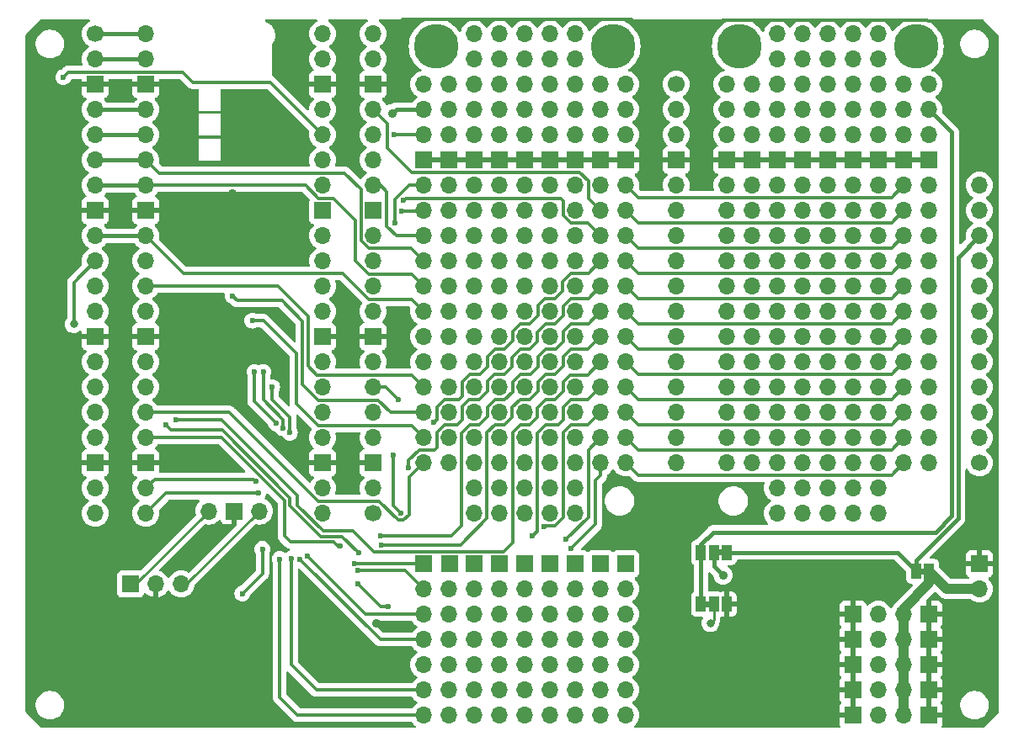
<source format=gbl>
G04 #@! TF.GenerationSoftware,KiCad,Pcbnew,7.0.1*
G04 #@! TF.CreationDate,2023-09-08T10:55:18-05:00*
G04 #@! TF.ProjectId,ProtoPropDuo,50726f74-6f50-4726-9f70-44756f2e6b69,B*
G04 #@! TF.SameCoordinates,Original*
G04 #@! TF.FileFunction,Copper,L2,Bot*
G04 #@! TF.FilePolarity,Positive*
%FSLAX46Y46*%
G04 Gerber Fmt 4.6, Leading zero omitted, Abs format (unit mm)*
G04 Created by KiCad (PCBNEW 7.0.1) date 2023-09-08 10:55:18*
%MOMM*%
%LPD*%
G01*
G04 APERTURE LIST*
G04 #@! TA.AperFunction,ComponentPad*
%ADD10O,1.700000X1.700000*%
G04 #@! TD*
G04 #@! TA.AperFunction,ComponentPad*
%ADD11C,1.700000*%
G04 #@! TD*
G04 #@! TA.AperFunction,ComponentPad*
%ADD12R,1.700000X1.700000*%
G04 #@! TD*
G04 #@! TA.AperFunction,ComponentPad*
%ADD13C,4.500000*%
G04 #@! TD*
G04 #@! TA.AperFunction,SMDPad,CuDef*
%ADD14R,1.000000X1.500000*%
G04 #@! TD*
G04 #@! TA.AperFunction,ViaPad*
%ADD15C,0.600000*%
G04 #@! TD*
G04 #@! TA.AperFunction,ViaPad*
%ADD16C,0.900000*%
G04 #@! TD*
G04 #@! TA.AperFunction,ViaPad*
%ADD17C,0.800000*%
G04 #@! TD*
G04 #@! TA.AperFunction,Conductor*
%ADD18C,0.350000*%
G04 #@! TD*
G04 #@! TA.AperFunction,Conductor*
%ADD19C,0.450000*%
G04 #@! TD*
G04 #@! TA.AperFunction,Conductor*
%ADD20C,0.250000*%
G04 #@! TD*
G04 #@! TA.AperFunction,Conductor*
%ADD21C,1.000000*%
G04 #@! TD*
G04 APERTURE END LIST*
G04 #@! TA.AperFunction,EtchedComponent*
G36*
X223150000Y-95042000D02*
G01*
X222650000Y-95042000D01*
X222650000Y-94442000D01*
X223150000Y-94442000D01*
X223150000Y-95042000D01*
G37*
G04 #@! TD.AperFunction*
G04 #@! TA.AperFunction,EtchedComponent*
G36*
X201500000Y-98344000D02*
G01*
X201000000Y-98344000D01*
X201000000Y-97744000D01*
X201500000Y-97744000D01*
X201500000Y-98344000D01*
G37*
G04 #@! TD.AperFunction*
G04 #@! TA.AperFunction,EtchedComponent*
G36*
X202800000Y-93137000D02*
G01*
X202300000Y-93137000D01*
X202300000Y-92537000D01*
X202800000Y-92537000D01*
X202800000Y-93137000D01*
G37*
G04 #@! TD.AperFunction*
D10*
X185420000Y-50800000D03*
X210820000Y-86360000D03*
X185420000Y-73660000D03*
X180340000Y-73660000D03*
D11*
X198120000Y-45720000D03*
D10*
X198120000Y-48260000D03*
X198120000Y-50800000D03*
D12*
X198120000Y-53340000D03*
D10*
X198120000Y-55880000D03*
X198120000Y-58420000D03*
X198120000Y-60960000D03*
X198120000Y-63500000D03*
X198120000Y-66040000D03*
X198120000Y-68580000D03*
X198120000Y-71120000D03*
X198120000Y-73660000D03*
X198120000Y-76200000D03*
X198120000Y-78740000D03*
X198120000Y-81280000D03*
X198120000Y-83820000D03*
X210820000Y-43180000D03*
X220980000Y-66040000D03*
X208280000Y-86360000D03*
X180340000Y-76200000D03*
X218440000Y-81280000D03*
X208280000Y-88900000D03*
X182880000Y-50800000D03*
X187960000Y-106680000D03*
X172720000Y-45720000D03*
X172720000Y-48260000D03*
X172720000Y-50800000D03*
D12*
X172720000Y-53340000D03*
D10*
X172720000Y-55880000D03*
X172720000Y-58420000D03*
X172720000Y-60960000D03*
X172720000Y-63500000D03*
X172720000Y-66040000D03*
X172720000Y-68580000D03*
X172720000Y-71120000D03*
X172720000Y-73660000D03*
X172720000Y-76200000D03*
X172720000Y-78740000D03*
X172720000Y-81280000D03*
X172694600Y-83820000D03*
X193040000Y-83820000D03*
X193040000Y-81280000D03*
X193040000Y-78740000D03*
X193040000Y-76200000D03*
X193040000Y-73660000D03*
X193040000Y-71120000D03*
X193040000Y-68580000D03*
X193040000Y-66040000D03*
X193040000Y-63500000D03*
X193040000Y-60960000D03*
X193040000Y-58420000D03*
X193040000Y-55880000D03*
D13*
X173972200Y-41892200D03*
X191772200Y-41892200D03*
D10*
X180340000Y-48260000D03*
X187960000Y-43180000D03*
X208280000Y-83820000D03*
X213360000Y-88900000D03*
X210820000Y-45720000D03*
X218440000Y-43180000D03*
X190500000Y-106680000D03*
X210820000Y-68580000D03*
X205740000Y-55880000D03*
X187960000Y-81280000D03*
X180340000Y-104140000D03*
X223520000Y-50800000D03*
X190500000Y-58420000D03*
X190500000Y-60960000D03*
X175260000Y-104140000D03*
X187960000Y-66040000D03*
X210820000Y-63500000D03*
X182880000Y-83820000D03*
X182880000Y-88900000D03*
X185420000Y-81280000D03*
X187960000Y-109220000D03*
X177800000Y-63500000D03*
X185420000Y-83820000D03*
X205740000Y-63500000D03*
X180340000Y-109220000D03*
X187960000Y-86360000D03*
X177800000Y-48260000D03*
X218440000Y-86360000D03*
X218440000Y-66040000D03*
X177800000Y-68580000D03*
X190500000Y-63500000D03*
X177800000Y-45720000D03*
D12*
X218440000Y-53340000D03*
D10*
X180340000Y-96520000D03*
X213360000Y-81280000D03*
X208280000Y-55880000D03*
X218440000Y-71120000D03*
X175260000Y-73660000D03*
X177800000Y-104140000D03*
X205740000Y-83820000D03*
X187960000Y-45720000D03*
X208280000Y-71120000D03*
X218440000Y-40640000D03*
X177800000Y-76200000D03*
X220980000Y-73660000D03*
X175260000Y-50800000D03*
X213360000Y-40640000D03*
X175260000Y-96520000D03*
X182880000Y-86360000D03*
X215900000Y-60960000D03*
X218440000Y-73660000D03*
X177800000Y-81280000D03*
X218440000Y-83820000D03*
X187960000Y-104140000D03*
X210820000Y-48260000D03*
X182880000Y-81280000D03*
X215900000Y-40640000D03*
X208280000Y-60960000D03*
X190500000Y-83820000D03*
X208280000Y-76200000D03*
X220980000Y-68580000D03*
X213360000Y-71120000D03*
X208280000Y-81280000D03*
X218440000Y-48260000D03*
X220980000Y-99060000D03*
X220980000Y-101600000D03*
X220980000Y-104140000D03*
X220980000Y-106680000D03*
X220980000Y-109220000D03*
X215900000Y-76200000D03*
X208280000Y-63500000D03*
X180340000Y-63500000D03*
D11*
X139700000Y-40640000D03*
D10*
X139700000Y-43180000D03*
D12*
X139700000Y-45720000D03*
D10*
X139700000Y-48260000D03*
X139700000Y-50800000D03*
X139700000Y-53340000D03*
X139700000Y-55880000D03*
D12*
X139700000Y-58420000D03*
D10*
X139700000Y-60960000D03*
X139700000Y-63500000D03*
X139700000Y-66040000D03*
X139700000Y-68580000D03*
D12*
X139700000Y-71120000D03*
D10*
X139700000Y-73660000D03*
X139700000Y-76200000D03*
X139700000Y-78740000D03*
X139700000Y-81280000D03*
D12*
X139700000Y-83820000D03*
D10*
X139700000Y-86360000D03*
X139700000Y-88900000D03*
X187960000Y-55880000D03*
X223520000Y-45720000D03*
X187960000Y-50800000D03*
X175260000Y-55880000D03*
D12*
X223520000Y-53340000D03*
D10*
X185420000Y-86360000D03*
X177800000Y-50800000D03*
X213360000Y-68580000D03*
X190500000Y-101600000D03*
X193040000Y-109220000D03*
X215900000Y-68580000D03*
X182880000Y-73660000D03*
X210820000Y-66040000D03*
X187960000Y-40640000D03*
X220980000Y-55880000D03*
X220980000Y-78740000D03*
X208280000Y-66040000D03*
X218440000Y-60960000D03*
D12*
X223520000Y-99060000D03*
X223520000Y-101600000D03*
X223520000Y-104140000D03*
X223520000Y-106680000D03*
X223520000Y-109220000D03*
D10*
X208280000Y-43180000D03*
X213360000Y-50800000D03*
X182880000Y-99060000D03*
D12*
X180340000Y-93980000D03*
D10*
X218440000Y-55880000D03*
X182880000Y-101600000D03*
X187960000Y-58420000D03*
X213360000Y-76200000D03*
X213360000Y-45720000D03*
X187960000Y-88900000D03*
X182880000Y-104140000D03*
D12*
X180340000Y-53340000D03*
D10*
X205740000Y-78740000D03*
X180340000Y-66040000D03*
X205740000Y-81280000D03*
X208280000Y-50800000D03*
X185420000Y-104140000D03*
X210820000Y-83820000D03*
X215900000Y-78740000D03*
X220980000Y-45720000D03*
D12*
X177800000Y-53340000D03*
D10*
X175260000Y-63500000D03*
X182880000Y-45720000D03*
X180340000Y-81280000D03*
X193040000Y-45720000D03*
X213360000Y-73660000D03*
D12*
X187960000Y-53340000D03*
D10*
X180340000Y-86360000D03*
X180340000Y-50800000D03*
X215900000Y-63500000D03*
X185420000Y-43180000D03*
D12*
X182880000Y-93980000D03*
D10*
X177800000Y-60960000D03*
D12*
X213360000Y-53340000D03*
D10*
X177800000Y-83820000D03*
D12*
X190500000Y-93980000D03*
D10*
X215900000Y-50800000D03*
D12*
X215900000Y-53340000D03*
D10*
X182880000Y-109220000D03*
X187960000Y-96520000D03*
X182880000Y-48260000D03*
X220980000Y-63500000D03*
X175260000Y-58420000D03*
X190500000Y-55880000D03*
X187960000Y-68580000D03*
X218440000Y-58420000D03*
X187960000Y-99060000D03*
X175260000Y-106680000D03*
D12*
X177800000Y-93980000D03*
D10*
X193040000Y-96520000D03*
X190500000Y-96520000D03*
X187960000Y-101600000D03*
X180340000Y-45720000D03*
X180340000Y-60960000D03*
X220980000Y-50800000D03*
X213360000Y-55880000D03*
X180340000Y-43180000D03*
X190500000Y-48260000D03*
D12*
X175300000Y-93980000D03*
D10*
X205740000Y-73660000D03*
X180340000Y-101600000D03*
X218440000Y-78740000D03*
X213360000Y-58420000D03*
X193040000Y-101600000D03*
X205740000Y-58420000D03*
X218440000Y-99060000D03*
X218440000Y-101600000D03*
X218440000Y-104140000D03*
X218440000Y-106680000D03*
X218440000Y-109220000D03*
X177800000Y-71120000D03*
X220980000Y-71120000D03*
X185420000Y-63500000D03*
X187960000Y-78740000D03*
D12*
X190500000Y-53340000D03*
D10*
X210820000Y-71120000D03*
X185420000Y-78740000D03*
X210820000Y-76200000D03*
X193040000Y-48260000D03*
X185420000Y-76200000D03*
D12*
X175260000Y-53340000D03*
D10*
X185420000Y-48260000D03*
X205740000Y-48260000D03*
X180340000Y-68580000D03*
X187960000Y-73660000D03*
X175260000Y-66040000D03*
X182880000Y-66040000D03*
X187960000Y-48260000D03*
X187960000Y-63500000D03*
X177800000Y-96520000D03*
X205740000Y-71120000D03*
X182880000Y-63500000D03*
X218440000Y-50800000D03*
X213360000Y-78740000D03*
X180340000Y-106680000D03*
X205740000Y-45720000D03*
X190500000Y-78740000D03*
X213360000Y-60960000D03*
X177800000Y-106680000D03*
X190500000Y-66040000D03*
X205740000Y-60960000D03*
X190500000Y-109220000D03*
X182880000Y-58420000D03*
D12*
X143256000Y-96012000D03*
D10*
X145796000Y-96012000D03*
X148336000Y-96012000D03*
X193040000Y-104140000D03*
X175260000Y-45720000D03*
X175260000Y-78740000D03*
X180340000Y-40640000D03*
X185420000Y-45720000D03*
X228600000Y-96520000D03*
D12*
X228600000Y-93980000D03*
D10*
X185420000Y-106680000D03*
X175260000Y-109220000D03*
X215900000Y-71120000D03*
X175260000Y-71120000D03*
X215900000Y-81280000D03*
X182880000Y-55880000D03*
X208280000Y-78740000D03*
X218440000Y-76200000D03*
X182880000Y-96520000D03*
X177800000Y-101600000D03*
X177800000Y-40640000D03*
D12*
X185420000Y-53340000D03*
D10*
X185420000Y-66040000D03*
X182880000Y-76200000D03*
X193040000Y-50800000D03*
D12*
X187960000Y-93980000D03*
D10*
X223520000Y-48260000D03*
X210820000Y-55880000D03*
X213360000Y-43180000D03*
D12*
X185420000Y-93980000D03*
D10*
X182880000Y-40640000D03*
X210820000Y-58420000D03*
X213360000Y-83820000D03*
X210820000Y-60960000D03*
X177800000Y-109220000D03*
X185420000Y-40640000D03*
X185420000Y-55880000D03*
X215900000Y-48260000D03*
D12*
X208280000Y-53340000D03*
D10*
X185420000Y-68580000D03*
D12*
X172720000Y-93980000D03*
D10*
X172720000Y-96520000D03*
X172720000Y-99060000D03*
X172720000Y-101600000D03*
X172720000Y-104140000D03*
X172720000Y-106680000D03*
X172720000Y-109220000D03*
X187960000Y-76200000D03*
X205740000Y-66040000D03*
X213360000Y-86360000D03*
X190500000Y-73660000D03*
X210820000Y-73660000D03*
X210820000Y-78740000D03*
X218440000Y-45720000D03*
X205740000Y-76200000D03*
X185420000Y-71120000D03*
D11*
X167640000Y-88900000D03*
D10*
X167640000Y-86360000D03*
D12*
X167640000Y-83820000D03*
D10*
X167640000Y-81280000D03*
X167640000Y-78740000D03*
X167640000Y-76200000D03*
X167640000Y-73660000D03*
D12*
X167640000Y-71120000D03*
D10*
X167640000Y-68580000D03*
X167640000Y-66040000D03*
X167640000Y-63500000D03*
X167640000Y-60960000D03*
D12*
X167640000Y-58420000D03*
D10*
X167640000Y-55880000D03*
X167640000Y-53340000D03*
X167640000Y-50800000D03*
X167640000Y-48260000D03*
D12*
X167640000Y-45720000D03*
D10*
X167640000Y-43180000D03*
X167640000Y-40640000D03*
X208280000Y-68580000D03*
X190500000Y-50800000D03*
X175260000Y-81280000D03*
X177800000Y-88900000D03*
X175260000Y-68580000D03*
X177800000Y-66040000D03*
X203200000Y-45720000D03*
X203200000Y-48260000D03*
X203200000Y-50800000D03*
D12*
X203200000Y-53340000D03*
D10*
X203200000Y-55880000D03*
X203200000Y-58420000D03*
X203200000Y-60960000D03*
X203200000Y-63500000D03*
X203200000Y-66040000D03*
X203200000Y-68580000D03*
X203200000Y-71120000D03*
X203200000Y-73660000D03*
X203200000Y-76200000D03*
X203200000Y-78740000D03*
X203200000Y-81280000D03*
X203174600Y-83820000D03*
X223520000Y-83820000D03*
X223520000Y-81280000D03*
X223520000Y-78740000D03*
X223520000Y-76200000D03*
X223520000Y-73660000D03*
X223520000Y-71120000D03*
X223520000Y-68580000D03*
X223520000Y-66040000D03*
X223520000Y-63500000D03*
X223520000Y-60960000D03*
X223520000Y-58420000D03*
X223520000Y-55880000D03*
D13*
X204452200Y-41892200D03*
X222252200Y-41892200D03*
D10*
X218440000Y-88900000D03*
D12*
X210820000Y-53340000D03*
D10*
X175260000Y-101600000D03*
X180340000Y-71120000D03*
D11*
X228600000Y-83820000D03*
D10*
X228600000Y-81280000D03*
X228600000Y-78740000D03*
X228600000Y-76200000D03*
X228600000Y-73660000D03*
X228600000Y-71120000D03*
X228600000Y-68580000D03*
X228600000Y-66040000D03*
X228600000Y-63500000D03*
X228600000Y-60960000D03*
X228600000Y-58420000D03*
X228600000Y-55880000D03*
X177800000Y-58420000D03*
X190500000Y-45720000D03*
X213360000Y-66040000D03*
X220980000Y-81280000D03*
X187960000Y-71120000D03*
X208280000Y-40640000D03*
X175260000Y-48260000D03*
X220980000Y-60960000D03*
X215900000Y-66040000D03*
X220980000Y-76200000D03*
X210820000Y-81280000D03*
X185420000Y-96520000D03*
X213360000Y-48260000D03*
X180340000Y-58420000D03*
X177800000Y-86360000D03*
X213360000Y-63500000D03*
X210820000Y-50800000D03*
X205740000Y-50800000D03*
X182880000Y-68580000D03*
X215900000Y-83820000D03*
X182880000Y-78740000D03*
X220980000Y-83820000D03*
X180340000Y-78740000D03*
X190500000Y-99060000D03*
X193040000Y-106680000D03*
X190500000Y-76200000D03*
X190500000Y-104140000D03*
X208280000Y-45720000D03*
D12*
X193040000Y-53340000D03*
D10*
X175260000Y-99060000D03*
X215900000Y-58420000D03*
X218440000Y-63500000D03*
X185420000Y-60960000D03*
D12*
X193040000Y-93980000D03*
D10*
X175260000Y-76200000D03*
X177800000Y-55880000D03*
X185420000Y-109220000D03*
X215900000Y-86360000D03*
X218440000Y-68580000D03*
X215900000Y-45720000D03*
X215900000Y-88900000D03*
D12*
X220980000Y-53340000D03*
D10*
X185420000Y-99060000D03*
X210820000Y-88900000D03*
X185420000Y-58420000D03*
X177800000Y-99060000D03*
X215900000Y-73660000D03*
D12*
X215900000Y-99060000D03*
X215900000Y-101600000D03*
X215900000Y-104140000D03*
X215900000Y-106680000D03*
X215900000Y-109220000D03*
D10*
X177800000Y-78740000D03*
X187960000Y-83820000D03*
X208280000Y-48260000D03*
D12*
X182880000Y-53340000D03*
D10*
X180340000Y-55880000D03*
X208280000Y-58420000D03*
X177800000Y-43180000D03*
X180340000Y-83820000D03*
X205740000Y-68580000D03*
X175260000Y-83820000D03*
X193040000Y-99060000D03*
X210820000Y-40640000D03*
X175260000Y-60960000D03*
X190500000Y-81280000D03*
X208280000Y-73660000D03*
X215900000Y-43180000D03*
X187960000Y-60960000D03*
X220980000Y-58420000D03*
X144780000Y-40640000D03*
X144780000Y-43180000D03*
D12*
X144780000Y-45720000D03*
D10*
X144780000Y-48260000D03*
X144780000Y-50800000D03*
X144780000Y-53340000D03*
X144780000Y-55880000D03*
D12*
X144780000Y-58420000D03*
D10*
X144780000Y-60960000D03*
X144780000Y-63500000D03*
X144780000Y-66040000D03*
X144780000Y-68580000D03*
D12*
X144780000Y-71120000D03*
D10*
X144780000Y-73660000D03*
X144780000Y-76200000D03*
X144780000Y-78740000D03*
X144780000Y-81280000D03*
D12*
X144780000Y-83820000D03*
D10*
X144780000Y-86360000D03*
X144780000Y-88900000D03*
X162560000Y-88900000D03*
X162560000Y-86360000D03*
D12*
X162560000Y-83820000D03*
D10*
X162560000Y-81280000D03*
X162560000Y-78740000D03*
X162560000Y-76200000D03*
X162560000Y-73660000D03*
D12*
X162560000Y-71120000D03*
D10*
X162560000Y-68580000D03*
X162560000Y-66040000D03*
X162560000Y-63500000D03*
X162560000Y-60960000D03*
D12*
X162560000Y-58420000D03*
D10*
X162560000Y-55880000D03*
X162560000Y-53340000D03*
X162560000Y-50800000D03*
X162560000Y-48260000D03*
D12*
X162560000Y-45720000D03*
D10*
X162560000Y-43180000D03*
X162560000Y-40640000D03*
X151130000Y-88670000D03*
D12*
X153670000Y-88670000D03*
D10*
X156210000Y-88670000D03*
X220980000Y-48260000D03*
X215900000Y-55880000D03*
X180340000Y-99060000D03*
X182880000Y-43180000D03*
X182880000Y-106680000D03*
X182880000Y-71120000D03*
X190500000Y-68580000D03*
X190500000Y-71120000D03*
X185420000Y-88900000D03*
X177800000Y-73660000D03*
X182880000Y-60960000D03*
X185420000Y-101600000D03*
X180340000Y-88900000D03*
D12*
X205740000Y-53340000D03*
D14*
X222250000Y-94742000D03*
X223550000Y-94742000D03*
X200600000Y-98044000D03*
X201900000Y-98044000D03*
X203200000Y-98044000D03*
X203200000Y-92837000D03*
X201900000Y-92837000D03*
X200600000Y-92837000D03*
D15*
X155702000Y-74676000D03*
X157891747Y-79848859D03*
X156500000Y-92500000D03*
X154500000Y-96969000D03*
X136500000Y-45000000D03*
D16*
X169609500Y-48625411D03*
D15*
X169759500Y-50800000D03*
D16*
X159000000Y-51000000D03*
X195580000Y-52832000D03*
X153500000Y-56704500D03*
X148082000Y-72390000D03*
X157988000Y-73406000D03*
X153670000Y-74422000D03*
X146812000Y-49530000D03*
X168000000Y-105500000D03*
X137541000Y-106172000D03*
X168000000Y-108000000D03*
X170180000Y-69850000D03*
D17*
X202438000Y-101854000D03*
D16*
X207391000Y-99060000D03*
D15*
X154500000Y-99000000D03*
D16*
X201930000Y-109220000D03*
X154305000Y-93218000D03*
X153670000Y-84328000D03*
X148082000Y-59690000D03*
X168000000Y-100000000D03*
X198000000Y-41500000D03*
X168000000Y-103000000D03*
D15*
X169814194Y-59639694D03*
X170500000Y-58500000D03*
X155831330Y-85680330D03*
X156083000Y-86868000D03*
X153500000Y-67000000D03*
X155500000Y-69500000D03*
X187561500Y-92438500D03*
X187048206Y-91544206D03*
X184808812Y-90193812D03*
D17*
X137541000Y-69850000D03*
D15*
X183642000Y-91186000D03*
X147828000Y-79502000D03*
X166169105Y-92876500D03*
X168479193Y-92062696D03*
X146812000Y-80010000D03*
X164338000Y-92202000D03*
X168402000Y-91186000D03*
X171196000Y-84328000D03*
X173736000Y-79756000D03*
X170688000Y-57404000D03*
X165735000Y-93980000D03*
X166125577Y-94677605D03*
X169672000Y-83058000D03*
X166116000Y-96012000D03*
X169164000Y-98298000D03*
X170434000Y-88900000D03*
X170180000Y-77470000D03*
X159258000Y-80772000D03*
X157480000Y-76200000D03*
X159385000Y-93472000D03*
X161036000Y-93218000D03*
X160274000Y-93503608D03*
X158531657Y-80328149D03*
X156591000Y-74676000D03*
X158242000Y-93503608D03*
D16*
X202819000Y-95123000D03*
D17*
X201549000Y-99949000D03*
D18*
X156500000Y-94969000D02*
X154500000Y-96969000D01*
X155702000Y-77659112D02*
X155702000Y-74676000D01*
X157891747Y-79848859D02*
X155702000Y-77659112D01*
X156500000Y-92500000D02*
X156500000Y-94969000D01*
D19*
X223520000Y-48260000D02*
X225806000Y-50546000D01*
X200600000Y-92037000D02*
X200600000Y-92837000D01*
D18*
X162560000Y-50800000D02*
X157260000Y-45500000D01*
X149500000Y-45500000D02*
X148495000Y-44495000D01*
D19*
X172720000Y-48260000D02*
X169974911Y-48260000D01*
X225806000Y-89154000D02*
X224155000Y-90805000D01*
D18*
X148495000Y-44495000D02*
X137005000Y-44495000D01*
D19*
X224155000Y-90805000D02*
X201832000Y-90805000D01*
X225806000Y-50546000D02*
X225806000Y-89154000D01*
X201832000Y-90805000D02*
X200600000Y-92037000D01*
X200600000Y-92837000D02*
X200600000Y-98044000D01*
D18*
X137005000Y-44495000D02*
X136500000Y-45000000D01*
D19*
X169974911Y-48260000D02*
X169609500Y-48625411D01*
D18*
X157260000Y-45500000D02*
X149500000Y-45500000D01*
X172720000Y-50800000D02*
X169759500Y-50800000D01*
X193621214Y-39189214D02*
X171704000Y-39189214D01*
X170614786Y-39189214D02*
X170180000Y-39624000D01*
X171704000Y-39189214D02*
X170614786Y-39189214D01*
X202794800Y-39267200D02*
X202438000Y-39624000D01*
X223339511Y-39267200D02*
X202794800Y-39267200D01*
X223442311Y-39370000D02*
X223339511Y-39267200D01*
X224282000Y-39370000D02*
X223442311Y-39370000D01*
X193802000Y-39370000D02*
X193621214Y-39189214D01*
X171258112Y-55880000D02*
X169814194Y-57323918D01*
X172720000Y-55880000D02*
X171258112Y-55880000D01*
X169814194Y-57323918D02*
X169814194Y-59639694D01*
X172640000Y-58500000D02*
X172720000Y-58420000D01*
X170500000Y-58500000D02*
X172640000Y-58500000D01*
X169960000Y-60960000D02*
X172720000Y-60960000D01*
X169000000Y-56500000D02*
X169000000Y-60000000D01*
X169000000Y-60000000D02*
X169960000Y-60960000D01*
X168380000Y-55880000D02*
X169000000Y-56500000D01*
X167640000Y-55880000D02*
X168380000Y-55880000D01*
X171450000Y-62230000D02*
X172720000Y-63500000D01*
X167177588Y-62230000D02*
X171450000Y-62230000D01*
X164764000Y-54655000D02*
X166415000Y-56306000D01*
X166415000Y-56306000D02*
X166415000Y-61467412D01*
X146095000Y-54655000D02*
X164764000Y-54655000D01*
X144780000Y-53340000D02*
X146095000Y-54655000D01*
X166415000Y-61467412D02*
X167177588Y-62230000D01*
D19*
X144780000Y-53340000D02*
X139700000Y-53340000D01*
D18*
X162142588Y-57195000D02*
X163621000Y-57195000D01*
X165865499Y-63457911D02*
X167222588Y-64815000D01*
D19*
X144780000Y-55880000D02*
X139700000Y-55880000D01*
D18*
X171495000Y-64815000D02*
X172720000Y-66040000D01*
X167222588Y-64815000D02*
X171495000Y-64815000D01*
X144780000Y-55880000D02*
X160827588Y-55880000D01*
X163621000Y-57195000D02*
X165865499Y-59439499D01*
X165865499Y-59439499D02*
X165865499Y-63457911D01*
X160827588Y-55880000D02*
X162142588Y-57195000D01*
X167222588Y-67355000D02*
X171495000Y-67355000D01*
X171495000Y-67355000D02*
X172720000Y-68580000D01*
X148545000Y-64725000D02*
X164592588Y-64725000D01*
X164592588Y-64725000D02*
X167222588Y-67355000D01*
X144780000Y-60960000D02*
X148545000Y-64725000D01*
D19*
X144780000Y-60960000D02*
X139700000Y-60960000D01*
D18*
X145669000Y-85471000D02*
X155622000Y-85471000D01*
X155622000Y-85471000D02*
X155831330Y-85680330D01*
X144780000Y-86360000D02*
X145669000Y-85471000D01*
X144780000Y-88900000D02*
X146812000Y-86868000D01*
X146812000Y-86868000D02*
X156083000Y-86868000D01*
X161975000Y-74975000D02*
X161099002Y-74099002D01*
X171495000Y-74975000D02*
X161975000Y-74975000D01*
X158040000Y-66040000D02*
X144780000Y-66040000D01*
X172720000Y-76200000D02*
X171495000Y-74975000D01*
X161099002Y-69099002D02*
X158040000Y-66040000D01*
X161099002Y-74099002D02*
X161099002Y-69099002D01*
X169402888Y-78740000D02*
X172720000Y-78740000D01*
D19*
X144780000Y-43180000D02*
X139700000Y-43180000D01*
D18*
X162127588Y-77500000D02*
X168162888Y-77500000D01*
X153500000Y-67000000D02*
X154000000Y-67500000D01*
X160549501Y-75921913D02*
X162127588Y-77500000D01*
X168162888Y-77500000D02*
X169402888Y-78740000D01*
X154000000Y-67500000D02*
X158500000Y-67500000D01*
X158500000Y-67500000D02*
X160549501Y-69549501D01*
X160549501Y-69549501D02*
X160549501Y-75921913D01*
X159918000Y-77830412D02*
X159918000Y-72831191D01*
X171495000Y-80055000D02*
X162142588Y-80055000D01*
X159918000Y-72831191D02*
X156586809Y-69500000D01*
X156586809Y-69500000D02*
X155500000Y-69500000D01*
X162142588Y-80055000D02*
X159918000Y-77830412D01*
D19*
X144780000Y-40640000D02*
X139700000Y-40640000D01*
D18*
X172720000Y-81280000D02*
X171495000Y-80055000D01*
X162108613Y-87671501D02*
X168251613Y-87671501D01*
X171237501Y-89050387D02*
X171237501Y-85277099D01*
X170154612Y-89574500D02*
X170713388Y-89574500D01*
X144780000Y-78740000D02*
X153177112Y-78740000D01*
X168251613Y-87671501D02*
X170154612Y-89574500D01*
X171237501Y-85277099D02*
X172694600Y-83820000D01*
X153177112Y-78740000D02*
X162108613Y-87671501D01*
X170713388Y-89574500D02*
X171237501Y-89050387D01*
X194265000Y-85045000D02*
X219755000Y-85045000D01*
X189992000Y-90008000D02*
X189992000Y-85598000D01*
X190500000Y-85090000D02*
X190500000Y-83820000D01*
X219755000Y-85045000D02*
X220980000Y-83820000D01*
D19*
X144780000Y-48260000D02*
X139700000Y-48260000D01*
D18*
X187561500Y-92438500D02*
X189992000Y-90008000D01*
X189992000Y-85598000D02*
X190500000Y-85090000D01*
X193040000Y-83820000D02*
X194265000Y-85045000D01*
D19*
X144780000Y-50800000D02*
X139700000Y-50800000D01*
D18*
X187048206Y-91544206D02*
X189275000Y-89317412D01*
X219755000Y-82505000D02*
X220980000Y-81280000D01*
X189275000Y-89317412D02*
X189275000Y-82505000D01*
X189275000Y-82505000D02*
X190500000Y-81280000D01*
X193040000Y-81280000D02*
X194265000Y-82505000D01*
X194265000Y-82505000D02*
X219755000Y-82505000D01*
X194265000Y-79965000D02*
X219755000Y-79965000D01*
X189230000Y-80010000D02*
X187497588Y-80010000D01*
X219755000Y-79965000D02*
X220980000Y-78740000D01*
X137541000Y-65659000D02*
X137541000Y-69850000D01*
X193040000Y-78740000D02*
X194265000Y-79965000D01*
X186735000Y-80772588D02*
X186735000Y-89317412D01*
X139700000Y-63500000D02*
X137541000Y-65659000D01*
X185927412Y-90125000D02*
X184877624Y-90125000D01*
X186735000Y-89317412D02*
X185927412Y-90125000D01*
X184877624Y-90125000D02*
X184808812Y-90193812D01*
X187497588Y-80010000D02*
X186735000Y-80772588D01*
X190500000Y-78740000D02*
X189230000Y-80010000D01*
X186227000Y-79965000D02*
X186735000Y-79457000D01*
X184105000Y-90723000D02*
X184105000Y-80862588D01*
X219755000Y-77425000D02*
X220980000Y-76200000D01*
X186735000Y-78232588D02*
X187497588Y-77470000D01*
X194265000Y-77425000D02*
X219755000Y-77425000D01*
X186735000Y-79457000D02*
X186735000Y-78232588D01*
X184105000Y-80862588D02*
X185002588Y-79965000D01*
X189230000Y-77470000D02*
X190500000Y-76200000D01*
X187497588Y-77470000D02*
X189230000Y-77470000D01*
X193040000Y-76200000D02*
X194265000Y-77425000D01*
X183642000Y-91186000D02*
X184105000Y-90723000D01*
X185002588Y-79965000D02*
X186227000Y-79965000D01*
X184957588Y-77470000D02*
X185882412Y-77470000D01*
X152400000Y-79502000D02*
X160020000Y-87122000D01*
X160020000Y-87122000D02*
X160020000Y-88092412D01*
X182462588Y-79965000D02*
X183387412Y-79965000D01*
X193040000Y-73660000D02*
X194265000Y-74885000D01*
X219755000Y-74885000D02*
X220980000Y-73660000D01*
X194265000Y-74885000D02*
X219755000Y-74885000D01*
X160020000Y-88092412D02*
X162605588Y-90678000D01*
X181655000Y-91857412D02*
X181655000Y-80772588D01*
X186735000Y-76617412D02*
X186735000Y-75692588D01*
X185882412Y-77470000D02*
X186735000Y-76617412D01*
X167685000Y-92755000D02*
X180757412Y-92755000D01*
X162605588Y-90678000D02*
X165608000Y-90678000D01*
X187452588Y-74975000D02*
X189185000Y-74975000D01*
X189185000Y-74975000D02*
X190500000Y-73660000D01*
X184150000Y-79202412D02*
X184150000Y-78277588D01*
X147828000Y-79502000D02*
X152400000Y-79502000D01*
X183387412Y-79965000D02*
X184150000Y-79202412D01*
X184150000Y-78277588D02*
X184957588Y-77470000D01*
X165608000Y-90678000D02*
X167685000Y-92755000D01*
X181655000Y-80772588D02*
X182462588Y-79965000D01*
X186735000Y-75692588D02*
X187452588Y-74975000D01*
X180757412Y-92755000D02*
X181655000Y-91857412D01*
X186735000Y-73152588D02*
X186735000Y-74077412D01*
X164520106Y-91227501D02*
X166169105Y-92876500D01*
X190500000Y-71120000D02*
X189230000Y-72390000D01*
X181610000Y-79202412D02*
X180847412Y-79965000D01*
X159258000Y-87330412D02*
X159258000Y-88107524D01*
X184195000Y-76617412D02*
X183387412Y-77425000D01*
X187497588Y-72390000D02*
X186735000Y-73152588D01*
X179877588Y-79965000D02*
X179070000Y-80772588D01*
X185882412Y-74930000D02*
X184957588Y-74930000D01*
X180847412Y-79965000D02*
X179877588Y-79965000D01*
X183387412Y-77425000D02*
X182417588Y-77425000D01*
X181610000Y-78232588D02*
X181610000Y-79202412D01*
X159258000Y-88107524D02*
X162377977Y-91227501D01*
X186735000Y-74077412D02*
X185882412Y-74930000D01*
X176415304Y-92062696D02*
X168479193Y-92062696D01*
X162377977Y-91227501D02*
X164520106Y-91227501D01*
X184957588Y-74930000D02*
X184195000Y-75692588D01*
X146812000Y-80010000D02*
X147320000Y-80518000D01*
X193040000Y-71120000D02*
X194265000Y-72345000D01*
X152445588Y-80518000D02*
X159258000Y-87330412D01*
X179070000Y-89408000D02*
X176415304Y-92062696D01*
X189230000Y-72390000D02*
X187497588Y-72390000D01*
X184195000Y-75692588D02*
X184195000Y-76617412D01*
X194265000Y-72345000D02*
X219755000Y-72345000D01*
X147320000Y-80518000D02*
X152445588Y-80518000D01*
X182417588Y-77425000D02*
X181610000Y-78232588D01*
X219755000Y-72345000D02*
X220980000Y-71120000D01*
X179070000Y-80772588D02*
X179070000Y-89408000D01*
X187542588Y-69805000D02*
X189275000Y-69805000D01*
X144780000Y-81280000D02*
X152384888Y-81280000D01*
X186735000Y-70612588D02*
X187542588Y-69805000D01*
X158708499Y-91159611D02*
X159325890Y-91777002D01*
X158708499Y-87603611D02*
X158708499Y-91159611D01*
X183432412Y-74930000D02*
X184195000Y-74167412D01*
X159325890Y-91777002D02*
X163659002Y-91777002D01*
X194265000Y-69805000D02*
X219755000Y-69805000D01*
X185973000Y-72345000D02*
X186735000Y-71583000D01*
X184195000Y-74167412D02*
X184195000Y-73152588D01*
X168402000Y-91186000D02*
X175514000Y-91186000D01*
X178307412Y-79965000D02*
X179115000Y-79157412D01*
X181655000Y-76662412D02*
X181655000Y-75692588D01*
X193040000Y-68580000D02*
X194265000Y-69805000D01*
X189275000Y-69805000D02*
X190500000Y-68580000D01*
X175514000Y-91186000D02*
X176530000Y-90170000D01*
X176530000Y-90170000D02*
X176530000Y-80817588D01*
X176530000Y-80817588D02*
X177382588Y-79965000D01*
X163659002Y-91777002D02*
X164125501Y-92243501D01*
X182417588Y-74930000D02*
X183432412Y-74930000D01*
X164167002Y-92202000D02*
X164338000Y-92202000D01*
X185002588Y-72345000D02*
X185973000Y-72345000D01*
X184195000Y-73152588D02*
X185002588Y-72345000D01*
X179115000Y-79157412D02*
X179115000Y-78232588D01*
X177382588Y-79965000D02*
X178307412Y-79965000D01*
X152384888Y-81280000D02*
X158708499Y-87603611D01*
X164125501Y-92243501D02*
X164167002Y-92202000D01*
X181655000Y-75692588D02*
X182417588Y-74930000D01*
X186735000Y-71583000D02*
X186735000Y-70612588D01*
X179877588Y-77470000D02*
X180847412Y-77470000D01*
X179115000Y-78232588D02*
X179877588Y-77470000D01*
X219755000Y-69805000D02*
X220980000Y-68580000D01*
X180847412Y-77470000D02*
X181655000Y-76662412D01*
X184150000Y-71582412D02*
X184150000Y-70657588D01*
X176575000Y-78142588D02*
X177292588Y-77425000D01*
X185927412Y-69805000D02*
X186735000Y-68997412D01*
X180847412Y-74885000D02*
X181610000Y-74122412D01*
X219755000Y-67265000D02*
X220980000Y-66040000D01*
X179115000Y-76617412D02*
X179115000Y-75602588D01*
X174842588Y-79965000D02*
X176067000Y-79965000D01*
X171196000Y-84328000D02*
X171196000Y-83586188D01*
X181610000Y-74122412D02*
X181610000Y-73197588D01*
X174035000Y-80772588D02*
X174842588Y-79965000D01*
X186735000Y-68072588D02*
X187542588Y-67265000D01*
X187542588Y-67265000D02*
X189275000Y-67265000D01*
X171196000Y-83586188D02*
X172277188Y-82505000D01*
X183342412Y-72390000D02*
X184150000Y-71582412D01*
X176067000Y-79965000D02*
X176575000Y-79457000D01*
X189275000Y-67265000D02*
X190500000Y-66040000D01*
X186735000Y-68997412D02*
X186735000Y-68072588D01*
X174035000Y-82251000D02*
X174035000Y-80772588D01*
X184150000Y-70657588D02*
X185002588Y-69805000D01*
X173781000Y-82505000D02*
X174035000Y-82251000D01*
X179832588Y-74885000D02*
X180847412Y-74885000D01*
X182417588Y-72390000D02*
X183342412Y-72390000D01*
X194265000Y-67265000D02*
X219755000Y-67265000D01*
X172277188Y-82505000D02*
X173781000Y-82505000D01*
X176575000Y-79457000D02*
X176575000Y-78142588D01*
X177292588Y-77425000D02*
X178307412Y-77425000D01*
X179115000Y-75602588D02*
X179832588Y-74885000D01*
X193040000Y-66040000D02*
X194265000Y-67265000D01*
X181610000Y-73197588D02*
X182417588Y-72390000D01*
X185002588Y-69805000D02*
X185927412Y-69805000D01*
X178307412Y-77425000D02*
X179115000Y-76617412D01*
X181655000Y-70567000D02*
X182417000Y-69805000D01*
X189275000Y-64725000D02*
X190500000Y-63500000D01*
X182417000Y-69805000D02*
X183387412Y-69805000D01*
X176575000Y-75692588D02*
X177382588Y-74885000D01*
X177382588Y-74885000D02*
X178397412Y-74885000D01*
X183387412Y-69805000D02*
X184195000Y-68997412D01*
X186690000Y-66502412D02*
X186690000Y-65577588D01*
X185927412Y-67265000D02*
X186690000Y-66502412D01*
X179922588Y-72345000D02*
X180847412Y-72345000D01*
X176275412Y-77425000D02*
X176575000Y-77125412D01*
X179115000Y-73152588D02*
X179922588Y-72345000D01*
X194265000Y-64725000D02*
X219755000Y-64725000D01*
X174842588Y-77425000D02*
X176275412Y-77425000D01*
X180847412Y-72345000D02*
X181655000Y-71537412D01*
X176575000Y-77125412D02*
X176575000Y-75692588D01*
X186690000Y-65577588D02*
X187542588Y-64725000D01*
X174035000Y-79457000D02*
X174035000Y-78232588D01*
X184195000Y-68997412D02*
X184195000Y-67982588D01*
X219755000Y-64725000D02*
X220980000Y-63500000D01*
X193040000Y-63500000D02*
X194265000Y-64725000D01*
X181655000Y-71537412D02*
X181655000Y-70567000D01*
X173736000Y-79756000D02*
X174035000Y-79457000D01*
X174035000Y-78232588D02*
X174842588Y-77425000D01*
X187542588Y-64725000D02*
X189275000Y-64725000D01*
X179115000Y-74167412D02*
X179115000Y-73152588D01*
X184195000Y-67982588D02*
X184912588Y-67265000D01*
X184912588Y-67265000D02*
X185927412Y-67265000D01*
X178397412Y-74885000D02*
X179115000Y-74167412D01*
X186481000Y-57195000D02*
X186735000Y-57449000D01*
D19*
X226455501Y-63104499D02*
X226455501Y-89423032D01*
X222250000Y-93628533D02*
X222250000Y-94742000D01*
X228600000Y-60960000D02*
X226455501Y-63104499D01*
D18*
X170688000Y-57404000D02*
X170897000Y-57195000D01*
X186735000Y-57449000D02*
X186735000Y-58927412D01*
D19*
X226455501Y-89423032D02*
X222250000Y-93628533D01*
D18*
X194265000Y-62185000D02*
X219755000Y-62185000D01*
D19*
X222250000Y-94742000D02*
X220345000Y-92837000D01*
X220345000Y-92837000D02*
X203200000Y-92837000D01*
D18*
X187497588Y-59690000D02*
X189230000Y-59690000D01*
X189230000Y-59690000D02*
X190500000Y-60960000D01*
X193040000Y-60960000D02*
X194265000Y-62185000D01*
X219755000Y-62185000D02*
X220980000Y-60960000D01*
X186735000Y-58927412D02*
X187497588Y-59690000D01*
X170897000Y-57195000D02*
X186481000Y-57195000D01*
X219755000Y-59645000D02*
X220980000Y-58420000D01*
X169085000Y-49705000D02*
X169085000Y-52155000D01*
X169085000Y-52155000D02*
X171495000Y-54565000D01*
X171495000Y-54565000D02*
X188377412Y-54565000D01*
X189275000Y-57195000D02*
X190500000Y-58420000D01*
X194265000Y-59645000D02*
X219755000Y-59645000D01*
X189275000Y-55462588D02*
X189275000Y-57195000D01*
X188377412Y-54565000D02*
X189275000Y-55462588D01*
X193040000Y-58420000D02*
X194265000Y-59645000D01*
X167640000Y-48260000D02*
X169085000Y-49705000D01*
X193040000Y-55880000D02*
X194265000Y-57105000D01*
X219755000Y-57105000D02*
X220980000Y-55880000D01*
X194265000Y-57105000D02*
X219755000Y-57105000D01*
X172720000Y-93980000D02*
X165735000Y-93980000D01*
X172720000Y-96520000D02*
X170877605Y-94677605D01*
X170877605Y-94677605D02*
X166125577Y-94677605D01*
X169672000Y-88138000D02*
X170434000Y-88900000D01*
X169672000Y-83058000D02*
X169672000Y-88138000D01*
X168910000Y-76200000D02*
X170180000Y-77470000D01*
X168402000Y-98298000D02*
X169164000Y-98298000D01*
X167640000Y-76200000D02*
X168910000Y-76200000D01*
X166116000Y-96012000D02*
X168402000Y-98298000D01*
X161925000Y-106680000D02*
X172720000Y-106680000D01*
X157480000Y-76200000D02*
X157480000Y-77470000D01*
X157480000Y-77470000D02*
X159258000Y-79248000D01*
X159258000Y-79248000D02*
X159258000Y-80772000D01*
X159385000Y-93472000D02*
X159385000Y-104140000D01*
X159385000Y-104140000D02*
X161925000Y-106680000D01*
X172720000Y-99060000D02*
X166878000Y-99060000D01*
X166878000Y-99060000D02*
X161036000Y-93218000D01*
X168370392Y-101600000D02*
X160274000Y-93503608D01*
X172720000Y-101600000D02*
X168370392Y-101600000D01*
X158531657Y-80328149D02*
X158566247Y-80293559D01*
X158242000Y-107442000D02*
X158242000Y-93503608D01*
X160020000Y-109220000D02*
X158242000Y-107442000D01*
X172720000Y-109220000D02*
X160020000Y-109220000D01*
X156591000Y-77470000D02*
X156591000Y-74676000D01*
X158566247Y-79445247D02*
X156591000Y-77470000D01*
X158566247Y-80293559D02*
X158566247Y-79445247D01*
D20*
X151130000Y-88670000D02*
X143788000Y-96012000D01*
X143788000Y-96012000D02*
X143256000Y-96012000D01*
X148868000Y-96012000D02*
X148336000Y-96012000D01*
X156210000Y-88670000D02*
X148868000Y-96012000D01*
D19*
X201900000Y-94204000D02*
X201900000Y-92837000D01*
X202819000Y-95123000D02*
X201900000Y-94204000D01*
D21*
X220980000Y-99060000D02*
X220980000Y-101600000D01*
X220980000Y-104140000D02*
X220980000Y-106680000D01*
X220980000Y-101600000D02*
X220980000Y-104140000D01*
X220980000Y-106680000D02*
X220980000Y-109220000D01*
X223550000Y-94742000D02*
X225328000Y-96520000D01*
X220980000Y-98500000D02*
X223550000Y-95930000D01*
X220980000Y-99060000D02*
X220980000Y-98500000D01*
X223550000Y-95930000D02*
X223550000Y-94742000D01*
X225328000Y-96520000D02*
X228600000Y-96520000D01*
D20*
X201900000Y-99598000D02*
X201549000Y-99949000D01*
X201900000Y-98044000D02*
X201900000Y-99598000D01*
G04 #@! TA.AperFunction,Conductor*
G36*
X228996090Y-39209439D02*
G01*
X229036319Y-39236319D01*
X230463681Y-40663681D01*
X230490561Y-40703909D01*
X230500000Y-40751362D01*
X230500000Y-108948638D01*
X230490561Y-108996091D01*
X230463681Y-109036319D01*
X229036319Y-110463681D01*
X228996091Y-110490561D01*
X228948638Y-110500000D01*
X224920405Y-110500000D01*
X224855239Y-110481496D01*
X224809522Y-110431507D01*
X224796898Y-110364952D01*
X224810297Y-110329977D01*
X224807122Y-110328793D01*
X224863597Y-110177375D01*
X224870000Y-110117824D01*
X224870000Y-109470000D01*
X223394000Y-109470000D01*
X223332000Y-109453387D01*
X223286613Y-109408000D01*
X223270000Y-109346000D01*
X223270000Y-106930000D01*
X223770000Y-106930000D01*
X223770000Y-108970000D01*
X224870000Y-108970000D01*
X224870000Y-108322535D01*
X226661500Y-108322535D01*
X226696813Y-108534159D01*
X226700520Y-108556371D01*
X226777496Y-108780595D01*
X226890329Y-108989091D01*
X226890330Y-108989092D01*
X227035939Y-109176172D01*
X227091862Y-109227652D01*
X227210357Y-109336735D01*
X227408824Y-109466399D01*
X227625925Y-109561629D01*
X227855740Y-109619826D01*
X227926575Y-109625695D01*
X228032823Y-109634500D01*
X228032829Y-109634500D01*
X228151171Y-109634500D01*
X228151177Y-109634500D01*
X228247765Y-109626495D01*
X228328260Y-109619826D01*
X228558075Y-109561629D01*
X228775176Y-109466399D01*
X228973643Y-109336735D01*
X229148060Y-109176172D01*
X229293671Y-108989091D01*
X229406504Y-108780595D01*
X229483480Y-108556371D01*
X229522500Y-108322535D01*
X229522500Y-108085465D01*
X229483480Y-107851629D01*
X229406504Y-107627405D01*
X229293671Y-107418909D01*
X229211211Y-107312964D01*
X229148060Y-107231827D01*
X229052287Y-107143662D01*
X228973643Y-107071265D01*
X228775176Y-106941601D01*
X228558075Y-106846371D01*
X228328260Y-106788174D01*
X228328258Y-106788173D01*
X228328255Y-106788173D01*
X228151177Y-106773500D01*
X228151171Y-106773500D01*
X228032829Y-106773500D01*
X228032823Y-106773500D01*
X227855744Y-106788173D01*
X227625925Y-106846371D01*
X227408821Y-106941602D01*
X227210358Y-107071264D01*
X227035939Y-107231827D01*
X226890330Y-107418907D01*
X226890328Y-107418909D01*
X226890329Y-107418909D01*
X226784961Y-107613612D01*
X226777494Y-107627409D01*
X226700520Y-107851627D01*
X226661500Y-108085465D01*
X226661500Y-108322535D01*
X224870000Y-108322535D01*
X224870000Y-108322176D01*
X224863597Y-108262624D01*
X224813352Y-108127911D01*
X224735797Y-108024311D01*
X224713898Y-107976358D01*
X224713898Y-107923642D01*
X224735797Y-107875689D01*
X224813352Y-107772088D01*
X224863597Y-107637375D01*
X224870000Y-107577824D01*
X224870000Y-106930000D01*
X223770000Y-106930000D01*
X223270000Y-106930000D01*
X223270000Y-104390000D01*
X223770000Y-104390000D01*
X223770000Y-106430000D01*
X224870000Y-106430000D01*
X224870000Y-105782176D01*
X224863597Y-105722624D01*
X224813352Y-105587911D01*
X224735797Y-105484311D01*
X224713898Y-105436358D01*
X224713898Y-105383642D01*
X224735797Y-105335689D01*
X224813352Y-105232088D01*
X224863597Y-105097375D01*
X224870000Y-105037824D01*
X224870000Y-104390000D01*
X223770000Y-104390000D01*
X223270000Y-104390000D01*
X223270000Y-101850000D01*
X223770000Y-101850000D01*
X223770000Y-103890000D01*
X224870000Y-103890000D01*
X224870000Y-103242176D01*
X224863597Y-103182624D01*
X224813352Y-103047911D01*
X224735797Y-102944311D01*
X224713898Y-102896358D01*
X224713898Y-102843642D01*
X224735797Y-102795689D01*
X224813352Y-102692088D01*
X224863597Y-102557375D01*
X224870000Y-102497824D01*
X224870000Y-101850000D01*
X223770000Y-101850000D01*
X223270000Y-101850000D01*
X223270000Y-99310000D01*
X223770000Y-99310000D01*
X223770000Y-101350000D01*
X224870000Y-101350000D01*
X224870000Y-100702176D01*
X224863597Y-100642624D01*
X224813352Y-100507910D01*
X224735797Y-100404310D01*
X224713898Y-100356357D01*
X224713898Y-100303640D01*
X224735798Y-100255687D01*
X224813352Y-100152089D01*
X224863597Y-100017375D01*
X224870000Y-99957824D01*
X224870000Y-99310000D01*
X223770000Y-99310000D01*
X223270000Y-99310000D01*
X223270000Y-97710000D01*
X223770000Y-97710000D01*
X223770000Y-98810000D01*
X224870000Y-98810000D01*
X224870000Y-98162176D01*
X224863597Y-98102624D01*
X224813352Y-97967910D01*
X224727188Y-97852811D01*
X224612089Y-97766647D01*
X224477375Y-97716402D01*
X224417824Y-97710000D01*
X223770000Y-97710000D01*
X223270000Y-97710000D01*
X223270000Y-97676282D01*
X223279439Y-97628829D01*
X223306319Y-97588601D01*
X224056318Y-96838601D01*
X224111905Y-96806507D01*
X224176093Y-96806507D01*
X224231680Y-96838601D01*
X224610449Y-97217370D01*
X224612642Y-97219619D01*
X224637886Y-97246176D01*
X224672941Y-97283053D01*
X224721358Y-97316752D01*
X224728865Y-97322413D01*
X224774593Y-97359698D01*
X224789834Y-97367659D01*
X224801556Y-97373782D01*
X224814980Y-97381915D01*
X224839951Y-97399295D01*
X224894163Y-97422559D01*
X224902663Y-97426595D01*
X224954950Y-97453908D01*
X224954951Y-97453909D01*
X224984196Y-97462277D01*
X224998986Y-97467543D01*
X225006464Y-97470752D01*
X225026942Y-97479540D01*
X225084737Y-97491416D01*
X225093854Y-97493654D01*
X225150582Y-97509887D01*
X225180916Y-97512196D01*
X225196453Y-97514374D01*
X225226259Y-97520500D01*
X225285243Y-97520500D01*
X225294657Y-97520858D01*
X225353477Y-97525337D01*
X225383652Y-97521493D01*
X225399318Y-97520500D01*
X227639242Y-97520500D01*
X227686695Y-97529939D01*
X227726923Y-97556819D01*
X227728599Y-97558495D01*
X227922170Y-97694035D01*
X228136337Y-97793903D01*
X228364592Y-97855063D01*
X228600000Y-97875659D01*
X228835408Y-97855063D01*
X229063663Y-97793903D01*
X229277830Y-97694035D01*
X229471401Y-97558495D01*
X229638495Y-97391401D01*
X229774035Y-97197830D01*
X229873903Y-96983663D01*
X229935063Y-96755408D01*
X229955659Y-96520000D01*
X229935063Y-96284592D01*
X229873903Y-96056337D01*
X229774035Y-95842171D01*
X229638495Y-95648599D01*
X229516181Y-95526285D01*
X229484885Y-95473539D01*
X229482696Y-95412246D01*
X229510149Y-95357401D01*
X229560528Y-95322422D01*
X229692089Y-95273352D01*
X229807188Y-95187188D01*
X229893352Y-95072089D01*
X229943597Y-94937375D01*
X229950000Y-94877824D01*
X229950000Y-94230000D01*
X227250000Y-94230000D01*
X227250000Y-94877824D01*
X227256402Y-94937375D01*
X227306647Y-95072089D01*
X227392811Y-95187188D01*
X227507911Y-95273352D01*
X227523905Y-95279318D01*
X227578768Y-95319779D01*
X227603953Y-95383125D01*
X227591849Y-95450211D01*
X227546115Y-95500762D01*
X227480572Y-95519500D01*
X225793782Y-95519500D01*
X225746329Y-95510061D01*
X225706101Y-95483181D01*
X224586818Y-94363898D01*
X224559938Y-94323670D01*
X224550499Y-94276217D01*
X224550499Y-93944130D01*
X224549320Y-93933164D01*
X224544091Y-93884517D01*
X224493796Y-93749669D01*
X224479072Y-93730000D01*
X227250000Y-93730000D01*
X228350000Y-93730000D01*
X228350000Y-92630000D01*
X228850000Y-92630000D01*
X228850000Y-93730000D01*
X229950000Y-93730000D01*
X229950000Y-93082176D01*
X229943597Y-93022624D01*
X229893352Y-92887910D01*
X229807188Y-92772811D01*
X229692089Y-92686647D01*
X229557375Y-92636402D01*
X229497824Y-92630000D01*
X228850000Y-92630000D01*
X228350000Y-92630000D01*
X227702176Y-92630000D01*
X227642624Y-92636402D01*
X227507910Y-92686647D01*
X227392811Y-92772811D01*
X227306647Y-92887910D01*
X227256402Y-93022624D01*
X227250000Y-93082176D01*
X227250000Y-93730000D01*
X224479072Y-93730000D01*
X224407546Y-93634454D01*
X224292331Y-93548204D01*
X224157483Y-93497909D01*
X224097873Y-93491500D01*
X224097869Y-93491500D01*
X223712406Y-93491500D01*
X223656111Y-93477985D01*
X223612088Y-93440385D01*
X223589933Y-93386898D01*
X223594475Y-93329182D01*
X223624725Y-93279819D01*
X225269442Y-91635102D01*
X226924748Y-89979795D01*
X226938373Y-89968020D01*
X226956759Y-89954334D01*
X226987444Y-89917763D01*
X226994732Y-89909812D01*
X226998387Y-89906158D01*
X227016928Y-89882707D01*
X227019209Y-89879908D01*
X227029353Y-89867819D01*
X227065774Y-89824415D01*
X227065775Y-89824412D01*
X227066770Y-89823227D01*
X227076531Y-89807908D01*
X227107812Y-89740824D01*
X227109368Y-89737609D01*
X227141889Y-89672857D01*
X227141889Y-89672852D01*
X227142585Y-89671469D01*
X227148550Y-89654308D01*
X227148862Y-89652792D01*
X227148865Y-89652788D01*
X227163528Y-89581767D01*
X227164283Y-89578363D01*
X227181001Y-89507831D01*
X227181001Y-89507825D01*
X227181358Y-89506319D01*
X227183205Y-89488245D01*
X227183160Y-89486698D01*
X227183161Y-89486694D01*
X227181053Y-89414250D01*
X227181001Y-89410644D01*
X227181001Y-84531830D01*
X227198712Y-84467965D01*
X227246787Y-84422344D01*
X227311491Y-84408000D01*
X227374341Y-84429030D01*
X227417383Y-84479426D01*
X227425965Y-84497830D01*
X227561505Y-84691401D01*
X227728599Y-84858495D01*
X227922170Y-84994035D01*
X228136337Y-85093903D01*
X228364592Y-85155063D01*
X228600000Y-85175659D01*
X228835408Y-85155063D01*
X229063663Y-85093903D01*
X229277830Y-84994035D01*
X229471401Y-84858495D01*
X229638495Y-84691401D01*
X229774035Y-84497830D01*
X229873903Y-84283663D01*
X229935063Y-84055408D01*
X229955659Y-83820000D01*
X229935063Y-83584592D01*
X229873903Y-83356337D01*
X229774035Y-83142171D01*
X229638495Y-82948599D01*
X229471401Y-82781505D01*
X229285839Y-82651573D01*
X229246975Y-82607257D01*
X229232964Y-82550000D01*
X229246975Y-82492743D01*
X229285839Y-82448426D01*
X229471401Y-82318495D01*
X229638495Y-82151401D01*
X229774035Y-81957830D01*
X229873903Y-81743663D01*
X229935063Y-81515408D01*
X229955659Y-81280000D01*
X229935063Y-81044592D01*
X229873903Y-80816337D01*
X229774035Y-80602171D01*
X229638495Y-80408599D01*
X229471401Y-80241505D01*
X229285839Y-80111573D01*
X229246976Y-80067257D01*
X229232965Y-80010000D01*
X229246976Y-79952743D01*
X229285839Y-79908426D01*
X229471401Y-79778495D01*
X229638495Y-79611401D01*
X229774035Y-79417830D01*
X229873903Y-79203663D01*
X229935063Y-78975408D01*
X229955659Y-78740000D01*
X229935063Y-78504592D01*
X229873903Y-78276337D01*
X229774035Y-78062171D01*
X229638495Y-77868599D01*
X229471401Y-77701505D01*
X229285839Y-77571573D01*
X229246975Y-77527257D01*
X229232964Y-77470000D01*
X229246975Y-77412743D01*
X229285839Y-77368426D01*
X229471401Y-77238495D01*
X229638495Y-77071401D01*
X229774035Y-76877830D01*
X229873903Y-76663663D01*
X229935063Y-76435408D01*
X229955659Y-76200000D01*
X229935063Y-75964592D01*
X229873903Y-75736337D01*
X229774035Y-75522171D01*
X229638495Y-75328599D01*
X229471401Y-75161505D01*
X229285839Y-75031573D01*
X229246975Y-74987257D01*
X229232964Y-74930000D01*
X229246975Y-74872743D01*
X229285839Y-74828426D01*
X229471401Y-74698495D01*
X229638495Y-74531401D01*
X229774035Y-74337830D01*
X229873903Y-74123663D01*
X229935063Y-73895408D01*
X229955659Y-73660000D01*
X229935063Y-73424592D01*
X229873903Y-73196337D01*
X229774035Y-72982171D01*
X229638495Y-72788599D01*
X229471401Y-72621505D01*
X229285839Y-72491573D01*
X229246975Y-72447257D01*
X229232964Y-72390000D01*
X229246975Y-72332743D01*
X229285839Y-72288426D01*
X229471401Y-72158495D01*
X229638495Y-71991401D01*
X229774035Y-71797830D01*
X229873903Y-71583663D01*
X229935063Y-71355408D01*
X229955659Y-71120000D01*
X229935063Y-70884592D01*
X229873903Y-70656337D01*
X229774035Y-70442171D01*
X229638495Y-70248599D01*
X229471401Y-70081505D01*
X229285839Y-69951573D01*
X229246975Y-69907257D01*
X229232964Y-69850000D01*
X229246975Y-69792743D01*
X229285839Y-69748426D01*
X229471401Y-69618495D01*
X229638495Y-69451401D01*
X229774035Y-69257830D01*
X229873903Y-69043663D01*
X229935063Y-68815408D01*
X229955659Y-68580000D01*
X229935063Y-68344592D01*
X229873903Y-68116337D01*
X229774035Y-67902171D01*
X229638495Y-67708599D01*
X229471401Y-67541505D01*
X229285839Y-67411573D01*
X229246975Y-67367257D01*
X229232964Y-67310000D01*
X229246975Y-67252743D01*
X229285839Y-67208426D01*
X229471401Y-67078495D01*
X229638495Y-66911401D01*
X229774035Y-66717830D01*
X229873903Y-66503663D01*
X229935063Y-66275408D01*
X229955659Y-66040000D01*
X229935063Y-65804592D01*
X229873903Y-65576337D01*
X229774035Y-65362171D01*
X229638495Y-65168599D01*
X229471401Y-65001505D01*
X229285839Y-64871573D01*
X229246976Y-64827257D01*
X229232965Y-64770000D01*
X229246976Y-64712743D01*
X229285839Y-64668426D01*
X229471401Y-64538495D01*
X229638495Y-64371401D01*
X229774035Y-64177830D01*
X229873903Y-63963663D01*
X229935063Y-63735408D01*
X229955659Y-63500000D01*
X229935063Y-63264592D01*
X229873903Y-63036337D01*
X229774035Y-62822171D01*
X229638495Y-62628599D01*
X229471401Y-62461505D01*
X229285839Y-62331573D01*
X229246974Y-62287255D01*
X229232964Y-62229999D01*
X229246975Y-62172742D01*
X229285837Y-62128428D01*
X229471401Y-61998495D01*
X229638495Y-61831401D01*
X229774035Y-61637830D01*
X229873903Y-61423663D01*
X229935063Y-61195408D01*
X229955659Y-60960000D01*
X229935063Y-60724592D01*
X229873903Y-60496337D01*
X229774035Y-60282171D01*
X229638495Y-60088599D01*
X229471401Y-59921505D01*
X229285839Y-59791573D01*
X229246975Y-59747257D01*
X229232964Y-59690000D01*
X229246975Y-59632743D01*
X229285839Y-59588426D01*
X229471401Y-59458495D01*
X229638495Y-59291401D01*
X229774035Y-59097830D01*
X229873903Y-58883663D01*
X229935063Y-58655408D01*
X229955659Y-58420000D01*
X229935063Y-58184592D01*
X229873903Y-57956337D01*
X229774035Y-57742171D01*
X229638495Y-57548599D01*
X229471401Y-57381505D01*
X229285839Y-57251573D01*
X229246975Y-57207257D01*
X229232964Y-57150000D01*
X229246975Y-57092743D01*
X229285839Y-57048426D01*
X229471401Y-56918495D01*
X229638495Y-56751401D01*
X229774035Y-56557830D01*
X229873903Y-56343663D01*
X229935063Y-56115408D01*
X229955659Y-55880000D01*
X229935063Y-55644592D01*
X229873903Y-55416337D01*
X229774035Y-55202171D01*
X229638495Y-55008599D01*
X229471401Y-54841505D01*
X229277830Y-54705965D01*
X229063663Y-54606097D01*
X229002502Y-54589709D01*
X228835407Y-54544936D01*
X228600000Y-54524340D01*
X228364592Y-54544936D01*
X228136336Y-54606097D01*
X227922170Y-54705965D01*
X227728598Y-54841505D01*
X227561505Y-55008598D01*
X227425965Y-55202170D01*
X227326097Y-55416336D01*
X227264936Y-55644592D01*
X227244340Y-55879999D01*
X227264936Y-56115407D01*
X227298692Y-56241385D01*
X227326097Y-56343663D01*
X227425965Y-56557830D01*
X227561505Y-56751401D01*
X227728599Y-56918495D01*
X227914160Y-57048426D01*
X227953024Y-57092743D01*
X227967035Y-57150000D01*
X227953024Y-57207257D01*
X227914159Y-57251575D01*
X227728595Y-57381508D01*
X227561505Y-57548598D01*
X227425965Y-57742170D01*
X227326097Y-57956336D01*
X227264936Y-58184592D01*
X227244340Y-58420000D01*
X227264936Y-58655407D01*
X227291874Y-58755941D01*
X227326097Y-58883663D01*
X227425965Y-59097830D01*
X227561505Y-59291401D01*
X227728599Y-59458495D01*
X227914160Y-59588426D01*
X227953024Y-59632743D01*
X227967035Y-59690000D01*
X227953024Y-59747257D01*
X227914159Y-59791575D01*
X227883738Y-59812875D01*
X227826958Y-59852634D01*
X227728595Y-59921508D01*
X227561505Y-60088598D01*
X227425965Y-60282170D01*
X227326097Y-60496336D01*
X227264936Y-60724592D01*
X227244340Y-60960000D01*
X227265821Y-61205524D01*
X227258815Y-61258741D01*
X227229974Y-61304012D01*
X226743181Y-61790807D01*
X226693818Y-61821057D01*
X226636102Y-61825599D01*
X226582615Y-61803444D01*
X226545015Y-61759421D01*
X226531500Y-61703126D01*
X226531500Y-50607887D01*
X226532809Y-50589917D01*
X226533023Y-50588453D01*
X226536130Y-50567244D01*
X226531972Y-50519716D01*
X226531500Y-50508909D01*
X226531500Y-50503745D01*
X226531500Y-50503744D01*
X226528023Y-50474002D01*
X226527665Y-50470500D01*
X226521349Y-50398292D01*
X226521214Y-50396748D01*
X226517281Y-50379010D01*
X226516750Y-50377552D01*
X226516750Y-50377549D01*
X226491969Y-50309465D01*
X226490786Y-50306061D01*
X226468002Y-50237303D01*
X226468000Y-50237299D01*
X226467513Y-50235830D01*
X226459594Y-50219472D01*
X226418931Y-50157646D01*
X226416993Y-50154604D01*
X226378153Y-50091634D01*
X226366680Y-50077549D01*
X226312851Y-50026765D01*
X226310263Y-50024251D01*
X225705559Y-49419547D01*
X224890024Y-48604013D01*
X224861184Y-48558743D01*
X224854178Y-48505525D01*
X224875659Y-48259999D01*
X224855063Y-48024592D01*
X224855062Y-48024591D01*
X224793903Y-47796337D01*
X224694035Y-47582171D01*
X224558495Y-47388599D01*
X224391401Y-47221505D01*
X224205839Y-47091573D01*
X224166975Y-47047257D01*
X224152964Y-46990000D01*
X224166975Y-46932743D01*
X224205839Y-46888426D01*
X224391401Y-46758495D01*
X224558495Y-46591401D01*
X224694035Y-46397830D01*
X224793903Y-46183663D01*
X224855063Y-45955408D01*
X224875659Y-45720000D01*
X224855063Y-45484592D01*
X224793903Y-45256337D01*
X224694035Y-45042171D01*
X224558495Y-44848599D01*
X224391401Y-44681505D01*
X224197830Y-44545965D01*
X223983663Y-44446097D01*
X223983662Y-44446096D01*
X223821696Y-44402698D01*
X223771189Y-44375406D01*
X223738387Y-44328290D01*
X223730322Y-44271450D01*
X223748722Y-44217070D01*
X223789640Y-44176806D01*
X223817518Y-44159954D01*
X224079452Y-43954742D01*
X224314742Y-43719452D01*
X224519954Y-43457518D01*
X224692098Y-43172757D01*
X224828663Y-42869323D01*
X224927656Y-42551641D01*
X224987636Y-42224342D01*
X225007727Y-41892200D01*
X225000610Y-41774535D01*
X226661500Y-41774535D01*
X226700520Y-42008372D01*
X226777494Y-42232590D01*
X226777496Y-42232595D01*
X226890329Y-42441091D01*
X226890330Y-42441092D01*
X227035939Y-42628172D01*
X227122620Y-42707967D01*
X227210357Y-42788735D01*
X227408824Y-42918399D01*
X227625925Y-43013629D01*
X227855740Y-43071826D01*
X227926575Y-43077695D01*
X228032823Y-43086500D01*
X228032829Y-43086500D01*
X228151171Y-43086500D01*
X228151177Y-43086500D01*
X228247764Y-43078496D01*
X228328260Y-43071826D01*
X228558075Y-43013629D01*
X228775176Y-42918399D01*
X228973643Y-42788735D01*
X229148060Y-42628172D01*
X229293671Y-42441091D01*
X229406504Y-42232595D01*
X229483480Y-42008371D01*
X229522500Y-41774535D01*
X229522500Y-41537465D01*
X229483480Y-41303629D01*
X229406504Y-41079405D01*
X229293671Y-40870909D01*
X229231057Y-40790462D01*
X229148060Y-40683827D01*
X229026194Y-40571642D01*
X228973643Y-40523265D01*
X228858936Y-40448324D01*
X228775178Y-40393602D01*
X228775176Y-40393601D01*
X228558075Y-40298371D01*
X228328260Y-40240174D01*
X228328258Y-40240173D01*
X228328255Y-40240173D01*
X228151177Y-40225500D01*
X228151171Y-40225500D01*
X228032829Y-40225500D01*
X228032823Y-40225500D01*
X227855744Y-40240173D01*
X227625925Y-40298371D01*
X227408821Y-40393602D01*
X227210358Y-40523264D01*
X227035939Y-40683827D01*
X226890330Y-40870907D01*
X226890328Y-40870909D01*
X226890329Y-40870909D01*
X226807193Y-41024531D01*
X226777494Y-41079409D01*
X226700520Y-41303627D01*
X226661500Y-41537465D01*
X226661500Y-41774535D01*
X225000610Y-41774535D01*
X224987636Y-41560058D01*
X224927656Y-41232759D01*
X224875731Y-41066126D01*
X224828665Y-40915083D01*
X224828664Y-40915082D01*
X224828663Y-40915077D01*
X224692098Y-40611643D01*
X224593368Y-40448324D01*
X224519954Y-40326881D01*
X224399412Y-40173021D01*
X224314742Y-40064948D01*
X224079452Y-39829658D01*
X223960019Y-39736088D01*
X223817518Y-39624445D01*
X223532754Y-39452300D01*
X223499027Y-39437121D01*
X223447869Y-39394486D01*
X223426145Y-39331533D01*
X223440122Y-39266421D01*
X223485769Y-39217929D01*
X223549914Y-39200047D01*
X228948639Y-39200000D01*
X228996090Y-39209439D01*
G37*
G04 #@! TD.AperFunction*
G04 #@! TA.AperFunction,Conductor*
G36*
X191827257Y-84466975D02*
G01*
X191871573Y-84505839D01*
X192001505Y-84691401D01*
X192168599Y-84858495D01*
X192362170Y-84994035D01*
X192576337Y-85093903D01*
X192804592Y-85155063D01*
X193040000Y-85175659D01*
X193275409Y-85155063D01*
X193320103Y-85143087D01*
X193384291Y-85143086D01*
X193439879Y-85175180D01*
X193770271Y-85505572D01*
X193775406Y-85511027D01*
X193813770Y-85554332D01*
X193861389Y-85587200D01*
X193867422Y-85591639D01*
X193912972Y-85627326D01*
X193921523Y-85631174D01*
X193941059Y-85642193D01*
X193948774Y-85647518D01*
X194002883Y-85668039D01*
X194009798Y-85670903D01*
X194062561Y-85694650D01*
X194071757Y-85696335D01*
X194071768Y-85696337D01*
X194093388Y-85702364D01*
X194102151Y-85705687D01*
X194102153Y-85705687D01*
X194102155Y-85705688D01*
X194159617Y-85712665D01*
X194166982Y-85713785D01*
X194223915Y-85724219D01*
X194281664Y-85720726D01*
X194289151Y-85720500D01*
X206893450Y-85720500D01*
X206953093Y-85735786D01*
X206998031Y-85777875D01*
X207017185Y-85836391D01*
X207007952Y-85885601D01*
X207008905Y-85885857D01*
X206944936Y-86124592D01*
X206924340Y-86360000D01*
X206944936Y-86595407D01*
X206979016Y-86722595D01*
X207006097Y-86823663D01*
X207105965Y-87037830D01*
X207241505Y-87231401D01*
X207408599Y-87398495D01*
X207594160Y-87528426D01*
X207633024Y-87572743D01*
X207647035Y-87630000D01*
X207633024Y-87687257D01*
X207594158Y-87731575D01*
X207413321Y-87858199D01*
X207408595Y-87861508D01*
X207241505Y-88028598D01*
X207105965Y-88222170D01*
X207006097Y-88436336D01*
X206944936Y-88664592D01*
X206924340Y-88899999D01*
X206944936Y-89135407D01*
X206976400Y-89252831D01*
X207006097Y-89363663D01*
X207105965Y-89577830D01*
X207241505Y-89771401D01*
X207241507Y-89771403D01*
X207241508Y-89771404D01*
X207337923Y-89867819D01*
X207368173Y-89917182D01*
X207372715Y-89974898D01*
X207350560Y-90028385D01*
X207306537Y-90065985D01*
X207250242Y-90079500D01*
X201893887Y-90079500D01*
X201875917Y-90078191D01*
X201867964Y-90077026D01*
X201853244Y-90074870D01*
X201853243Y-90074870D01*
X201805716Y-90079028D01*
X201794909Y-90079500D01*
X201789744Y-90079500D01*
X201760041Y-90082971D01*
X201756457Y-90083337D01*
X201682758Y-90089785D01*
X201665000Y-90093721D01*
X201595478Y-90119025D01*
X201592074Y-90120208D01*
X201521845Y-90143480D01*
X201505466Y-90151410D01*
X201443665Y-90192055D01*
X201440629Y-90193988D01*
X201377645Y-90232839D01*
X201363537Y-90244332D01*
X201312746Y-90298166D01*
X201310235Y-90300751D01*
X200130757Y-91480230D01*
X200117127Y-91492010D01*
X200098740Y-91505699D01*
X200068064Y-91542256D01*
X200060763Y-91550224D01*
X200052097Y-91558891D01*
X200018004Y-91583035D01*
X200006663Y-91586267D01*
X200007110Y-91587466D01*
X199857669Y-91643204D01*
X199742454Y-91729454D01*
X199656204Y-91844668D01*
X199605909Y-91979515D01*
X199605909Y-91979517D01*
X199600588Y-92029014D01*
X199599500Y-92039130D01*
X199599500Y-93634869D01*
X199603626Y-93673246D01*
X199605909Y-93694483D01*
X199656204Y-93829331D01*
X199742454Y-93944546D01*
X199824812Y-94006199D01*
X199861384Y-94049961D01*
X199874500Y-94105465D01*
X199874500Y-96775535D01*
X199861384Y-96831039D01*
X199824812Y-96874800D01*
X199777967Y-96909869D01*
X199742454Y-96936454D01*
X199656204Y-97051668D01*
X199605909Y-97186516D01*
X199599500Y-97246130D01*
X199599500Y-98841869D01*
X199605897Y-98901375D01*
X199605909Y-98901483D01*
X199656204Y-99036331D01*
X199742454Y-99151546D01*
X199857669Y-99237796D01*
X199992517Y-99288091D01*
X200052127Y-99294500D01*
X200672294Y-99294499D01*
X200734293Y-99311112D01*
X200779680Y-99356499D01*
X200796293Y-99418498D01*
X200779681Y-99480498D01*
X200721820Y-99580716D01*
X200663326Y-99760742D01*
X200643972Y-99944885D01*
X200643540Y-99949000D01*
X200646397Y-99976181D01*
X200663326Y-100137257D01*
X200721820Y-100317284D01*
X200816466Y-100481216D01*
X200943129Y-100621889D01*
X201096269Y-100733151D01*
X201269197Y-100810144D01*
X201454352Y-100849500D01*
X201454354Y-100849500D01*
X201643646Y-100849500D01*
X201643648Y-100849500D01*
X201767083Y-100823262D01*
X201828803Y-100810144D01*
X202001730Y-100733151D01*
X202061329Y-100689850D01*
X202154870Y-100621889D01*
X202193697Y-100578768D01*
X202281533Y-100481216D01*
X202376179Y-100317284D01*
X202434674Y-100137256D01*
X202454460Y-99949000D01*
X202453123Y-99936281D01*
X202454890Y-99898814D01*
X202467781Y-99863588D01*
X202486197Y-99830092D01*
X202491175Y-99810699D01*
X202497481Y-99792282D01*
X202499933Y-99786615D01*
X202505438Y-99773896D01*
X202512272Y-99730745D01*
X202514635Y-99719331D01*
X202525500Y-99677019D01*
X202525500Y-99656984D01*
X202527027Y-99637585D01*
X202530160Y-99617804D01*
X202526050Y-99574325D01*
X202525500Y-99562656D01*
X202525500Y-99418000D01*
X202542113Y-99356000D01*
X202587500Y-99310613D01*
X202589788Y-99310000D01*
X214550000Y-99310000D01*
X214550000Y-99957824D01*
X214556402Y-100017375D01*
X214606647Y-100152089D01*
X214684202Y-100255689D01*
X214706101Y-100303642D01*
X214706101Y-100356358D01*
X214684202Y-100404311D01*
X214606647Y-100507910D01*
X214556402Y-100642624D01*
X214550000Y-100702176D01*
X214550000Y-101350000D01*
X215650000Y-101350000D01*
X215650000Y-99310000D01*
X214550000Y-99310000D01*
X202589788Y-99310000D01*
X202649500Y-99294000D01*
X202950000Y-99294000D01*
X202950000Y-98294000D01*
X203450000Y-98294000D01*
X203450000Y-99294000D01*
X203747824Y-99294000D01*
X203807375Y-99287597D01*
X203942089Y-99237352D01*
X204057188Y-99151188D01*
X204143352Y-99036089D01*
X204193597Y-98901375D01*
X204200000Y-98841824D01*
X204200000Y-98810000D01*
X214550000Y-98810000D01*
X215650000Y-98810000D01*
X215650000Y-97710000D01*
X215002176Y-97710000D01*
X214942624Y-97716402D01*
X214807910Y-97766647D01*
X214692811Y-97852811D01*
X214606647Y-97967910D01*
X214556402Y-98102624D01*
X214550000Y-98162176D01*
X214550000Y-98810000D01*
X204200000Y-98810000D01*
X204200000Y-98294000D01*
X203450000Y-98294000D01*
X202950000Y-98294000D01*
X202950000Y-96794000D01*
X203450000Y-96794000D01*
X203450000Y-97794000D01*
X204200000Y-97794000D01*
X204200000Y-97246176D01*
X204193597Y-97186624D01*
X204143352Y-97051910D01*
X204057188Y-96936811D01*
X203942089Y-96850647D01*
X203807375Y-96800402D01*
X203747824Y-96794000D01*
X203450000Y-96794000D01*
X202950000Y-96794000D01*
X202652176Y-96794000D01*
X202588864Y-96800806D01*
X202550712Y-96807688D01*
X202507755Y-96799938D01*
X202483849Y-96797368D01*
X202447873Y-96793500D01*
X202447869Y-96793500D01*
X202447827Y-96793500D01*
X201449499Y-96793500D01*
X201387500Y-96776888D01*
X201342113Y-96731501D01*
X201325500Y-96669501D01*
X201325500Y-94954874D01*
X201339015Y-94898579D01*
X201376615Y-94854556D01*
X201430102Y-94832401D01*
X201487818Y-94836943D01*
X201537181Y-94867193D01*
X201840274Y-95170286D01*
X201864687Y-95204950D01*
X201875996Y-95245811D01*
X201882253Y-95309333D01*
X201936603Y-95488500D01*
X202024863Y-95653624D01*
X202046162Y-95679576D01*
X202143643Y-95798357D01*
X202288375Y-95917136D01*
X202453499Y-96005396D01*
X202632669Y-96059747D01*
X202819000Y-96078099D01*
X203005331Y-96059747D01*
X203184501Y-96005396D01*
X203349625Y-95917136D01*
X203494357Y-95798357D01*
X203613136Y-95653625D01*
X203701396Y-95488501D01*
X203755747Y-95309331D01*
X203774099Y-95123000D01*
X203755747Y-94936669D01*
X203701396Y-94757499D01*
X203613136Y-94592375D01*
X203494357Y-94447643D01*
X203349625Y-94328864D01*
X203334642Y-94320855D01*
X203287371Y-94276289D01*
X203269122Y-94213934D01*
X203284908Y-94150910D01*
X203330396Y-94104520D01*
X203393098Y-94087499D01*
X203747870Y-94087499D01*
X203747872Y-94087499D01*
X203807483Y-94081091D01*
X203942331Y-94030796D01*
X204057546Y-93944546D01*
X204143796Y-93829331D01*
X204194091Y-93694483D01*
X204196374Y-93673244D01*
X204216973Y-93616997D01*
X204261536Y-93576968D01*
X204319664Y-93562500D01*
X219993126Y-93562500D01*
X220040579Y-93571939D01*
X220080807Y-93598819D01*
X221213181Y-94731193D01*
X221240061Y-94771421D01*
X221249500Y-94818874D01*
X221249500Y-95539869D01*
X221255909Y-95599483D01*
X221306204Y-95734331D01*
X221392454Y-95849546D01*
X221507669Y-95935796D01*
X221642517Y-95986091D01*
X221702127Y-95992500D01*
X221773218Y-95992499D01*
X221829511Y-96006014D01*
X221873535Y-96043613D01*
X221895690Y-96097100D01*
X221891148Y-96154817D01*
X221860898Y-96204180D01*
X220282646Y-97782432D01*
X220280399Y-97784623D01*
X220216948Y-97844939D01*
X220183244Y-97893362D01*
X220177573Y-97900882D01*
X220140300Y-97946593D01*
X220126209Y-97973567D01*
X220118082Y-97986982D01*
X220100704Y-98011951D01*
X220096993Y-98020599D01*
X220070726Y-98059376D01*
X219941502Y-98188601D01*
X219811574Y-98374159D01*
X219767256Y-98413025D01*
X219709999Y-98427036D01*
X219652742Y-98413025D01*
X219608426Y-98374161D01*
X219478495Y-98188599D01*
X219311401Y-98021505D01*
X219117830Y-97885965D01*
X218903663Y-97786097D01*
X218831074Y-97766647D01*
X218675407Y-97724936D01*
X218440000Y-97704340D01*
X218204592Y-97724936D01*
X217976336Y-97786097D01*
X217762170Y-97885965D01*
X217568601Y-98021503D01*
X217446285Y-98143819D01*
X217393539Y-98175114D01*
X217332246Y-98177303D01*
X217277401Y-98149850D01*
X217242422Y-98099471D01*
X217193352Y-97967911D01*
X217107188Y-97852811D01*
X216992089Y-97766647D01*
X216857375Y-97716402D01*
X216797824Y-97710000D01*
X216150000Y-97710000D01*
X216150000Y-109346000D01*
X216133387Y-109408000D01*
X216088000Y-109453387D01*
X216026000Y-109470000D01*
X214550000Y-109470000D01*
X214550000Y-110117824D01*
X214556402Y-110177375D01*
X214612878Y-110328793D01*
X214609702Y-110329977D01*
X214623102Y-110364952D01*
X214610478Y-110431507D01*
X214564761Y-110481496D01*
X214499595Y-110500000D01*
X193959773Y-110500000D01*
X193899657Y-110484453D01*
X193854615Y-110441710D01*
X193835943Y-110382489D01*
X193848323Y-110321642D01*
X193888649Y-110274426D01*
X193911401Y-110258495D01*
X194078495Y-110091401D01*
X194214035Y-109897830D01*
X194313903Y-109683663D01*
X194375063Y-109455408D01*
X194395659Y-109220000D01*
X194391824Y-109176172D01*
X194375063Y-108984592D01*
X194362630Y-108938191D01*
X194313903Y-108756337D01*
X194214035Y-108542171D01*
X194078495Y-108348599D01*
X193911401Y-108181505D01*
X193725839Y-108051573D01*
X193686975Y-108007257D01*
X193672964Y-107950000D01*
X193686975Y-107892743D01*
X193725839Y-107848426D01*
X193911401Y-107718495D01*
X194078495Y-107551401D01*
X194214035Y-107357830D01*
X194313903Y-107143663D01*
X194371153Y-106930000D01*
X214550000Y-106930000D01*
X214550000Y-107577824D01*
X214556402Y-107637375D01*
X214606647Y-107772089D01*
X214684202Y-107875689D01*
X214706101Y-107923642D01*
X214706101Y-107976358D01*
X214684202Y-108024311D01*
X214606647Y-108127910D01*
X214556402Y-108262624D01*
X214550000Y-108322176D01*
X214550000Y-108970000D01*
X215650000Y-108970000D01*
X215650000Y-106930000D01*
X214550000Y-106930000D01*
X194371153Y-106930000D01*
X194375063Y-106915408D01*
X194395659Y-106680000D01*
X194375063Y-106444592D01*
X194313903Y-106216337D01*
X194214035Y-106002171D01*
X194078495Y-105808599D01*
X193911401Y-105641505D01*
X193725839Y-105511573D01*
X193686975Y-105467257D01*
X193672964Y-105410000D01*
X193686975Y-105352743D01*
X193725839Y-105308426D01*
X193911401Y-105178495D01*
X194078495Y-105011401D01*
X194214035Y-104817830D01*
X194313903Y-104603663D01*
X194371153Y-104390000D01*
X214550000Y-104390000D01*
X214550000Y-105037824D01*
X214556402Y-105097375D01*
X214606647Y-105232089D01*
X214684202Y-105335689D01*
X214706101Y-105383642D01*
X214706101Y-105436358D01*
X214684202Y-105484311D01*
X214606647Y-105587910D01*
X214556402Y-105722624D01*
X214550000Y-105782176D01*
X214550000Y-106430000D01*
X215650000Y-106430000D01*
X215650000Y-104390000D01*
X214550000Y-104390000D01*
X194371153Y-104390000D01*
X194375063Y-104375408D01*
X194395659Y-104140000D01*
X194375063Y-103904592D01*
X194313903Y-103676337D01*
X194214035Y-103462171D01*
X194078495Y-103268599D01*
X193911401Y-103101505D01*
X193725839Y-102971573D01*
X193686974Y-102927255D01*
X193672964Y-102869999D01*
X193686975Y-102812742D01*
X193725837Y-102768428D01*
X193911401Y-102638495D01*
X194078495Y-102471401D01*
X194214035Y-102277830D01*
X194313903Y-102063663D01*
X194371153Y-101850000D01*
X214550000Y-101850000D01*
X214550000Y-102497824D01*
X214556402Y-102557375D01*
X214606647Y-102692089D01*
X214684202Y-102795689D01*
X214706101Y-102843642D01*
X214706101Y-102896358D01*
X214684202Y-102944311D01*
X214606647Y-103047910D01*
X214556402Y-103182624D01*
X214550000Y-103242176D01*
X214550000Y-103890000D01*
X215650000Y-103890000D01*
X215650000Y-101850000D01*
X214550000Y-101850000D01*
X194371153Y-101850000D01*
X194375063Y-101835408D01*
X194395659Y-101600000D01*
X194375063Y-101364592D01*
X194313903Y-101136337D01*
X194214035Y-100922171D01*
X194078495Y-100728599D01*
X193911401Y-100561505D01*
X193725839Y-100431573D01*
X193686974Y-100387255D01*
X193672964Y-100329999D01*
X193686975Y-100272742D01*
X193725837Y-100228428D01*
X193911401Y-100098495D01*
X194078495Y-99931401D01*
X194214035Y-99737830D01*
X194313903Y-99523663D01*
X194375063Y-99295408D01*
X194395659Y-99060000D01*
X194375063Y-98824592D01*
X194313903Y-98596337D01*
X194214035Y-98382171D01*
X194078495Y-98188599D01*
X193911401Y-98021505D01*
X193725839Y-97891573D01*
X193686976Y-97847257D01*
X193672965Y-97790000D01*
X193686976Y-97732743D01*
X193725839Y-97688426D01*
X193911401Y-97558495D01*
X194078495Y-97391401D01*
X194214035Y-97197830D01*
X194313903Y-96983663D01*
X194375063Y-96755408D01*
X194395659Y-96520000D01*
X194375063Y-96284592D01*
X194313903Y-96056337D01*
X194214035Y-95842171D01*
X194078495Y-95648599D01*
X193956569Y-95526672D01*
X193925273Y-95473927D01*
X193923084Y-95412634D01*
X193950537Y-95357789D01*
X194000916Y-95322810D01*
X194132331Y-95273796D01*
X194247546Y-95187546D01*
X194333796Y-95072331D01*
X194384091Y-94937483D01*
X194390500Y-94877873D01*
X194390499Y-93082128D01*
X194384091Y-93022517D01*
X194333796Y-92887669D01*
X194247546Y-92772454D01*
X194132331Y-92686204D01*
X193997483Y-92635909D01*
X193937873Y-92629500D01*
X193937869Y-92629500D01*
X192142130Y-92629500D01*
X192082515Y-92635909D01*
X191947667Y-92686204D01*
X191844310Y-92763577D01*
X191796358Y-92785476D01*
X191743642Y-92785476D01*
X191695690Y-92763577D01*
X191592333Y-92686205D01*
X191592331Y-92686204D01*
X191457483Y-92635909D01*
X191397873Y-92629500D01*
X191397869Y-92629500D01*
X189602130Y-92629500D01*
X189542515Y-92635909D01*
X189407667Y-92686204D01*
X189304310Y-92763577D01*
X189256358Y-92785476D01*
X189203642Y-92785476D01*
X189155690Y-92763577D01*
X189052333Y-92686205D01*
X189052331Y-92686204D01*
X188917483Y-92635909D01*
X188857873Y-92629500D01*
X188857869Y-92629500D01*
X188625162Y-92629500D01*
X188568867Y-92615985D01*
X188524844Y-92578385D01*
X188502689Y-92524898D01*
X188507231Y-92467182D01*
X188537481Y-92417819D01*
X189479463Y-91475837D01*
X190452588Y-90502711D01*
X190458007Y-90497610D01*
X190501332Y-90459229D01*
X190534219Y-90411581D01*
X190538613Y-90405609D01*
X190574326Y-90360028D01*
X190578171Y-90351484D01*
X190589197Y-90331935D01*
X190594479Y-90324282D01*
X190594518Y-90324226D01*
X190615036Y-90270122D01*
X190617901Y-90263207D01*
X190641648Y-90210444D01*
X190641648Y-90210443D01*
X190641650Y-90210439D01*
X190643338Y-90201222D01*
X190649364Y-90179608D01*
X190652688Y-90170845D01*
X190659663Y-90113396D01*
X190660790Y-90105993D01*
X190663991Y-90088525D01*
X190671219Y-90049085D01*
X190669072Y-90013597D01*
X190667726Y-89991335D01*
X190667500Y-89983849D01*
X190667500Y-87764298D01*
X190948700Y-87764298D01*
X190988893Y-88005164D01*
X191068183Y-88236127D01*
X191176681Y-88436613D01*
X191184408Y-88450890D01*
X191208622Y-88482000D01*
X191334394Y-88643595D01*
X191417088Y-88719719D01*
X191514056Y-88808984D01*
X191718488Y-88942546D01*
X191942116Y-89040638D01*
X192178839Y-89100585D01*
X192261754Y-89107455D01*
X192361248Y-89115700D01*
X192361254Y-89115700D01*
X192483146Y-89115700D01*
X192483152Y-89115700D01*
X192574353Y-89108142D01*
X192665561Y-89100585D01*
X192902284Y-89040638D01*
X193125912Y-88942546D01*
X193330344Y-88808984D01*
X193510005Y-88643595D01*
X193659992Y-88450890D01*
X193776217Y-88236127D01*
X193855507Y-88005163D01*
X193895700Y-87764298D01*
X202378700Y-87764298D01*
X202418893Y-88005164D01*
X202498183Y-88236127D01*
X202606681Y-88436613D01*
X202614408Y-88450890D01*
X202638622Y-88482000D01*
X202764394Y-88643595D01*
X202847088Y-88719719D01*
X202944056Y-88808984D01*
X203148488Y-88942546D01*
X203372116Y-89040638D01*
X203608839Y-89100585D01*
X203691754Y-89107455D01*
X203791248Y-89115700D01*
X203791254Y-89115700D01*
X203913146Y-89115700D01*
X203913152Y-89115700D01*
X204004353Y-89108142D01*
X204095561Y-89100585D01*
X204332284Y-89040638D01*
X204555912Y-88942546D01*
X204760344Y-88808984D01*
X204940005Y-88643595D01*
X205089992Y-88450890D01*
X205206217Y-88236127D01*
X205285507Y-88005163D01*
X205325700Y-87764298D01*
X205325700Y-87520102D01*
X205285507Y-87279237D01*
X205206217Y-87048273D01*
X205089992Y-86833510D01*
X205003664Y-86722595D01*
X204940005Y-86640804D01*
X204850174Y-86558110D01*
X204760344Y-86475416D01*
X204555912Y-86341854D01*
X204555909Y-86341852D01*
X204332287Y-86243763D01*
X204332285Y-86243762D01*
X204332284Y-86243762D01*
X204095561Y-86183815D01*
X204095557Y-86183814D01*
X204095555Y-86183814D01*
X203913152Y-86168700D01*
X203913146Y-86168700D01*
X203791254Y-86168700D01*
X203791248Y-86168700D01*
X203608844Y-86183814D01*
X203608840Y-86183814D01*
X203608839Y-86183815D01*
X203487155Y-86214630D01*
X203372112Y-86243763D01*
X203148490Y-86341852D01*
X203120713Y-86360000D01*
X202944056Y-86475416D01*
X202944054Y-86475417D01*
X202944055Y-86475417D01*
X202764394Y-86640804D01*
X202614406Y-86833512D01*
X202498183Y-87048272D01*
X202418893Y-87279235D01*
X202378700Y-87520102D01*
X202378700Y-87764298D01*
X193895700Y-87764298D01*
X193895700Y-87520102D01*
X193855507Y-87279237D01*
X193776217Y-87048273D01*
X193659992Y-86833510D01*
X193573664Y-86722595D01*
X193510005Y-86640804D01*
X193420174Y-86558110D01*
X193330344Y-86475416D01*
X193125912Y-86341854D01*
X193125909Y-86341852D01*
X192902287Y-86243763D01*
X192902285Y-86243762D01*
X192902284Y-86243762D01*
X192665561Y-86183815D01*
X192665557Y-86183814D01*
X192665555Y-86183814D01*
X192483152Y-86168700D01*
X192483146Y-86168700D01*
X192361254Y-86168700D01*
X192361248Y-86168700D01*
X192178844Y-86183814D01*
X192178840Y-86183814D01*
X192178839Y-86183815D01*
X192057155Y-86214630D01*
X191942112Y-86243763D01*
X191718490Y-86341852D01*
X191690713Y-86360000D01*
X191514056Y-86475416D01*
X191514054Y-86475417D01*
X191514055Y-86475417D01*
X191334394Y-86640804D01*
X191184406Y-86833512D01*
X191068183Y-87048272D01*
X190988893Y-87279235D01*
X190948700Y-87520102D01*
X190948700Y-87764298D01*
X190667500Y-87764298D01*
X190667500Y-85929163D01*
X190676939Y-85881710D01*
X190703819Y-85841482D01*
X190832186Y-85713115D01*
X190960596Y-85584704D01*
X190965998Y-85579618D01*
X191009332Y-85541229D01*
X191042212Y-85493591D01*
X191046609Y-85487614D01*
X191082325Y-85442029D01*
X191086167Y-85433489D01*
X191097197Y-85413934D01*
X191102518Y-85406226D01*
X191123041Y-85352110D01*
X191125897Y-85345215D01*
X191149650Y-85292439D01*
X191151338Y-85283222D01*
X191157364Y-85261608D01*
X191160688Y-85252845D01*
X191167663Y-85195396D01*
X191168790Y-85187993D01*
X191172437Y-85168091D01*
X191179219Y-85131085D01*
X191175726Y-85073342D01*
X191175500Y-85065855D01*
X191175500Y-85060217D01*
X191189511Y-85002960D01*
X191228376Y-84958642D01*
X191249444Y-84943890D01*
X191371401Y-84858495D01*
X191538495Y-84691401D01*
X191668426Y-84505839D01*
X191712743Y-84466975D01*
X191770000Y-84452964D01*
X191827257Y-84466975D01*
G37*
G04 #@! TD.AperFunction*
G04 #@! TA.AperFunction,Conductor*
G36*
X139095406Y-39218487D02*
G01*
X139141027Y-39266561D01*
X139155372Y-39331265D01*
X139134343Y-39394115D01*
X139083947Y-39437158D01*
X139022170Y-39465965D01*
X138828598Y-39601505D01*
X138661505Y-39768598D01*
X138525965Y-39962170D01*
X138426097Y-40176336D01*
X138364936Y-40404592D01*
X138344340Y-40640000D01*
X138364936Y-40875407D01*
X138398671Y-41001306D01*
X138426097Y-41103663D01*
X138525965Y-41317830D01*
X138661505Y-41511401D01*
X138828599Y-41678495D01*
X139014160Y-41808426D01*
X139053024Y-41852743D01*
X139067035Y-41910000D01*
X139053024Y-41967257D01*
X139014159Y-42011575D01*
X138828595Y-42141508D01*
X138661505Y-42308598D01*
X138525965Y-42502170D01*
X138426097Y-42716336D01*
X138364936Y-42944592D01*
X138344340Y-43179999D01*
X138364936Y-43415407D01*
X138428905Y-43654142D01*
X138427953Y-43654397D01*
X138437184Y-43703613D01*
X138418030Y-43762127D01*
X138373092Y-43804215D01*
X138313450Y-43819500D01*
X137029151Y-43819500D01*
X137021665Y-43819274D01*
X137019385Y-43819136D01*
X136963912Y-43815780D01*
X136907011Y-43826207D01*
X136899612Y-43827333D01*
X136842157Y-43834310D01*
X136833383Y-43837638D01*
X136811776Y-43843661D01*
X136802562Y-43845349D01*
X136749782Y-43869102D01*
X136742868Y-43871965D01*
X136688775Y-43892481D01*
X136681058Y-43897807D01*
X136661524Y-43908824D01*
X136652973Y-43912673D01*
X136607417Y-43948363D01*
X136601387Y-43952800D01*
X136553770Y-43985668D01*
X136515406Y-44028972D01*
X136510273Y-44034424D01*
X136355095Y-44189602D01*
X136308369Y-44218962D01*
X136150480Y-44274209D01*
X135997735Y-44370185D01*
X135870185Y-44497735D01*
X135774212Y-44650476D01*
X135774211Y-44650478D01*
X135734744Y-44763268D01*
X135714631Y-44820748D01*
X135694434Y-44999999D01*
X135714631Y-45179251D01*
X135714631Y-45179253D01*
X135714632Y-45179255D01*
X135774211Y-45349522D01*
X135774212Y-45349523D01*
X135870185Y-45502264D01*
X135997735Y-45629814D01*
X135997737Y-45629815D01*
X135997738Y-45629816D01*
X136150478Y-45725789D01*
X136320745Y-45785368D01*
X136500000Y-45805565D01*
X136679255Y-45785368D01*
X136849522Y-45725789D01*
X137002262Y-45629816D01*
X137129816Y-45502262D01*
X137225789Y-45349522D01*
X137259373Y-45253544D01*
X137285516Y-45210159D01*
X137326827Y-45180846D01*
X137376414Y-45170500D01*
X138226000Y-45170500D01*
X138288000Y-45187113D01*
X138333387Y-45232500D01*
X138350000Y-45294500D01*
X138350000Y-45470000D01*
X141050000Y-45470000D01*
X141050000Y-45294500D01*
X141066613Y-45232500D01*
X141112000Y-45187113D01*
X141174000Y-45170500D01*
X143306000Y-45170500D01*
X143368000Y-45187113D01*
X143413387Y-45232500D01*
X143430000Y-45294500D01*
X143430000Y-45470000D01*
X146130000Y-45470000D01*
X146130000Y-45294500D01*
X146146613Y-45232500D01*
X146192000Y-45187113D01*
X146254000Y-45170500D01*
X148163837Y-45170500D01*
X148211290Y-45179939D01*
X148251518Y-45206819D01*
X149005271Y-45960572D01*
X149010406Y-45966027D01*
X149048770Y-46009332D01*
X149096389Y-46042200D01*
X149102422Y-46046639D01*
X149147972Y-46082326D01*
X149156523Y-46086174D01*
X149176059Y-46097193D01*
X149183774Y-46102518D01*
X149237883Y-46123039D01*
X149244798Y-46125903D01*
X149297561Y-46149650D01*
X149306768Y-46151337D01*
X149328388Y-46157364D01*
X149337151Y-46160687D01*
X149337153Y-46160687D01*
X149337155Y-46160688D01*
X149394617Y-46167665D01*
X149401982Y-46168785D01*
X149458915Y-46179219D01*
X149516664Y-46175726D01*
X149524151Y-46175500D01*
X149976000Y-46175500D01*
X150038000Y-46192113D01*
X150083387Y-46237500D01*
X150100000Y-46299500D01*
X150100000Y-48400000D01*
X152300000Y-48400000D01*
X152300000Y-46299500D01*
X152316613Y-46237500D01*
X152362000Y-46192113D01*
X152424000Y-46175500D01*
X156928837Y-46175500D01*
X156976290Y-46184939D01*
X157016518Y-46211819D01*
X161204819Y-50400120D01*
X161236913Y-50455707D01*
X161236913Y-50519893D01*
X161224936Y-50564591D01*
X161204340Y-50800000D01*
X161224936Y-51035407D01*
X161243275Y-51103848D01*
X161286097Y-51263663D01*
X161385965Y-51477830D01*
X161521505Y-51671401D01*
X161688599Y-51838495D01*
X161874160Y-51968426D01*
X161913024Y-52012743D01*
X161927035Y-52070000D01*
X161913024Y-52127257D01*
X161874158Y-52171575D01*
X161723775Y-52276875D01*
X161688595Y-52301508D01*
X161521505Y-52468598D01*
X161385965Y-52662170D01*
X161286097Y-52876336D01*
X161224936Y-53104592D01*
X161204340Y-53340000D01*
X161224936Y-53575407D01*
X161288905Y-53814142D01*
X161287953Y-53814397D01*
X161297184Y-53863613D01*
X161278030Y-53922127D01*
X161233092Y-53964215D01*
X161173450Y-53979500D01*
X146426163Y-53979500D01*
X146378710Y-53970061D01*
X146338482Y-53943181D01*
X146135180Y-53739879D01*
X146103086Y-53684291D01*
X146103087Y-53620103D01*
X146115063Y-53575409D01*
X146135659Y-53340000D01*
X146115063Y-53104592D01*
X146076913Y-52962214D01*
X146053903Y-52876337D01*
X145954035Y-52662171D01*
X145818495Y-52468599D01*
X145651401Y-52301505D01*
X145465839Y-52171573D01*
X145426975Y-52127257D01*
X145412964Y-52070000D01*
X145426975Y-52012743D01*
X145465839Y-51968426D01*
X145651401Y-51838495D01*
X145818495Y-51671401D01*
X145954035Y-51477830D01*
X146053903Y-51263663D01*
X146070961Y-51200000D01*
X150100000Y-51200000D01*
X150100000Y-53400000D01*
X152300000Y-53400000D01*
X152300000Y-51200000D01*
X150100000Y-51200000D01*
X146070961Y-51200000D01*
X146115063Y-51035408D01*
X146135659Y-50800000D01*
X146120478Y-50626490D01*
X146115063Y-50564592D01*
X146090324Y-50472264D01*
X146053903Y-50336337D01*
X145954035Y-50122171D01*
X145818495Y-49928599D01*
X145651401Y-49761505D01*
X145465839Y-49631573D01*
X145426975Y-49587257D01*
X145412964Y-49530000D01*
X145426975Y-49472743D01*
X145465839Y-49428426D01*
X145651401Y-49298495D01*
X145818495Y-49131401D01*
X145954035Y-48937830D01*
X146053903Y-48723663D01*
X146060243Y-48700000D01*
X150100000Y-48700000D01*
X150100000Y-50900000D01*
X152300000Y-50900000D01*
X152300000Y-48700000D01*
X150100000Y-48700000D01*
X146060243Y-48700000D01*
X146115063Y-48495408D01*
X146135659Y-48260000D01*
X146115063Y-48024592D01*
X146053903Y-47796337D01*
X145954035Y-47582171D01*
X145818495Y-47388599D01*
X145696181Y-47266285D01*
X145664885Y-47213539D01*
X145662696Y-47152246D01*
X145690149Y-47097401D01*
X145740528Y-47062422D01*
X145872089Y-47013352D01*
X145987188Y-46927188D01*
X146073352Y-46812089D01*
X146123597Y-46677375D01*
X146130000Y-46617824D01*
X146130000Y-45970000D01*
X143430000Y-45970000D01*
X143430000Y-46617824D01*
X143436402Y-46677375D01*
X143486647Y-46812089D01*
X143572811Y-46927188D01*
X143687911Y-47013352D01*
X143819471Y-47062422D01*
X143869850Y-47097401D01*
X143897303Y-47152246D01*
X143895114Y-47213539D01*
X143863819Y-47266285D01*
X143741505Y-47388598D01*
X143711483Y-47431474D01*
X143676366Y-47481625D01*
X143632051Y-47520489D01*
X143574794Y-47534500D01*
X140905206Y-47534500D01*
X140847949Y-47520489D01*
X140803633Y-47481625D01*
X140738495Y-47388599D01*
X140616181Y-47266285D01*
X140584885Y-47213539D01*
X140582696Y-47152246D01*
X140610149Y-47097401D01*
X140660528Y-47062422D01*
X140792089Y-47013352D01*
X140907188Y-46927188D01*
X140993352Y-46812089D01*
X141043597Y-46677375D01*
X141050000Y-46617824D01*
X141050000Y-45970000D01*
X138350000Y-45970000D01*
X138350000Y-46617824D01*
X138356402Y-46677375D01*
X138406647Y-46812089D01*
X138492811Y-46927188D01*
X138607911Y-47013352D01*
X138739471Y-47062422D01*
X138789850Y-47097401D01*
X138817303Y-47152246D01*
X138815114Y-47213539D01*
X138783819Y-47266285D01*
X138661503Y-47388601D01*
X138525965Y-47582170D01*
X138426097Y-47796336D01*
X138364936Y-48024592D01*
X138344340Y-48259999D01*
X138364936Y-48495407D01*
X138409709Y-48662502D01*
X138426097Y-48723663D01*
X138525965Y-48937830D01*
X138661505Y-49131401D01*
X138828599Y-49298495D01*
X139014160Y-49428426D01*
X139053024Y-49472743D01*
X139067035Y-49530000D01*
X139053024Y-49587257D01*
X139014158Y-49631575D01*
X138874806Y-49729151D01*
X138828595Y-49761508D01*
X138661505Y-49928598D01*
X138525965Y-50122170D01*
X138426097Y-50336336D01*
X138364936Y-50564592D01*
X138344340Y-50799999D01*
X138364936Y-51035407D01*
X138383275Y-51103848D01*
X138426097Y-51263663D01*
X138525965Y-51477830D01*
X138661505Y-51671401D01*
X138828599Y-51838495D01*
X139014160Y-51968426D01*
X139053024Y-52012743D01*
X139067035Y-52070000D01*
X139053024Y-52127257D01*
X139014158Y-52171575D01*
X138863775Y-52276875D01*
X138828595Y-52301508D01*
X138661505Y-52468598D01*
X138525965Y-52662170D01*
X138426097Y-52876336D01*
X138364936Y-53104592D01*
X138344340Y-53340000D01*
X138364936Y-53575407D01*
X138394112Y-53684291D01*
X138426097Y-53803663D01*
X138525965Y-54017830D01*
X138661505Y-54211401D01*
X138828599Y-54378495D01*
X139014160Y-54508426D01*
X139053024Y-54552743D01*
X139067035Y-54610000D01*
X139053024Y-54667257D01*
X139014159Y-54711575D01*
X138828595Y-54841508D01*
X138661505Y-55008598D01*
X138525965Y-55202170D01*
X138426097Y-55416336D01*
X138364936Y-55644592D01*
X138344340Y-55880000D01*
X138364936Y-56115407D01*
X138398692Y-56241385D01*
X138426097Y-56343663D01*
X138525965Y-56557830D01*
X138661505Y-56751401D01*
X138661508Y-56751404D01*
X138783818Y-56873714D01*
X138815114Y-56926460D01*
X138817303Y-56987753D01*
X138789850Y-57042597D01*
X138739472Y-57077576D01*
X138607913Y-57126646D01*
X138492811Y-57212811D01*
X138406647Y-57327910D01*
X138356402Y-57462624D01*
X138350000Y-57522176D01*
X138350000Y-58170000D01*
X141050000Y-58170000D01*
X141050000Y-57522176D01*
X141043597Y-57462624D01*
X140993352Y-57327910D01*
X140907188Y-57212811D01*
X140792088Y-57126647D01*
X140660528Y-57077577D01*
X140610149Y-57042597D01*
X140582696Y-56987752D01*
X140584885Y-56926460D01*
X140616178Y-56873717D01*
X140738495Y-56751401D01*
X140803633Y-56658374D01*
X140847949Y-56619511D01*
X140905206Y-56605500D01*
X143574794Y-56605500D01*
X143632051Y-56619511D01*
X143676366Y-56658374D01*
X143741505Y-56751401D01*
X143741508Y-56751403D01*
X143741508Y-56751404D01*
X143863818Y-56873714D01*
X143895114Y-56926460D01*
X143897303Y-56987753D01*
X143869850Y-57042597D01*
X143819472Y-57077576D01*
X143687913Y-57126646D01*
X143572811Y-57212811D01*
X143486647Y-57327910D01*
X143436402Y-57462624D01*
X143430000Y-57522176D01*
X143430000Y-58170000D01*
X146130000Y-58170000D01*
X146130000Y-57522176D01*
X146123597Y-57462624D01*
X146073352Y-57327910D01*
X145987188Y-57212811D01*
X145872088Y-57126647D01*
X145740528Y-57077577D01*
X145690149Y-57042597D01*
X145662696Y-56987752D01*
X145664885Y-56926460D01*
X145696178Y-56873717D01*
X145818495Y-56751401D01*
X145918642Y-56608375D01*
X145962960Y-56569511D01*
X146020217Y-56555500D01*
X160496425Y-56555500D01*
X160543878Y-56564939D01*
X160584106Y-56591819D01*
X161224456Y-57232169D01*
X161257941Y-57293491D01*
X161252957Y-57363182D01*
X161215909Y-57462512D01*
X161209500Y-57522130D01*
X161209500Y-59317869D01*
X161215897Y-59377375D01*
X161215909Y-59377483D01*
X161266204Y-59512331D01*
X161352454Y-59627546D01*
X161467669Y-59713796D01*
X161557383Y-59747257D01*
X161599082Y-59762810D01*
X161649462Y-59797789D01*
X161676915Y-59852634D01*
X161674726Y-59913926D01*
X161643431Y-59966673D01*
X161521503Y-60088601D01*
X161385965Y-60282170D01*
X161286097Y-60496336D01*
X161224936Y-60724592D01*
X161204340Y-60959999D01*
X161224936Y-61195407D01*
X161243275Y-61263848D01*
X161286097Y-61423663D01*
X161385965Y-61637830D01*
X161521505Y-61831401D01*
X161688599Y-61998495D01*
X161874160Y-62128426D01*
X161913024Y-62172743D01*
X161927035Y-62230000D01*
X161913024Y-62287257D01*
X161874159Y-62331575D01*
X161688595Y-62461508D01*
X161521505Y-62628598D01*
X161385965Y-62822170D01*
X161286097Y-63036336D01*
X161224936Y-63264592D01*
X161204340Y-63500000D01*
X161224936Y-63735407D01*
X161267272Y-63893407D01*
X161269114Y-63949691D01*
X161245873Y-64000986D01*
X161202341Y-64036712D01*
X161147497Y-64049500D01*
X148876163Y-64049500D01*
X148828710Y-64040061D01*
X148788482Y-64013181D01*
X146135180Y-61359879D01*
X146103086Y-61304291D01*
X146103087Y-61240103D01*
X146115063Y-61195409D01*
X146135659Y-60959999D01*
X146115063Y-60724592D01*
X146096725Y-60656152D01*
X146053903Y-60496337D01*
X145954035Y-60282171D01*
X145818495Y-60088599D01*
X145696180Y-59966284D01*
X145664885Y-59913539D01*
X145662696Y-59852246D01*
X145690149Y-59797401D01*
X145740528Y-59762422D01*
X145872089Y-59713352D01*
X145987188Y-59627188D01*
X146073352Y-59512089D01*
X146123597Y-59377375D01*
X146130000Y-59317824D01*
X146130000Y-58670000D01*
X143430000Y-58670000D01*
X143430000Y-59317824D01*
X143436402Y-59377375D01*
X143486647Y-59512089D01*
X143572811Y-59627188D01*
X143687911Y-59713352D01*
X143819471Y-59762422D01*
X143869850Y-59797401D01*
X143897303Y-59852246D01*
X143895114Y-59913539D01*
X143863819Y-59966285D01*
X143741505Y-60088598D01*
X143737353Y-60094528D01*
X143676366Y-60181625D01*
X143632051Y-60220489D01*
X143574794Y-60234500D01*
X140905206Y-60234500D01*
X140847949Y-60220489D01*
X140803633Y-60181625D01*
X140738495Y-60088599D01*
X140616180Y-59966284D01*
X140584885Y-59913539D01*
X140582696Y-59852246D01*
X140610149Y-59797401D01*
X140660528Y-59762422D01*
X140792089Y-59713352D01*
X140907188Y-59627188D01*
X140993352Y-59512089D01*
X141043597Y-59377375D01*
X141050000Y-59317824D01*
X141050000Y-58670000D01*
X138350000Y-58670000D01*
X138350000Y-59317824D01*
X138356402Y-59377375D01*
X138406647Y-59512089D01*
X138492811Y-59627188D01*
X138607911Y-59713352D01*
X138739471Y-59762422D01*
X138789850Y-59797401D01*
X138817303Y-59852246D01*
X138815114Y-59913539D01*
X138783819Y-59966285D01*
X138661503Y-60088601D01*
X138525965Y-60282170D01*
X138426097Y-60496336D01*
X138364936Y-60724592D01*
X138344340Y-60959999D01*
X138364936Y-61195407D01*
X138383275Y-61263848D01*
X138426097Y-61423663D01*
X138525965Y-61637830D01*
X138661505Y-61831401D01*
X138828599Y-61998495D01*
X139014160Y-62128426D01*
X139053024Y-62172743D01*
X139067035Y-62230000D01*
X139053024Y-62287257D01*
X139014159Y-62331575D01*
X138828595Y-62461508D01*
X138661505Y-62628598D01*
X138525965Y-62822170D01*
X138426097Y-63036336D01*
X138364936Y-63264592D01*
X138344340Y-63499999D01*
X138364936Y-63735406D01*
X138376913Y-63780104D01*
X138376913Y-63844291D01*
X138344819Y-63899878D01*
X137080424Y-65164273D01*
X137074972Y-65169406D01*
X137031668Y-65207770D01*
X136998800Y-65255387D01*
X136994363Y-65261417D01*
X136958673Y-65306973D01*
X136954824Y-65315524D01*
X136943807Y-65335058D01*
X136938481Y-65342775D01*
X136917965Y-65396868D01*
X136915102Y-65403782D01*
X136891349Y-65456562D01*
X136889661Y-65465776D01*
X136883638Y-65487383D01*
X136880310Y-65496157D01*
X136873333Y-65553612D01*
X136872207Y-65561011D01*
X136861780Y-65617912D01*
X136865274Y-65675664D01*
X136865500Y-65683151D01*
X136865500Y-69206843D01*
X136857264Y-69251281D01*
X136833650Y-69289815D01*
X136808466Y-69317783D01*
X136713820Y-69481715D01*
X136655326Y-69661742D01*
X136635540Y-69849998D01*
X136655326Y-70038257D01*
X136713820Y-70218284D01*
X136808466Y-70382216D01*
X136935129Y-70522889D01*
X137088269Y-70634151D01*
X137261197Y-70711144D01*
X137446352Y-70750500D01*
X137446354Y-70750500D01*
X137635646Y-70750500D01*
X137635648Y-70750500D01*
X137759083Y-70724262D01*
X137820803Y-70711144D01*
X137993730Y-70634151D01*
X138015038Y-70618670D01*
X138153115Y-70518352D01*
X138216271Y-70495052D01*
X138282295Y-70508185D01*
X138331727Y-70553880D01*
X138350000Y-70618670D01*
X138350000Y-70870000D01*
X141050000Y-70870000D01*
X141050000Y-70222176D01*
X141043597Y-70162624D01*
X140993352Y-70027910D01*
X140907188Y-69912811D01*
X140792088Y-69826647D01*
X140660528Y-69777577D01*
X140610149Y-69742597D01*
X140582696Y-69687752D01*
X140584885Y-69626460D01*
X140616178Y-69573717D01*
X140738495Y-69451401D01*
X140874035Y-69257830D01*
X140973903Y-69043663D01*
X141035063Y-68815408D01*
X141055659Y-68580000D01*
X141035063Y-68344592D01*
X140973903Y-68116337D01*
X140874035Y-67902171D01*
X140738495Y-67708599D01*
X140571401Y-67541505D01*
X140385839Y-67411573D01*
X140346975Y-67367257D01*
X140332964Y-67310000D01*
X140346975Y-67252743D01*
X140385839Y-67208426D01*
X140571401Y-67078495D01*
X140738495Y-66911401D01*
X140874035Y-66717830D01*
X140973903Y-66503663D01*
X141035063Y-66275408D01*
X141055659Y-66040000D01*
X141035063Y-65804592D01*
X140973903Y-65576337D01*
X140874035Y-65362171D01*
X140738495Y-65168599D01*
X140571401Y-65001505D01*
X140385839Y-64871573D01*
X140346976Y-64827257D01*
X140332965Y-64770000D01*
X140346976Y-64712743D01*
X140385839Y-64668426D01*
X140571401Y-64538495D01*
X140738495Y-64371401D01*
X140874035Y-64177830D01*
X140973903Y-63963663D01*
X141035063Y-63735408D01*
X141055659Y-63500000D01*
X141035063Y-63264592D01*
X140973903Y-63036337D01*
X140874035Y-62822171D01*
X140738495Y-62628599D01*
X140571401Y-62461505D01*
X140385839Y-62331573D01*
X140346974Y-62287255D01*
X140332964Y-62229999D01*
X140346975Y-62172742D01*
X140385837Y-62128428D01*
X140571401Y-61998495D01*
X140738495Y-61831401D01*
X140803633Y-61738374D01*
X140847949Y-61699511D01*
X140905206Y-61685500D01*
X143574794Y-61685500D01*
X143632051Y-61699511D01*
X143676366Y-61738374D01*
X143741505Y-61831401D01*
X143908599Y-61998495D01*
X144094160Y-62128426D01*
X144133024Y-62172743D01*
X144147035Y-62230000D01*
X144133024Y-62287257D01*
X144094159Y-62331575D01*
X143908595Y-62461508D01*
X143741505Y-62628598D01*
X143605965Y-62822170D01*
X143506097Y-63036336D01*
X143444936Y-63264592D01*
X143424340Y-63500000D01*
X143444936Y-63735407D01*
X143478729Y-63861522D01*
X143506097Y-63963663D01*
X143605965Y-64177830D01*
X143741505Y-64371401D01*
X143908599Y-64538495D01*
X144094160Y-64668426D01*
X144133024Y-64712743D01*
X144147035Y-64770000D01*
X144133024Y-64827257D01*
X144094158Y-64871575D01*
X144002275Y-64935913D01*
X143908595Y-65001508D01*
X143741505Y-65168598D01*
X143605965Y-65362170D01*
X143506097Y-65576336D01*
X143444936Y-65804592D01*
X143424340Y-66040000D01*
X143444936Y-66275407D01*
X143463275Y-66343848D01*
X143506097Y-66503663D01*
X143605965Y-66717830D01*
X143741505Y-66911401D01*
X143908599Y-67078495D01*
X144094160Y-67208426D01*
X144133024Y-67252743D01*
X144147035Y-67310000D01*
X144133024Y-67367257D01*
X144094159Y-67411575D01*
X143908595Y-67541508D01*
X143741505Y-67708598D01*
X143605965Y-67902170D01*
X143506097Y-68116336D01*
X143444936Y-68344592D01*
X143424340Y-68579999D01*
X143444936Y-68815407D01*
X143474112Y-68924291D01*
X143506097Y-69043663D01*
X143605965Y-69257830D01*
X143741505Y-69451401D01*
X143741507Y-69451403D01*
X143741508Y-69451404D01*
X143863818Y-69573714D01*
X143895114Y-69626460D01*
X143897303Y-69687753D01*
X143869850Y-69742597D01*
X143819472Y-69777576D01*
X143687913Y-69826646D01*
X143572811Y-69912811D01*
X143486647Y-70027910D01*
X143436402Y-70162624D01*
X143430000Y-70222176D01*
X143430000Y-70870000D01*
X146130000Y-70870000D01*
X146130000Y-70222176D01*
X146123597Y-70162624D01*
X146073352Y-70027910D01*
X145987188Y-69912811D01*
X145872088Y-69826647D01*
X145740528Y-69777577D01*
X145690149Y-69742597D01*
X145662696Y-69687752D01*
X145664885Y-69626460D01*
X145696178Y-69573717D01*
X145818495Y-69451401D01*
X145954035Y-69257830D01*
X146053903Y-69043663D01*
X146115063Y-68815408D01*
X146135659Y-68580000D01*
X146115063Y-68344592D01*
X146053903Y-68116337D01*
X145954035Y-67902171D01*
X145818495Y-67708599D01*
X145651401Y-67541505D01*
X145465839Y-67411573D01*
X145426975Y-67367257D01*
X145412964Y-67310000D01*
X145426975Y-67252743D01*
X145465839Y-67208426D01*
X145651401Y-67078495D01*
X145818495Y-66911401D01*
X145918642Y-66768375D01*
X145962960Y-66729511D01*
X146020217Y-66715500D01*
X152587734Y-66715500D01*
X152653706Y-66734506D01*
X152699454Y-66785698D01*
X152710954Y-66853384D01*
X152694434Y-66999999D01*
X152714631Y-67179251D01*
X152714631Y-67179253D01*
X152714632Y-67179255D01*
X152774211Y-67349522D01*
X152774212Y-67349523D01*
X152870185Y-67502264D01*
X152997735Y-67629814D01*
X152997737Y-67629815D01*
X152997738Y-67629816D01*
X153150478Y-67725789D01*
X153308372Y-67781038D01*
X153355097Y-67810398D01*
X153505271Y-67960572D01*
X153510406Y-67966027D01*
X153548770Y-68009332D01*
X153596389Y-68042200D01*
X153602422Y-68046639D01*
X153647972Y-68082326D01*
X153656523Y-68086174D01*
X153676059Y-68097193D01*
X153683774Y-68102518D01*
X153737883Y-68123039D01*
X153744798Y-68125903D01*
X153797561Y-68149650D01*
X153806768Y-68151337D01*
X153828388Y-68157364D01*
X153837151Y-68160687D01*
X153837153Y-68160687D01*
X153837155Y-68160688D01*
X153894617Y-68167665D01*
X153901982Y-68168785D01*
X153958915Y-68179219D01*
X154016664Y-68175726D01*
X154024151Y-68175500D01*
X158168837Y-68175500D01*
X158216290Y-68184939D01*
X158256518Y-68211819D01*
X159837682Y-69792983D01*
X159864562Y-69833211D01*
X159874001Y-69880664D01*
X159874001Y-71532528D01*
X159860486Y-71588823D01*
X159822886Y-71632846D01*
X159769399Y-71655001D01*
X159711683Y-71650459D01*
X159662320Y-71620209D01*
X157081536Y-69039426D01*
X157076417Y-69033989D01*
X157038038Y-68990668D01*
X156990420Y-68957800D01*
X156984386Y-68953360D01*
X156953620Y-68929256D01*
X156938837Y-68917674D01*
X156938835Y-68917673D01*
X156930285Y-68913824D01*
X156910747Y-68902804D01*
X156903036Y-68897482D01*
X156848926Y-68876960D01*
X156842024Y-68874101D01*
X156810919Y-68860103D01*
X156789245Y-68850348D01*
X156780032Y-68848660D01*
X156758421Y-68842636D01*
X156749656Y-68839312D01*
X156692195Y-68832334D01*
X156684796Y-68831207D01*
X156627896Y-68820780D01*
X156572272Y-68824145D01*
X156570143Y-68824274D01*
X156562658Y-68824500D01*
X155965280Y-68824500D01*
X155899308Y-68805494D01*
X155889640Y-68799419D01*
X155849522Y-68774211D01*
X155679255Y-68714632D01*
X155679253Y-68714631D01*
X155679251Y-68714631D01*
X155500000Y-68694434D01*
X155320748Y-68714631D01*
X155320745Y-68714631D01*
X155320745Y-68714632D01*
X155150478Y-68774211D01*
X155150476Y-68774211D01*
X155150476Y-68774212D01*
X154997735Y-68870185D01*
X154870185Y-68997735D01*
X154793323Y-69120061D01*
X154774211Y-69150478D01*
X154715668Y-69317784D01*
X154714631Y-69320748D01*
X154694434Y-69500000D01*
X154714631Y-69679251D01*
X154714631Y-69679253D01*
X154714632Y-69679255D01*
X154774211Y-69849522D01*
X154776964Y-69853903D01*
X154870185Y-70002264D01*
X154997735Y-70129814D01*
X154997737Y-70129815D01*
X154997738Y-70129816D01*
X155150478Y-70225789D01*
X155320745Y-70285368D01*
X155500000Y-70305565D01*
X155679255Y-70285368D01*
X155849522Y-70225789D01*
X155899308Y-70194505D01*
X155965280Y-70175500D01*
X156255646Y-70175500D01*
X156303099Y-70184939D01*
X156343327Y-70211819D01*
X159206181Y-73074674D01*
X159233061Y-73114902D01*
X159242500Y-73162355D01*
X159242500Y-77806261D01*
X159242274Y-77813748D01*
X159238780Y-77871499D01*
X159249207Y-77928399D01*
X159250334Y-77935800D01*
X159255286Y-77976579D01*
X159247593Y-78036895D01*
X159212151Y-78086302D01*
X159157483Y-78112920D01*
X159096733Y-78110350D01*
X159044509Y-78079208D01*
X158191819Y-77226518D01*
X158164939Y-77186290D01*
X158155500Y-77138837D01*
X158155500Y-76665280D01*
X158174506Y-76599308D01*
X158178214Y-76593407D01*
X158205789Y-76549522D01*
X158265368Y-76379255D01*
X158285565Y-76200000D01*
X158265368Y-76020745D01*
X158205789Y-75850478D01*
X158109816Y-75697738D01*
X158109815Y-75697737D01*
X158109814Y-75697735D01*
X157982264Y-75570185D01*
X157893099Y-75514159D01*
X157829522Y-75474211D01*
X157659255Y-75414632D01*
X157659253Y-75414631D01*
X157659251Y-75414631D01*
X157479999Y-75394434D01*
X157404383Y-75402954D01*
X157336698Y-75391454D01*
X157285506Y-75345706D01*
X157266500Y-75279734D01*
X157266500Y-75141280D01*
X157285506Y-75075308D01*
X157316789Y-75025522D01*
X157376368Y-74855255D01*
X157396565Y-74676000D01*
X157376368Y-74496745D01*
X157316789Y-74326478D01*
X157220816Y-74173738D01*
X157220815Y-74173737D01*
X157220814Y-74173735D01*
X157093264Y-74046185D01*
X156962225Y-73963848D01*
X156940522Y-73950211D01*
X156770255Y-73890632D01*
X156770253Y-73890631D01*
X156770251Y-73890631D01*
X156591000Y-73870434D01*
X156411748Y-73890631D01*
X156241474Y-73950212D01*
X156212470Y-73968437D01*
X156146500Y-73987442D01*
X156080530Y-73968437D01*
X156051525Y-73950212D01*
X155942801Y-73912168D01*
X155881255Y-73890632D01*
X155881253Y-73890631D01*
X155881251Y-73890631D01*
X155702000Y-73870434D01*
X155522748Y-73890631D01*
X155522745Y-73890631D01*
X155522745Y-73890632D01*
X155352478Y-73950211D01*
X155352476Y-73950211D01*
X155352476Y-73950212D01*
X155199735Y-74046185D01*
X155072185Y-74173735D01*
X154976212Y-74326476D01*
X154916631Y-74496748D01*
X154896434Y-74676000D01*
X154916631Y-74855251D01*
X154916631Y-74855253D01*
X154916632Y-74855255D01*
X154976211Y-75025522D01*
X155007494Y-75075308D01*
X155026500Y-75141280D01*
X155026500Y-77634961D01*
X155026274Y-77642448D01*
X155022780Y-77700199D01*
X155033207Y-77757099D01*
X155034334Y-77764498D01*
X155041312Y-77821959D01*
X155044636Y-77830724D01*
X155050660Y-77852335D01*
X155052348Y-77861548D01*
X155056826Y-77871497D01*
X155076101Y-77914327D01*
X155078960Y-77921229D01*
X155099482Y-77975339D01*
X155104804Y-77983050D01*
X155115824Y-78002588D01*
X155119673Y-78011138D01*
X155119674Y-78011140D01*
X155150503Y-78050489D01*
X155155360Y-78056689D01*
X155159800Y-78062723D01*
X155192668Y-78110341D01*
X155235989Y-78148720D01*
X155241426Y-78153839D01*
X157081347Y-79993760D01*
X157110707Y-80040486D01*
X157165956Y-80198378D01*
X157261932Y-80351123D01*
X157389482Y-80478673D01*
X157389484Y-80478674D01*
X157389485Y-80478675D01*
X157542225Y-80574648D01*
X157712492Y-80634227D01*
X157724265Y-80635553D01*
X157776352Y-80653778D01*
X157815375Y-80692801D01*
X157901842Y-80830413D01*
X158029392Y-80957963D01*
X158029394Y-80957964D01*
X158029395Y-80957965D01*
X158182135Y-81053938D01*
X158352402Y-81113517D01*
X158481157Y-81128024D01*
X158533246Y-81146250D01*
X158572267Y-81185271D01*
X158628184Y-81274262D01*
X158755738Y-81401816D01*
X158908478Y-81497789D01*
X159078745Y-81557368D01*
X159258000Y-81577565D01*
X159437255Y-81557368D01*
X159607522Y-81497789D01*
X159760262Y-81401816D01*
X159887816Y-81274262D01*
X159983789Y-81121522D01*
X160043368Y-80951255D01*
X160063565Y-80772000D01*
X160043368Y-80592745D01*
X159983789Y-80422478D01*
X159952505Y-80372691D01*
X159933500Y-80306720D01*
X159933500Y-79272151D01*
X159933726Y-79264665D01*
X159933823Y-79263059D01*
X159937219Y-79206915D01*
X159926785Y-79149982D01*
X159925665Y-79142622D01*
X159920712Y-79101827D01*
X159928406Y-79041515D01*
X159963847Y-78992108D01*
X160018516Y-78965490D01*
X160079265Y-78968060D01*
X160131489Y-78999202D01*
X161455913Y-80323626D01*
X161485938Y-80372303D01*
X161490923Y-80429278D01*
X161469807Y-80482430D01*
X161385965Y-80602169D01*
X161286097Y-80816336D01*
X161224936Y-81044592D01*
X161204340Y-81280000D01*
X161224936Y-81515407D01*
X161243275Y-81583848D01*
X161286097Y-81743663D01*
X161385965Y-81957830D01*
X161521505Y-82151401D01*
X161521508Y-82151404D01*
X161643818Y-82273714D01*
X161675114Y-82326460D01*
X161677303Y-82387753D01*
X161649850Y-82442597D01*
X161599472Y-82477576D01*
X161467913Y-82526646D01*
X161352811Y-82612811D01*
X161266647Y-82727910D01*
X161216402Y-82862624D01*
X161210000Y-82922176D01*
X161210000Y-83570000D01*
X163910000Y-83570000D01*
X163910000Y-82922176D01*
X163903597Y-82862624D01*
X163853352Y-82727910D01*
X163767188Y-82612811D01*
X163652088Y-82526647D01*
X163520528Y-82477577D01*
X163470149Y-82442597D01*
X163442696Y-82387752D01*
X163444885Y-82326460D01*
X163476178Y-82273717D01*
X163598495Y-82151401D01*
X163734035Y-81957830D01*
X163833903Y-81743663D01*
X163895063Y-81515408D01*
X163915659Y-81280000D01*
X163895063Y-81044592D01*
X163852728Y-80886593D01*
X163850886Y-80830309D01*
X163874127Y-80779014D01*
X163917659Y-80743288D01*
X163972503Y-80730500D01*
X166227497Y-80730500D01*
X166282341Y-80743288D01*
X166325873Y-80779014D01*
X166349114Y-80830309D01*
X166347272Y-80886593D01*
X166304936Y-81044592D01*
X166284340Y-81280000D01*
X166304936Y-81515407D01*
X166323275Y-81583848D01*
X166366097Y-81743663D01*
X166465965Y-81957830D01*
X166601505Y-82151401D01*
X166601508Y-82151404D01*
X166723818Y-82273714D01*
X166755114Y-82326460D01*
X166757303Y-82387753D01*
X166729850Y-82442597D01*
X166679472Y-82477576D01*
X166547913Y-82526646D01*
X166432811Y-82612811D01*
X166346647Y-82727910D01*
X166296402Y-82862624D01*
X166290000Y-82922176D01*
X166290000Y-83570000D01*
X167766000Y-83570000D01*
X167828000Y-83586613D01*
X167873387Y-83632000D01*
X167890000Y-83694000D01*
X167890000Y-83946000D01*
X167873387Y-84008000D01*
X167828000Y-84053387D01*
X167766000Y-84070000D01*
X166290000Y-84070000D01*
X166290000Y-84717824D01*
X166296402Y-84777375D01*
X166346647Y-84912089D01*
X166432811Y-85027188D01*
X166547911Y-85113352D01*
X166679471Y-85162422D01*
X166729850Y-85197401D01*
X166757303Y-85252246D01*
X166755114Y-85313539D01*
X166723819Y-85366285D01*
X166601503Y-85488601D01*
X166465965Y-85682170D01*
X166366097Y-85896336D01*
X166304936Y-86124592D01*
X166284340Y-86360000D01*
X166304936Y-86595407D01*
X166368905Y-86834142D01*
X166367023Y-86834646D01*
X166375554Y-86880107D01*
X166356401Y-86938624D01*
X166311463Y-86980715D01*
X166251819Y-86996001D01*
X163948181Y-86996001D01*
X163888537Y-86980715D01*
X163843599Y-86938624D01*
X163824446Y-86880107D01*
X163832976Y-86834646D01*
X163831095Y-86834142D01*
X163836012Y-86815792D01*
X163895063Y-86595408D01*
X163915659Y-86360000D01*
X163895063Y-86124592D01*
X163833903Y-85896337D01*
X163734035Y-85682171D01*
X163598495Y-85488599D01*
X163476181Y-85366284D01*
X163444885Y-85313539D01*
X163442696Y-85252246D01*
X163470149Y-85197401D01*
X163520528Y-85162422D01*
X163652089Y-85113352D01*
X163767188Y-85027188D01*
X163853352Y-84912089D01*
X163903597Y-84777375D01*
X163910000Y-84717824D01*
X163910000Y-84070000D01*
X161210000Y-84070000D01*
X161210000Y-84717824D01*
X161216402Y-84777375D01*
X161266647Y-84912089D01*
X161352811Y-85027188D01*
X161467911Y-85113352D01*
X161599471Y-85162422D01*
X161649850Y-85197401D01*
X161677303Y-85252246D01*
X161675114Y-85313539D01*
X161643819Y-85366285D01*
X161521503Y-85488601D01*
X161385963Y-85682172D01*
X161361781Y-85734031D01*
X161324885Y-85780002D01*
X161270932Y-85803741D01*
X161212112Y-85799886D01*
X161161719Y-85769306D01*
X153671839Y-78279426D01*
X153666720Y-78273989D01*
X153628341Y-78230668D01*
X153580723Y-78197800D01*
X153574689Y-78193360D01*
X153560751Y-78182440D01*
X153529140Y-78157674D01*
X153529138Y-78157673D01*
X153520588Y-78153824D01*
X153501050Y-78142804D01*
X153493339Y-78137482D01*
X153439229Y-78116960D01*
X153432327Y-78114101D01*
X153406866Y-78102643D01*
X153379548Y-78090348D01*
X153370335Y-78088660D01*
X153348724Y-78082636D01*
X153339959Y-78079312D01*
X153282498Y-78072334D01*
X153275099Y-78071207D01*
X153218199Y-78060780D01*
X153162575Y-78064145D01*
X153160446Y-78064274D01*
X153152961Y-78064500D01*
X146020216Y-78064500D01*
X145962959Y-78050489D01*
X145918641Y-78011623D01*
X145850503Y-77914311D01*
X145818495Y-77868599D01*
X145651401Y-77701505D01*
X145465839Y-77571573D01*
X145426975Y-77527257D01*
X145412964Y-77470000D01*
X145426975Y-77412743D01*
X145465839Y-77368426D01*
X145651401Y-77238495D01*
X145818495Y-77071401D01*
X145954035Y-76877830D01*
X146053903Y-76663663D01*
X146115063Y-76435408D01*
X146135659Y-76200000D01*
X146115063Y-75964592D01*
X146053903Y-75736337D01*
X145954035Y-75522171D01*
X145818495Y-75328599D01*
X145651401Y-75161505D01*
X145465839Y-75031573D01*
X145426975Y-74987257D01*
X145412964Y-74930000D01*
X145426975Y-74872743D01*
X145465839Y-74828426D01*
X145651401Y-74698495D01*
X145818495Y-74531401D01*
X145954035Y-74337830D01*
X146053903Y-74123663D01*
X146115063Y-73895408D01*
X146135659Y-73660000D01*
X146115063Y-73424592D01*
X146053903Y-73196337D01*
X145954035Y-72982171D01*
X145818495Y-72788599D01*
X145696181Y-72666284D01*
X145664885Y-72613539D01*
X145662696Y-72552246D01*
X145690149Y-72497401D01*
X145740528Y-72462422D01*
X145872089Y-72413352D01*
X145987188Y-72327188D01*
X146073352Y-72212089D01*
X146123597Y-72077375D01*
X146130000Y-72017824D01*
X146130000Y-71370000D01*
X143430000Y-71370000D01*
X143430000Y-72017824D01*
X143436402Y-72077375D01*
X143486647Y-72212089D01*
X143572811Y-72327188D01*
X143687911Y-72413352D01*
X143819471Y-72462422D01*
X143869850Y-72497401D01*
X143897303Y-72552246D01*
X143895114Y-72613539D01*
X143863819Y-72666285D01*
X143741503Y-72788601D01*
X143605965Y-72982170D01*
X143506097Y-73196336D01*
X143444936Y-73424592D01*
X143424340Y-73659999D01*
X143444936Y-73895407D01*
X143485337Y-74046184D01*
X143506097Y-74123663D01*
X143605965Y-74337830D01*
X143741505Y-74531401D01*
X143908599Y-74698495D01*
X144094160Y-74828426D01*
X144133024Y-74872743D01*
X144147035Y-74930000D01*
X144133024Y-74987257D01*
X144094158Y-75031575D01*
X143937484Y-75141280D01*
X143908595Y-75161508D01*
X143741505Y-75328598D01*
X143605965Y-75522170D01*
X143506097Y-75736336D01*
X143444936Y-75964592D01*
X143424340Y-76200000D01*
X143444936Y-76435407D01*
X143487272Y-76593407D01*
X143506097Y-76663663D01*
X143605965Y-76877830D01*
X143741505Y-77071401D01*
X143908599Y-77238495D01*
X144094160Y-77368426D01*
X144133024Y-77412743D01*
X144147035Y-77470000D01*
X144133024Y-77527257D01*
X144094158Y-77571575D01*
X143992942Y-77642448D01*
X143908595Y-77701508D01*
X143741505Y-77868598D01*
X143605965Y-78062170D01*
X143506097Y-78276336D01*
X143444936Y-78504592D01*
X143424340Y-78739999D01*
X143444936Y-78975407D01*
X143462650Y-79041515D01*
X143506097Y-79203663D01*
X143605965Y-79417830D01*
X143741505Y-79611401D01*
X143908599Y-79778495D01*
X144094160Y-79908426D01*
X144133024Y-79952743D01*
X144147035Y-80010000D01*
X144133024Y-80067257D01*
X144094159Y-80111575D01*
X143908595Y-80241508D01*
X143741505Y-80408598D01*
X143605965Y-80602170D01*
X143506097Y-80816336D01*
X143444936Y-81044592D01*
X143424340Y-81280000D01*
X143444936Y-81515407D01*
X143463275Y-81583848D01*
X143506097Y-81743663D01*
X143605965Y-81957830D01*
X143741505Y-82151401D01*
X143741508Y-82151404D01*
X143863818Y-82273714D01*
X143895114Y-82326460D01*
X143897303Y-82387753D01*
X143869850Y-82442597D01*
X143819472Y-82477576D01*
X143687913Y-82526646D01*
X143572811Y-82612811D01*
X143486647Y-82727910D01*
X143436402Y-82862624D01*
X143430000Y-82922176D01*
X143430000Y-83570000D01*
X146130000Y-83570000D01*
X146130000Y-82922176D01*
X146123597Y-82862624D01*
X146073352Y-82727910D01*
X145987188Y-82612811D01*
X145872088Y-82526647D01*
X145740528Y-82477577D01*
X145690149Y-82442597D01*
X145662696Y-82387752D01*
X145664885Y-82326460D01*
X145696178Y-82273717D01*
X145818495Y-82151401D01*
X145918642Y-82008375D01*
X145962960Y-81969511D01*
X146020217Y-81955500D01*
X152053725Y-81955500D01*
X152101178Y-81964939D01*
X152141406Y-81991819D01*
X154733406Y-84583819D01*
X154763656Y-84633182D01*
X154768198Y-84690898D01*
X154746043Y-84744385D01*
X154702020Y-84781985D01*
X154645725Y-84795500D01*
X146254000Y-84795500D01*
X146192000Y-84778887D01*
X146146613Y-84733500D01*
X146130000Y-84671500D01*
X146130000Y-84070000D01*
X143430000Y-84070000D01*
X143430000Y-84717824D01*
X143436402Y-84777375D01*
X143486647Y-84912089D01*
X143572811Y-85027188D01*
X143687911Y-85113352D01*
X143819471Y-85162422D01*
X143869850Y-85197401D01*
X143897303Y-85252246D01*
X143895114Y-85313539D01*
X143863819Y-85366285D01*
X143741503Y-85488601D01*
X143605965Y-85682170D01*
X143506097Y-85896336D01*
X143444936Y-86124592D01*
X143424340Y-86360000D01*
X143444936Y-86595407D01*
X143479016Y-86722595D01*
X143506097Y-86823663D01*
X143605965Y-87037830D01*
X143741505Y-87231401D01*
X143908599Y-87398495D01*
X144094160Y-87528426D01*
X144133024Y-87572743D01*
X144147035Y-87630000D01*
X144133024Y-87687257D01*
X144094158Y-87731575D01*
X143913321Y-87858199D01*
X143908595Y-87861508D01*
X143741505Y-88028598D01*
X143605965Y-88222170D01*
X143506097Y-88436336D01*
X143444936Y-88664592D01*
X143424340Y-88899999D01*
X143444936Y-89135407D01*
X143476400Y-89252831D01*
X143506097Y-89363663D01*
X143605965Y-89577830D01*
X143741505Y-89771401D01*
X143908599Y-89938495D01*
X144102170Y-90074035D01*
X144316337Y-90173903D01*
X144533280Y-90232032D01*
X144544592Y-90235063D01*
X144779999Y-90255659D01*
X144779999Y-90255658D01*
X144780000Y-90255659D01*
X145015408Y-90235063D01*
X145243663Y-90173903D01*
X145457830Y-90074035D01*
X145651401Y-89938495D01*
X145818495Y-89771401D01*
X145954035Y-89577830D01*
X146053903Y-89363663D01*
X146115063Y-89135408D01*
X146135659Y-88900000D01*
X146115063Y-88664592D01*
X146103086Y-88619894D01*
X146103086Y-88555707D01*
X146135178Y-88500121D01*
X147055481Y-87579819D01*
X147095710Y-87552939D01*
X147143163Y-87543500D01*
X150047242Y-87543500D01*
X150103537Y-87557015D01*
X150147560Y-87594615D01*
X150169715Y-87648102D01*
X150165173Y-87705818D01*
X150134923Y-87755181D01*
X150091505Y-87798598D01*
X149955965Y-87992170D01*
X149856097Y-88206336D01*
X149794936Y-88434592D01*
X149774340Y-88670000D01*
X149794936Y-88905405D01*
X149821856Y-89005871D01*
X149821856Y-89070058D01*
X149789762Y-89125646D01*
X144286147Y-94629260D01*
X144239720Y-94658515D01*
X144185213Y-94664869D01*
X144159105Y-94662062D01*
X144153872Y-94661500D01*
X142358130Y-94661500D01*
X142298515Y-94667909D01*
X142163669Y-94718204D01*
X142048454Y-94804454D01*
X141962204Y-94919668D01*
X141911909Y-95054516D01*
X141905500Y-95114130D01*
X141905500Y-96909869D01*
X141911909Y-96969484D01*
X141917502Y-96984479D01*
X141962204Y-97104331D01*
X142048454Y-97219546D01*
X142163669Y-97305796D01*
X142298517Y-97356091D01*
X142358127Y-97362500D01*
X144153872Y-97362499D01*
X144213483Y-97356091D01*
X144348331Y-97305796D01*
X144463546Y-97219546D01*
X144549796Y-97104331D01*
X144599003Y-96972398D01*
X144633981Y-96922021D01*
X144688826Y-96894568D01*
X144750119Y-96896757D01*
X144802865Y-96928053D01*
X144924918Y-97050106D01*
X145118423Y-97185600D01*
X145332507Y-97285430D01*
X145545999Y-97342635D01*
X145546000Y-97342636D01*
X145546000Y-95886000D01*
X145562613Y-95824000D01*
X145608000Y-95778613D01*
X145670000Y-95762000D01*
X145922000Y-95762000D01*
X145984000Y-95778613D01*
X146029387Y-95824000D01*
X146046000Y-95886000D01*
X146046000Y-97342635D01*
X146259492Y-97285430D01*
X146473576Y-97185600D01*
X146667081Y-97050106D01*
X146834109Y-96883078D01*
X146964119Y-96697405D01*
X147008437Y-96658539D01*
X147065694Y-96644528D01*
X147122951Y-96658539D01*
X147167267Y-96697402D01*
X147297505Y-96883401D01*
X147464599Y-97050495D01*
X147658170Y-97186035D01*
X147872337Y-97285903D01*
X148100592Y-97347063D01*
X148336000Y-97367659D01*
X148571408Y-97347063D01*
X148799663Y-97285903D01*
X149013830Y-97186035D01*
X149207401Y-97050495D01*
X149288896Y-96969000D01*
X153694434Y-96969000D01*
X153714631Y-97148251D01*
X153714631Y-97148253D01*
X153714632Y-97148255D01*
X153774211Y-97318522D01*
X153824964Y-97399295D01*
X153870185Y-97471264D01*
X153997735Y-97598814D01*
X153997737Y-97598815D01*
X153997738Y-97598816D01*
X154150478Y-97694789D01*
X154320745Y-97754368D01*
X154500000Y-97774565D01*
X154679255Y-97754368D01*
X154849522Y-97694789D01*
X155002262Y-97598816D01*
X155129816Y-97471262D01*
X155225789Y-97318522D01*
X155281040Y-97160622D01*
X155310396Y-97113903D01*
X156960588Y-95463711D01*
X156966007Y-95458610D01*
X157009332Y-95420229D01*
X157042219Y-95372581D01*
X157046613Y-95366609D01*
X157082326Y-95321028D01*
X157086171Y-95312484D01*
X157097197Y-95292935D01*
X157098467Y-95291094D01*
X157102518Y-95285226D01*
X157123036Y-95231122D01*
X157125901Y-95224207D01*
X157149648Y-95171444D01*
X157149648Y-95171443D01*
X157149650Y-95171439D01*
X157151338Y-95162222D01*
X157157364Y-95140608D01*
X157160688Y-95131845D01*
X157167663Y-95074396D01*
X157168790Y-95066993D01*
X157179219Y-95010084D01*
X157175726Y-94952335D01*
X157175500Y-94944849D01*
X157175500Y-92965280D01*
X157194506Y-92899308D01*
X157201668Y-92887910D01*
X157225789Y-92849522D01*
X157285368Y-92679255D01*
X157305565Y-92500000D01*
X157285368Y-92320745D01*
X157225789Y-92150478D01*
X157129816Y-91997738D01*
X157129815Y-91997737D01*
X157129814Y-91997735D01*
X157002264Y-91870185D01*
X156915733Y-91815814D01*
X156849522Y-91774211D01*
X156679255Y-91714632D01*
X156679253Y-91714631D01*
X156679251Y-91714631D01*
X156500000Y-91694434D01*
X156320748Y-91714631D01*
X156320745Y-91714631D01*
X156320745Y-91714632D01*
X156150478Y-91774211D01*
X156150476Y-91774211D01*
X156150476Y-91774212D01*
X155997735Y-91870185D01*
X155870185Y-91997735D01*
X155793650Y-92119541D01*
X155774211Y-92150478D01*
X155721335Y-92301588D01*
X155714631Y-92320748D01*
X155694434Y-92500000D01*
X155714631Y-92679251D01*
X155714631Y-92679253D01*
X155714632Y-92679255D01*
X155774211Y-92849522D01*
X155798332Y-92887910D01*
X155805494Y-92899308D01*
X155824500Y-92965280D01*
X155824500Y-94637837D01*
X155815061Y-94685290D01*
X155788181Y-94725518D01*
X154355095Y-96158602D01*
X154308369Y-96187962D01*
X154150480Y-96243209D01*
X153997735Y-96339185D01*
X153870185Y-96466735D01*
X153836717Y-96520000D01*
X153774211Y-96619478D01*
X153726647Y-96755407D01*
X153714631Y-96789748D01*
X153694434Y-96969000D01*
X149288896Y-96969000D01*
X149374495Y-96883401D01*
X149510035Y-96689830D01*
X149609903Y-96475663D01*
X149671063Y-96247408D01*
X149681882Y-96123730D01*
X149693028Y-96082136D01*
X149717726Y-96046862D01*
X155754354Y-90010235D01*
X155809940Y-89978143D01*
X155874124Y-89978143D01*
X155974592Y-90005063D01*
X156210000Y-90025659D01*
X156445408Y-90005063D01*
X156673663Y-89943903D01*
X156887830Y-89844035D01*
X157081401Y-89708495D01*
X157248495Y-89541401D01*
X157384035Y-89347830D01*
X157483903Y-89133663D01*
X157545063Y-88905408D01*
X157565659Y-88670000D01*
X157545063Y-88434592D01*
X157483903Y-88206337D01*
X157384035Y-87992171D01*
X157248495Y-87798599D01*
X157081401Y-87631505D01*
X156887830Y-87495965D01*
X156818731Y-87463743D01*
X156766696Y-87418204D01*
X156747139Y-87351877D01*
X156766143Y-87285391D01*
X156808789Y-87217522D01*
X156868368Y-87047255D01*
X156872800Y-87007913D01*
X156899074Y-86944483D01*
X156955066Y-86904755D01*
X157023614Y-86900905D01*
X157083701Y-86934114D01*
X157544706Y-87395120D01*
X157996680Y-87847094D01*
X158023560Y-87887322D01*
X158032999Y-87934775D01*
X158032999Y-91135460D01*
X158032773Y-91142947D01*
X158029279Y-91200698D01*
X158039706Y-91257598D01*
X158040833Y-91264997D01*
X158047811Y-91322458D01*
X158051135Y-91331223D01*
X158057159Y-91352834D01*
X158058847Y-91362047D01*
X158060291Y-91365255D01*
X158082600Y-91414826D01*
X158085459Y-91421728D01*
X158105981Y-91475838D01*
X158111303Y-91483549D01*
X158122323Y-91503087D01*
X158123499Y-91505699D01*
X158126173Y-91511639D01*
X158151688Y-91544206D01*
X158161859Y-91557188D01*
X158166299Y-91563222D01*
X158199167Y-91610840D01*
X158242488Y-91649219D01*
X158247925Y-91654338D01*
X158831161Y-92237574D01*
X158836296Y-92243029D01*
X158874660Y-92286334D01*
X158922279Y-92319202D01*
X158928312Y-92323641D01*
X158973862Y-92359328D01*
X158982413Y-92363176D01*
X159001949Y-92374195D01*
X159009664Y-92379520D01*
X159063773Y-92400041D01*
X159070688Y-92402905D01*
X159123451Y-92426652D01*
X159132658Y-92428339D01*
X159154278Y-92434366D01*
X159163041Y-92437689D01*
X159163043Y-92437689D01*
X159163045Y-92437690D01*
X159195325Y-92441609D01*
X159250960Y-92462753D01*
X159290335Y-92507386D01*
X159304377Y-92565225D01*
X159289851Y-92622944D01*
X159250103Y-92667245D01*
X159217933Y-92679162D01*
X159218933Y-92682018D01*
X159205747Y-92686631D01*
X159205745Y-92686632D01*
X159035478Y-92746211D01*
X159035476Y-92746211D01*
X159035476Y-92746212D01*
X158882736Y-92842184D01*
X158879812Y-92845109D01*
X158833086Y-92874467D01*
X158778249Y-92880644D01*
X158726163Y-92862418D01*
X158595381Y-92780244D01*
X158591522Y-92777819D01*
X158421255Y-92718240D01*
X158421253Y-92718239D01*
X158421251Y-92718239D01*
X158242000Y-92698042D01*
X158062748Y-92718239D01*
X158062745Y-92718239D01*
X158062745Y-92718240D01*
X157892478Y-92777819D01*
X157892476Y-92777819D01*
X157892476Y-92777820D01*
X157739735Y-92873793D01*
X157612185Y-93001343D01*
X157521664Y-93145407D01*
X157516211Y-93154086D01*
X157481176Y-93254211D01*
X157456631Y-93324356D01*
X157436434Y-93503608D01*
X157456631Y-93682859D01*
X157456631Y-93682861D01*
X157456632Y-93682863D01*
X157516211Y-93853130D01*
X157516212Y-93853131D01*
X157547494Y-93902916D01*
X157566500Y-93968888D01*
X157566500Y-107417849D01*
X157566274Y-107425336D01*
X157562780Y-107483087D01*
X157573207Y-107539987D01*
X157574334Y-107547386D01*
X157581312Y-107604847D01*
X157584636Y-107613612D01*
X157590660Y-107635223D01*
X157592348Y-107644436D01*
X157604643Y-107671754D01*
X157616101Y-107697215D01*
X157618960Y-107704117D01*
X157639482Y-107758227D01*
X157644804Y-107765938D01*
X157655824Y-107785476D01*
X157659673Y-107794026D01*
X157659674Y-107794028D01*
X157663905Y-107799428D01*
X157695360Y-107839577D01*
X157699800Y-107845611D01*
X157732668Y-107893229D01*
X157775989Y-107931608D01*
X157781426Y-107936727D01*
X159525271Y-109680572D01*
X159530406Y-109686027D01*
X159568770Y-109729332D01*
X159616389Y-109762200D01*
X159622422Y-109766639D01*
X159667972Y-109802326D01*
X159676523Y-109806174D01*
X159696059Y-109817193D01*
X159703774Y-109822518D01*
X159757883Y-109843039D01*
X159764798Y-109845903D01*
X159817561Y-109869650D01*
X159826768Y-109871337D01*
X159848388Y-109877364D01*
X159857151Y-109880687D01*
X159857153Y-109880687D01*
X159857155Y-109880688D01*
X159914617Y-109887665D01*
X159921982Y-109888785D01*
X159978915Y-109899219D01*
X160036664Y-109895726D01*
X160044151Y-109895500D01*
X171479783Y-109895500D01*
X171537040Y-109909511D01*
X171581357Y-109948375D01*
X171681505Y-110091401D01*
X171848599Y-110258495D01*
X171871350Y-110274426D01*
X171911677Y-110321642D01*
X171924057Y-110382489D01*
X171905385Y-110441710D01*
X171860343Y-110484453D01*
X171800227Y-110500000D01*
X134351362Y-110500000D01*
X134303909Y-110490561D01*
X134263681Y-110463681D01*
X132736319Y-108936319D01*
X132709439Y-108896091D01*
X132700000Y-108848638D01*
X132700000Y-108322535D01*
X133697500Y-108322535D01*
X133732813Y-108534159D01*
X133736520Y-108556371D01*
X133813496Y-108780595D01*
X133926329Y-108989091D01*
X133926330Y-108989092D01*
X134071939Y-109176172D01*
X134127862Y-109227652D01*
X134246357Y-109336735D01*
X134444824Y-109466399D01*
X134661925Y-109561629D01*
X134891740Y-109619826D01*
X134962575Y-109625695D01*
X135068823Y-109634500D01*
X135068829Y-109634500D01*
X135187171Y-109634500D01*
X135187177Y-109634500D01*
X135283765Y-109626495D01*
X135364260Y-109619826D01*
X135594075Y-109561629D01*
X135811176Y-109466399D01*
X136009643Y-109336735D01*
X136184060Y-109176172D01*
X136329671Y-108989091D01*
X136442504Y-108780595D01*
X136519480Y-108556371D01*
X136558500Y-108322535D01*
X136558500Y-108085465D01*
X136519480Y-107851629D01*
X136442504Y-107627405D01*
X136329671Y-107418909D01*
X136247211Y-107312964D01*
X136184060Y-107231827D01*
X136088287Y-107143662D01*
X136009643Y-107071265D01*
X135811176Y-106941601D01*
X135594075Y-106846371D01*
X135364260Y-106788174D01*
X135364258Y-106788173D01*
X135364255Y-106788173D01*
X135187177Y-106773500D01*
X135187171Y-106773500D01*
X135068829Y-106773500D01*
X135068823Y-106773500D01*
X134891744Y-106788173D01*
X134661925Y-106846371D01*
X134444821Y-106941602D01*
X134246358Y-107071264D01*
X134071939Y-107231827D01*
X133926330Y-107418907D01*
X133926328Y-107418909D01*
X133926329Y-107418909D01*
X133820961Y-107613612D01*
X133813494Y-107627409D01*
X133736520Y-107851627D01*
X133697500Y-108085465D01*
X133697500Y-108322535D01*
X132700000Y-108322535D01*
X132700000Y-88899999D01*
X138344340Y-88899999D01*
X138364936Y-89135407D01*
X138396400Y-89252831D01*
X138426097Y-89363663D01*
X138525965Y-89577830D01*
X138661505Y-89771401D01*
X138828599Y-89938495D01*
X139022170Y-90074035D01*
X139236337Y-90173903D01*
X139453280Y-90232032D01*
X139464592Y-90235063D01*
X139699999Y-90255659D01*
X139699999Y-90255658D01*
X139700000Y-90255659D01*
X139935408Y-90235063D01*
X140163663Y-90173903D01*
X140377830Y-90074035D01*
X140571401Y-89938495D01*
X140738495Y-89771401D01*
X140874035Y-89577830D01*
X140973903Y-89363663D01*
X141035063Y-89135408D01*
X141055659Y-88900000D01*
X141035063Y-88664592D01*
X140973903Y-88436337D01*
X140874035Y-88222171D01*
X140738495Y-88028599D01*
X140571401Y-87861505D01*
X140385839Y-87731573D01*
X140346975Y-87687257D01*
X140332964Y-87630000D01*
X140346975Y-87572743D01*
X140385839Y-87528426D01*
X140571401Y-87398495D01*
X140738495Y-87231401D01*
X140874035Y-87037830D01*
X140973903Y-86823663D01*
X141035063Y-86595408D01*
X141055659Y-86360000D01*
X141035063Y-86124592D01*
X140973903Y-85896337D01*
X140874035Y-85682171D01*
X140738495Y-85488599D01*
X140616181Y-85366284D01*
X140584885Y-85313539D01*
X140582696Y-85252246D01*
X140610149Y-85197401D01*
X140660528Y-85162422D01*
X140792089Y-85113352D01*
X140907188Y-85027188D01*
X140993352Y-84912089D01*
X141043597Y-84777375D01*
X141050000Y-84717824D01*
X141050000Y-84070000D01*
X138350000Y-84070000D01*
X138350000Y-84717824D01*
X138356402Y-84777375D01*
X138406647Y-84912089D01*
X138492811Y-85027188D01*
X138607911Y-85113352D01*
X138739471Y-85162422D01*
X138789850Y-85197401D01*
X138817303Y-85252246D01*
X138815114Y-85313539D01*
X138783819Y-85366285D01*
X138661503Y-85488601D01*
X138525965Y-85682170D01*
X138426097Y-85896336D01*
X138364936Y-86124592D01*
X138344340Y-86360000D01*
X138364936Y-86595407D01*
X138399016Y-86722595D01*
X138426097Y-86823663D01*
X138525965Y-87037830D01*
X138661505Y-87231401D01*
X138828599Y-87398495D01*
X139014160Y-87528426D01*
X139053024Y-87572743D01*
X139067035Y-87630000D01*
X139053024Y-87687257D01*
X139014158Y-87731575D01*
X138833321Y-87858199D01*
X138828595Y-87861508D01*
X138661505Y-88028598D01*
X138525965Y-88222170D01*
X138426097Y-88436336D01*
X138364936Y-88664592D01*
X138344340Y-88899999D01*
X132700000Y-88899999D01*
X132700000Y-81280000D01*
X138344340Y-81280000D01*
X138364936Y-81515407D01*
X138383275Y-81583848D01*
X138426097Y-81743663D01*
X138525965Y-81957830D01*
X138661505Y-82151401D01*
X138661508Y-82151404D01*
X138783818Y-82273714D01*
X138815114Y-82326460D01*
X138817303Y-82387753D01*
X138789850Y-82442597D01*
X138739472Y-82477576D01*
X138607913Y-82526646D01*
X138492811Y-82612811D01*
X138406647Y-82727910D01*
X138356402Y-82862624D01*
X138350000Y-82922176D01*
X138350000Y-83570000D01*
X141050000Y-83570000D01*
X141050000Y-82922176D01*
X141043597Y-82862624D01*
X140993352Y-82727910D01*
X140907188Y-82612811D01*
X140792088Y-82526647D01*
X140660528Y-82477577D01*
X140610149Y-82442597D01*
X140582696Y-82387752D01*
X140584885Y-82326460D01*
X140616178Y-82273717D01*
X140738495Y-82151401D01*
X140874035Y-81957830D01*
X140973903Y-81743663D01*
X141035063Y-81515408D01*
X141055659Y-81280000D01*
X141035063Y-81044592D01*
X140973903Y-80816337D01*
X140874035Y-80602171D01*
X140738495Y-80408599D01*
X140571401Y-80241505D01*
X140385839Y-80111573D01*
X140346976Y-80067257D01*
X140332965Y-80010000D01*
X140346976Y-79952743D01*
X140385839Y-79908426D01*
X140571401Y-79778495D01*
X140738495Y-79611401D01*
X140874035Y-79417830D01*
X140973903Y-79203663D01*
X141035063Y-78975408D01*
X141055659Y-78740000D01*
X141035063Y-78504592D01*
X140973903Y-78276337D01*
X140874035Y-78062171D01*
X140738495Y-77868599D01*
X140571401Y-77701505D01*
X140385839Y-77571573D01*
X140346975Y-77527257D01*
X140332964Y-77470000D01*
X140346975Y-77412743D01*
X140385839Y-77368426D01*
X140571401Y-77238495D01*
X140738495Y-77071401D01*
X140874035Y-76877830D01*
X140973903Y-76663663D01*
X141035063Y-76435408D01*
X141055659Y-76200000D01*
X141035063Y-75964592D01*
X140973903Y-75736337D01*
X140874035Y-75522171D01*
X140738495Y-75328599D01*
X140571401Y-75161505D01*
X140385839Y-75031573D01*
X140346975Y-74987257D01*
X140332964Y-74930000D01*
X140346975Y-74872743D01*
X140385839Y-74828426D01*
X140571401Y-74698495D01*
X140738495Y-74531401D01*
X140874035Y-74337830D01*
X140973903Y-74123663D01*
X141035063Y-73895408D01*
X141055659Y-73660000D01*
X141035063Y-73424592D01*
X140973903Y-73196337D01*
X140874035Y-72982171D01*
X140738495Y-72788599D01*
X140616181Y-72666284D01*
X140584885Y-72613539D01*
X140582696Y-72552246D01*
X140610149Y-72497401D01*
X140660528Y-72462422D01*
X140792089Y-72413352D01*
X140907188Y-72327188D01*
X140993352Y-72212089D01*
X141043597Y-72077375D01*
X141050000Y-72017824D01*
X141050000Y-71370000D01*
X138350000Y-71370000D01*
X138350000Y-72017824D01*
X138356402Y-72077375D01*
X138406647Y-72212089D01*
X138492811Y-72327188D01*
X138607911Y-72413352D01*
X138739471Y-72462422D01*
X138789850Y-72497401D01*
X138817303Y-72552246D01*
X138815114Y-72613539D01*
X138783819Y-72666285D01*
X138661503Y-72788601D01*
X138525965Y-72982170D01*
X138426097Y-73196336D01*
X138364936Y-73424592D01*
X138344340Y-73660000D01*
X138364936Y-73895407D01*
X138405337Y-74046184D01*
X138426097Y-74123663D01*
X138525965Y-74337830D01*
X138661505Y-74531401D01*
X138828599Y-74698495D01*
X139014160Y-74828426D01*
X139053024Y-74872743D01*
X139067035Y-74930000D01*
X139053024Y-74987257D01*
X139014158Y-75031575D01*
X138857484Y-75141280D01*
X138828595Y-75161508D01*
X138661505Y-75328598D01*
X138525965Y-75522170D01*
X138426097Y-75736336D01*
X138364936Y-75964592D01*
X138344340Y-76199999D01*
X138364936Y-76435407D01*
X138407272Y-76593407D01*
X138426097Y-76663663D01*
X138525965Y-76877830D01*
X138661505Y-77071401D01*
X138828599Y-77238495D01*
X139014160Y-77368426D01*
X139053024Y-77412743D01*
X139067035Y-77470000D01*
X139053024Y-77527257D01*
X139014158Y-77571575D01*
X138912942Y-77642448D01*
X138828595Y-77701508D01*
X138661505Y-77868598D01*
X138525965Y-78062170D01*
X138426097Y-78276336D01*
X138364936Y-78504592D01*
X138344340Y-78739999D01*
X138364936Y-78975407D01*
X138382650Y-79041515D01*
X138426097Y-79203663D01*
X138525965Y-79417830D01*
X138661505Y-79611401D01*
X138828599Y-79778495D01*
X139014160Y-79908426D01*
X139053024Y-79952743D01*
X139067035Y-80010000D01*
X139053024Y-80067257D01*
X139014159Y-80111575D01*
X138828595Y-80241508D01*
X138661505Y-80408598D01*
X138525965Y-80602170D01*
X138426097Y-80816336D01*
X138364936Y-81044592D01*
X138344340Y-81280000D01*
X132700000Y-81280000D01*
X132700000Y-41774535D01*
X133697500Y-41774535D01*
X133736520Y-42008372D01*
X133813494Y-42232590D01*
X133813496Y-42232595D01*
X133926329Y-42441091D01*
X133926330Y-42441092D01*
X134071939Y-42628172D01*
X134158620Y-42707967D01*
X134246357Y-42788735D01*
X134444824Y-42918399D01*
X134661925Y-43013629D01*
X134891740Y-43071826D01*
X134962575Y-43077695D01*
X135068823Y-43086500D01*
X135068829Y-43086500D01*
X135187171Y-43086500D01*
X135187177Y-43086500D01*
X135283764Y-43078496D01*
X135364260Y-43071826D01*
X135594075Y-43013629D01*
X135811176Y-42918399D01*
X136009643Y-42788735D01*
X136184060Y-42628172D01*
X136329671Y-42441091D01*
X136442504Y-42232595D01*
X136519480Y-42008371D01*
X136558500Y-41774535D01*
X136558500Y-41537465D01*
X136519480Y-41303629D01*
X136442504Y-41079405D01*
X136329671Y-40870909D01*
X136267057Y-40790462D01*
X136184060Y-40683827D01*
X136062194Y-40571642D01*
X136009643Y-40523265D01*
X135894936Y-40448324D01*
X135811178Y-40393602D01*
X135811176Y-40393601D01*
X135594075Y-40298371D01*
X135364260Y-40240174D01*
X135364258Y-40240173D01*
X135364255Y-40240173D01*
X135187177Y-40225500D01*
X135187171Y-40225500D01*
X135068829Y-40225500D01*
X135068823Y-40225500D01*
X134891744Y-40240173D01*
X134661925Y-40298371D01*
X134444821Y-40393602D01*
X134246358Y-40523264D01*
X134071939Y-40683827D01*
X133926330Y-40870907D01*
X133926328Y-40870909D01*
X133926329Y-40870909D01*
X133843193Y-41024531D01*
X133813494Y-41079409D01*
X133736520Y-41303627D01*
X133697500Y-41537465D01*
X133697500Y-41774535D01*
X132700000Y-41774535D01*
X132700000Y-40751382D01*
X132709445Y-40703914D01*
X132736343Y-40663677D01*
X133006565Y-40393602D01*
X134163688Y-39237109D01*
X134203904Y-39210250D01*
X134251338Y-39200817D01*
X139031542Y-39200776D01*
X139095406Y-39218487D01*
G37*
G04 #@! TD.AperFunction*
G04 #@! TA.AperFunction,Conductor*
G36*
X159079818Y-104809232D02*
G01*
X159129180Y-104839481D01*
X160280187Y-105990489D01*
X161430279Y-107140581D01*
X161435413Y-107146035D01*
X161473771Y-107189332D01*
X161521405Y-107222211D01*
X161527407Y-107226627D01*
X161572972Y-107262325D01*
X161581510Y-107266167D01*
X161601061Y-107277194D01*
X161608775Y-107282519D01*
X161662883Y-107303039D01*
X161669798Y-107305903D01*
X161722560Y-107329649D01*
X161722561Y-107329650D01*
X161731767Y-107331337D01*
X161753389Y-107337363D01*
X161762155Y-107340688D01*
X161819617Y-107347665D01*
X161826982Y-107348785D01*
X161883915Y-107359219D01*
X161941657Y-107355726D01*
X161949145Y-107355500D01*
X171479783Y-107355500D01*
X171537040Y-107369511D01*
X171581357Y-107408375D01*
X171681505Y-107551401D01*
X171848599Y-107718495D01*
X172034160Y-107848426D01*
X172073024Y-107892743D01*
X172087035Y-107950000D01*
X172073024Y-108007257D01*
X172034158Y-108051575D01*
X171870579Y-108166115D01*
X171848595Y-108181508D01*
X171681505Y-108348598D01*
X171581359Y-108491623D01*
X171537041Y-108530489D01*
X171479784Y-108544500D01*
X160351163Y-108544500D01*
X160303710Y-108535061D01*
X160263482Y-108508181D01*
X158953819Y-107198518D01*
X158926939Y-107158290D01*
X158917500Y-107110837D01*
X158917500Y-104927163D01*
X158931015Y-104870868D01*
X158968615Y-104826845D01*
X159022102Y-104804690D01*
X159079818Y-104809232D01*
G37*
G04 #@! TD.AperFunction*
G04 #@! TA.AperFunction,Conductor*
G36*
X160222818Y-94426840D02*
G01*
X160272180Y-94457089D01*
X164089474Y-98274384D01*
X167875671Y-102060581D01*
X167880805Y-102066035D01*
X167919161Y-102109331D01*
X167966772Y-102142194D01*
X167972805Y-102146633D01*
X168018364Y-102182326D01*
X168026915Y-102186174D01*
X168046451Y-102197193D01*
X168054166Y-102202518D01*
X168108275Y-102223039D01*
X168115190Y-102225903D01*
X168167953Y-102249650D01*
X168177160Y-102251337D01*
X168198780Y-102257364D01*
X168207543Y-102260687D01*
X168207545Y-102260687D01*
X168207547Y-102260688D01*
X168265009Y-102267665D01*
X168272374Y-102268785D01*
X168329307Y-102279219D01*
X168387049Y-102275726D01*
X168394537Y-102275500D01*
X171479783Y-102275500D01*
X171537040Y-102289511D01*
X171581357Y-102328375D01*
X171681505Y-102471401D01*
X171848599Y-102638495D01*
X172034160Y-102768426D01*
X172073024Y-102812743D01*
X172087035Y-102870000D01*
X172073024Y-102927257D01*
X172034160Y-102971574D01*
X171870579Y-103086115D01*
X171848595Y-103101508D01*
X171681505Y-103268598D01*
X171545965Y-103462170D01*
X171446097Y-103676336D01*
X171384936Y-103904592D01*
X171364340Y-104140000D01*
X171384936Y-104375407D01*
X171429709Y-104542501D01*
X171446097Y-104603663D01*
X171545965Y-104817830D01*
X171681505Y-105011401D01*
X171848599Y-105178495D01*
X172034160Y-105308426D01*
X172073024Y-105352743D01*
X172087035Y-105410000D01*
X172073024Y-105467257D01*
X172034158Y-105511575D01*
X171870579Y-105626115D01*
X171848595Y-105641508D01*
X171681505Y-105808598D01*
X171581359Y-105951623D01*
X171537041Y-105990489D01*
X171479784Y-106004500D01*
X162256164Y-106004500D01*
X162208711Y-105995061D01*
X162168483Y-105968181D01*
X160096819Y-103896518D01*
X160069939Y-103856290D01*
X160060500Y-103808837D01*
X160060500Y-94544771D01*
X160074015Y-94488476D01*
X160111615Y-94444453D01*
X160165102Y-94422298D01*
X160222818Y-94426840D01*
G37*
G04 #@! TD.AperFunction*
G04 #@! TA.AperFunction,Conductor*
G36*
X171537040Y-99749511D02*
G01*
X171581357Y-99788375D01*
X171681505Y-99931401D01*
X171848599Y-100098495D01*
X172034160Y-100228426D01*
X172073024Y-100272743D01*
X172087035Y-100330000D01*
X172073024Y-100387257D01*
X172034160Y-100431574D01*
X171870579Y-100546115D01*
X171848595Y-100561508D01*
X171681505Y-100728598D01*
X171581359Y-100871623D01*
X171537041Y-100910489D01*
X171479784Y-100924500D01*
X168701556Y-100924500D01*
X168654103Y-100915061D01*
X168613875Y-100888181D01*
X167672875Y-99947181D01*
X167642625Y-99897818D01*
X167638083Y-99840102D01*
X167660238Y-99786615D01*
X167704261Y-99749015D01*
X167760556Y-99735500D01*
X171479783Y-99735500D01*
X171537040Y-99749511D01*
G37*
G04 #@! TD.AperFunction*
G04 #@! TA.AperFunction,Conductor*
G36*
X153858000Y-88436613D02*
G01*
X153903387Y-88482000D01*
X153920000Y-88544000D01*
X153920000Y-90024047D01*
X153910561Y-90071500D01*
X153883681Y-90111728D01*
X149171871Y-94823536D01*
X149123196Y-94853560D01*
X149066224Y-94858547D01*
X149024019Y-94841782D01*
X149023662Y-94842550D01*
X149013831Y-94837965D01*
X149013830Y-94837965D01*
X148799663Y-94738097D01*
X148738501Y-94721709D01*
X148571407Y-94676936D01*
X148336000Y-94656340D01*
X148100592Y-94676936D01*
X147872336Y-94738097D01*
X147658170Y-94837965D01*
X147464598Y-94973505D01*
X147297508Y-95140595D01*
X147297505Y-95140598D01*
X147297505Y-95140599D01*
X147223835Y-95245811D01*
X147167269Y-95326596D01*
X147122951Y-95365461D01*
X147065694Y-95379472D01*
X147008437Y-95365461D01*
X146964119Y-95326595D01*
X146834109Y-95140921D01*
X146667081Y-94973893D01*
X146473576Y-94838399D01*
X146259492Y-94738569D01*
X146219719Y-94727912D01*
X146164131Y-94695818D01*
X146132038Y-94640230D01*
X146132038Y-94576043D01*
X146164130Y-94520458D01*
X150674354Y-90010235D01*
X150729940Y-89978143D01*
X150794124Y-89978143D01*
X150894592Y-90005063D01*
X151130000Y-90025659D01*
X151365408Y-90005063D01*
X151593663Y-89943903D01*
X151807830Y-89844035D01*
X152001401Y-89708495D01*
X152123717Y-89586178D01*
X152176460Y-89554885D01*
X152237752Y-89552696D01*
X152292597Y-89580149D01*
X152327577Y-89630528D01*
X152376647Y-89762088D01*
X152462811Y-89877188D01*
X152577910Y-89963352D01*
X152712624Y-90013597D01*
X152772176Y-90020000D01*
X153420000Y-90020000D01*
X153420000Y-88544000D01*
X153436613Y-88482000D01*
X153482000Y-88436613D01*
X153544000Y-88420000D01*
X153796000Y-88420000D01*
X153858000Y-88436613D01*
G37*
G04 #@! TD.AperFunction*
G04 #@! TA.AperFunction,Conductor*
G36*
X164308878Y-65409939D02*
G01*
X164349106Y-65436819D01*
X166535913Y-67623626D01*
X166565938Y-67672303D01*
X166570923Y-67729278D01*
X166549807Y-67782430D01*
X166465965Y-67902169D01*
X166366097Y-68116336D01*
X166304936Y-68344592D01*
X166284340Y-68579999D01*
X166304936Y-68815407D01*
X166334112Y-68924291D01*
X166366097Y-69043663D01*
X166465965Y-69257830D01*
X166601505Y-69451401D01*
X166601507Y-69451403D01*
X166601508Y-69451404D01*
X166723818Y-69573714D01*
X166755114Y-69626460D01*
X166757303Y-69687753D01*
X166729850Y-69742597D01*
X166679472Y-69777576D01*
X166547913Y-69826646D01*
X166432811Y-69912811D01*
X166346647Y-70027910D01*
X166296402Y-70162624D01*
X166290000Y-70222176D01*
X166290000Y-70870000D01*
X168990000Y-70870000D01*
X168990000Y-70222176D01*
X168983597Y-70162624D01*
X168933352Y-70027910D01*
X168847188Y-69912811D01*
X168732088Y-69826647D01*
X168600528Y-69777577D01*
X168550149Y-69742597D01*
X168522696Y-69687752D01*
X168524885Y-69626460D01*
X168556178Y-69573717D01*
X168678495Y-69451401D01*
X168814035Y-69257830D01*
X168913903Y-69043663D01*
X168975063Y-68815408D01*
X168995659Y-68580000D01*
X168975063Y-68344592D01*
X168932728Y-68186593D01*
X168930886Y-68130309D01*
X168954127Y-68079014D01*
X168997659Y-68043288D01*
X169052503Y-68030500D01*
X171163837Y-68030500D01*
X171211290Y-68039939D01*
X171251518Y-68066819D01*
X171364819Y-68180120D01*
X171396913Y-68235707D01*
X171396913Y-68299893D01*
X171384936Y-68344591D01*
X171364340Y-68580000D01*
X171384936Y-68815407D01*
X171414112Y-68924291D01*
X171446097Y-69043663D01*
X171545965Y-69257830D01*
X171681505Y-69451401D01*
X171848599Y-69618495D01*
X172034160Y-69748426D01*
X172073024Y-69792743D01*
X172087035Y-69850000D01*
X172073024Y-69907257D01*
X172034160Y-69951574D01*
X171864015Y-70070711D01*
X171848595Y-70081508D01*
X171681505Y-70248598D01*
X171545965Y-70442170D01*
X171446097Y-70656336D01*
X171384936Y-70884592D01*
X171364340Y-71120000D01*
X171384936Y-71355407D01*
X171403275Y-71423848D01*
X171446097Y-71583663D01*
X171545965Y-71797830D01*
X171681505Y-71991401D01*
X171848599Y-72158495D01*
X172034160Y-72288426D01*
X172073024Y-72332743D01*
X172087035Y-72390000D01*
X172073024Y-72447257D01*
X172034158Y-72491575D01*
X171934503Y-72561355D01*
X171848595Y-72621508D01*
X171681505Y-72788598D01*
X171545965Y-72982170D01*
X171446097Y-73196336D01*
X171384936Y-73424592D01*
X171364340Y-73659999D01*
X171384936Y-73895407D01*
X171448905Y-74134142D01*
X171447953Y-74134397D01*
X171457184Y-74183613D01*
X171438030Y-74242127D01*
X171393092Y-74284215D01*
X171333450Y-74299500D01*
X169026550Y-74299500D01*
X168966908Y-74284215D01*
X168921970Y-74242127D01*
X168902816Y-74183613D01*
X168912046Y-74134397D01*
X168911095Y-74134142D01*
X168917647Y-74109691D01*
X168975063Y-73895408D01*
X168995659Y-73660000D01*
X168975063Y-73424592D01*
X168913903Y-73196337D01*
X168814035Y-72982171D01*
X168678495Y-72788599D01*
X168556181Y-72666284D01*
X168524885Y-72613539D01*
X168522696Y-72552246D01*
X168550149Y-72497401D01*
X168600528Y-72462422D01*
X168732089Y-72413352D01*
X168847188Y-72327188D01*
X168933352Y-72212089D01*
X168983597Y-72077375D01*
X168990000Y-72017824D01*
X168990000Y-71370000D01*
X166290000Y-71370000D01*
X166290000Y-72017824D01*
X166296402Y-72077375D01*
X166346647Y-72212089D01*
X166432811Y-72327188D01*
X166547911Y-72413352D01*
X166679471Y-72462422D01*
X166729850Y-72497401D01*
X166757303Y-72552246D01*
X166755114Y-72613539D01*
X166723819Y-72666285D01*
X166601503Y-72788601D01*
X166465965Y-72982170D01*
X166366097Y-73196336D01*
X166304936Y-73424592D01*
X166284340Y-73659999D01*
X166304936Y-73895407D01*
X166368905Y-74134142D01*
X166367953Y-74134397D01*
X166377184Y-74183613D01*
X166358030Y-74242127D01*
X166313092Y-74284215D01*
X166253450Y-74299500D01*
X163946550Y-74299500D01*
X163886908Y-74284215D01*
X163841970Y-74242127D01*
X163822816Y-74183613D01*
X163832046Y-74134397D01*
X163831095Y-74134142D01*
X163837647Y-74109691D01*
X163895063Y-73895408D01*
X163915659Y-73660000D01*
X163895063Y-73424592D01*
X163833903Y-73196337D01*
X163734035Y-72982171D01*
X163598495Y-72788599D01*
X163476181Y-72666284D01*
X163444885Y-72613539D01*
X163442696Y-72552246D01*
X163470149Y-72497401D01*
X163520528Y-72462422D01*
X163652089Y-72413352D01*
X163767188Y-72327188D01*
X163853352Y-72212089D01*
X163903597Y-72077375D01*
X163910000Y-72017824D01*
X163910000Y-71370000D01*
X162434000Y-71370000D01*
X162372000Y-71353387D01*
X162326613Y-71308000D01*
X162310000Y-71246000D01*
X162310000Y-70994000D01*
X162326613Y-70932000D01*
X162372000Y-70886613D01*
X162434000Y-70870000D01*
X163910000Y-70870000D01*
X163910000Y-70222176D01*
X163903597Y-70162624D01*
X163853352Y-70027910D01*
X163767188Y-69912811D01*
X163652088Y-69826647D01*
X163520528Y-69777577D01*
X163470149Y-69742597D01*
X163442696Y-69687752D01*
X163444885Y-69626460D01*
X163476178Y-69573717D01*
X163598495Y-69451401D01*
X163734035Y-69257830D01*
X163833903Y-69043663D01*
X163895063Y-68815408D01*
X163915659Y-68580000D01*
X163895063Y-68344592D01*
X163833903Y-68116337D01*
X163734035Y-67902171D01*
X163598495Y-67708599D01*
X163431401Y-67541505D01*
X163245839Y-67411573D01*
X163206975Y-67367257D01*
X163192964Y-67310000D01*
X163206975Y-67252743D01*
X163245839Y-67208426D01*
X163431401Y-67078495D01*
X163598495Y-66911401D01*
X163734035Y-66717830D01*
X163833903Y-66503663D01*
X163895063Y-66275408D01*
X163915659Y-66040000D01*
X163895063Y-65804592D01*
X163833903Y-65576337D01*
X163833903Y-65576336D01*
X163831095Y-65565857D01*
X163832047Y-65565601D01*
X163822815Y-65516391D01*
X163841969Y-65457875D01*
X163886907Y-65415786D01*
X163946550Y-65400500D01*
X164261425Y-65400500D01*
X164308878Y-65409939D01*
G37*
G04 #@! TD.AperFunction*
G04 #@! TA.AperFunction,Conductor*
G36*
X203218238Y-39218104D02*
G01*
X203263885Y-39266595D01*
X203277863Y-39331707D01*
X203256140Y-39394661D01*
X203204982Y-39437297D01*
X203171643Y-39452302D01*
X202886881Y-39624445D01*
X202624945Y-39829660D01*
X202389660Y-40064945D01*
X202184445Y-40326881D01*
X202012302Y-40611642D01*
X201875734Y-40915083D01*
X201776745Y-41232753D01*
X201716764Y-41560057D01*
X201696672Y-41892199D01*
X201713746Y-42174451D01*
X201716764Y-42224342D01*
X201773332Y-42533025D01*
X201776745Y-42551646D01*
X201875734Y-42869316D01*
X201875736Y-42869321D01*
X201875737Y-42869323D01*
X201971492Y-43082081D01*
X202012302Y-43172757D01*
X202184445Y-43457518D01*
X202327641Y-43640293D01*
X202389658Y-43719452D01*
X202624948Y-43954742D01*
X202719696Y-44028972D01*
X202886881Y-44159954D01*
X202908615Y-44173092D01*
X202914755Y-44176804D01*
X202919548Y-44179701D01*
X202960469Y-44219966D01*
X202978868Y-44274347D01*
X202970803Y-44331187D01*
X202938001Y-44378302D01*
X202887494Y-44405594D01*
X202736335Y-44446097D01*
X202522170Y-44545965D01*
X202328598Y-44681505D01*
X202161505Y-44848598D01*
X202025965Y-45042170D01*
X201926097Y-45256336D01*
X201864936Y-45484592D01*
X201844340Y-45719999D01*
X201864936Y-45955407D01*
X201909709Y-46122501D01*
X201926097Y-46183663D01*
X202025965Y-46397830D01*
X202161505Y-46591401D01*
X202328599Y-46758495D01*
X202514160Y-46888426D01*
X202553024Y-46932743D01*
X202567035Y-46990000D01*
X202553024Y-47047257D01*
X202514159Y-47091575D01*
X202328595Y-47221508D01*
X202161505Y-47388598D01*
X202025965Y-47582170D01*
X201926097Y-47796336D01*
X201864936Y-48024592D01*
X201844340Y-48260000D01*
X201864936Y-48495407D01*
X201909709Y-48662501D01*
X201926097Y-48723663D01*
X202025965Y-48937830D01*
X202161505Y-49131401D01*
X202328599Y-49298495D01*
X202514160Y-49428426D01*
X202553024Y-49472743D01*
X202567035Y-49530000D01*
X202553024Y-49587257D01*
X202514158Y-49631575D01*
X202374806Y-49729151D01*
X202328595Y-49761508D01*
X202161505Y-49928598D01*
X202025965Y-50122170D01*
X201926097Y-50336336D01*
X201864936Y-50564592D01*
X201844340Y-50799999D01*
X201864936Y-51035407D01*
X201883275Y-51103848D01*
X201926097Y-51263663D01*
X202025965Y-51477830D01*
X202161505Y-51671401D01*
X202161508Y-51671404D01*
X202283818Y-51793714D01*
X202315114Y-51846460D01*
X202317303Y-51907753D01*
X202289850Y-51962597D01*
X202239472Y-51997576D01*
X202107913Y-52046646D01*
X201992811Y-52132811D01*
X201906647Y-52247910D01*
X201856402Y-52382624D01*
X201850000Y-52442176D01*
X201850000Y-53090000D01*
X223646000Y-53090000D01*
X223708000Y-53106613D01*
X223753387Y-53152000D01*
X223770000Y-53214000D01*
X223770000Y-53466000D01*
X223753387Y-53528000D01*
X223708000Y-53573387D01*
X223646000Y-53590000D01*
X201850000Y-53590000D01*
X201850000Y-54237824D01*
X201856402Y-54297375D01*
X201906647Y-54432089D01*
X201992811Y-54547188D01*
X202107911Y-54633352D01*
X202239471Y-54682422D01*
X202289850Y-54717401D01*
X202317303Y-54772246D01*
X202315114Y-54833539D01*
X202283819Y-54886285D01*
X202161503Y-55008601D01*
X202025965Y-55202170D01*
X201926097Y-55416336D01*
X201864936Y-55644592D01*
X201844340Y-55879999D01*
X201864936Y-56115407D01*
X201907272Y-56273407D01*
X201909114Y-56329691D01*
X201885873Y-56380986D01*
X201842341Y-56416712D01*
X201787497Y-56429500D01*
X199532503Y-56429500D01*
X199477659Y-56416712D01*
X199434127Y-56380986D01*
X199410886Y-56329691D01*
X199412728Y-56273407D01*
X199444051Y-56156504D01*
X199455063Y-56115408D01*
X199475659Y-55880000D01*
X199455063Y-55644592D01*
X199393903Y-55416337D01*
X199294035Y-55202171D01*
X199158495Y-55008599D01*
X199036181Y-54886285D01*
X199004885Y-54833539D01*
X199002696Y-54772246D01*
X199030149Y-54717401D01*
X199080528Y-54682422D01*
X199212089Y-54633352D01*
X199327188Y-54547188D01*
X199413352Y-54432089D01*
X199463597Y-54297375D01*
X199470000Y-54237824D01*
X199470000Y-53590000D01*
X196770000Y-53590000D01*
X196770000Y-54237824D01*
X196776402Y-54297375D01*
X196826647Y-54432089D01*
X196912811Y-54547188D01*
X197027911Y-54633352D01*
X197159471Y-54682422D01*
X197209850Y-54717401D01*
X197237303Y-54772246D01*
X197235114Y-54833539D01*
X197203819Y-54886285D01*
X197081503Y-55008601D01*
X196945965Y-55202170D01*
X196846097Y-55416336D01*
X196784936Y-55644592D01*
X196764340Y-55879999D01*
X196784936Y-56115407D01*
X196827272Y-56273407D01*
X196829114Y-56329691D01*
X196805873Y-56380986D01*
X196762341Y-56416712D01*
X196707497Y-56429500D01*
X194596163Y-56429500D01*
X194548710Y-56420061D01*
X194508482Y-56393181D01*
X194395180Y-56279879D01*
X194363086Y-56224291D01*
X194363087Y-56160103D01*
X194375063Y-56115409D01*
X194395659Y-55879999D01*
X194375063Y-55644592D01*
X194356725Y-55576152D01*
X194313903Y-55416337D01*
X194214035Y-55202171D01*
X194078495Y-55008599D01*
X193956181Y-54886285D01*
X193924885Y-54833539D01*
X193922696Y-54772246D01*
X193950149Y-54717401D01*
X194000528Y-54682422D01*
X194132089Y-54633352D01*
X194247188Y-54547188D01*
X194333352Y-54432089D01*
X194383597Y-54297375D01*
X194390000Y-54237824D01*
X194390000Y-53590000D01*
X172594000Y-53590000D01*
X172532000Y-53573387D01*
X172486613Y-53528000D01*
X172470000Y-53466000D01*
X172470000Y-53214000D01*
X172486613Y-53152000D01*
X172532000Y-53106613D01*
X172594000Y-53090000D01*
X194390000Y-53090000D01*
X194390000Y-52442176D01*
X194383597Y-52382624D01*
X194333352Y-52247910D01*
X194247188Y-52132811D01*
X194132088Y-52046647D01*
X194000528Y-51997577D01*
X193950149Y-51962597D01*
X193922696Y-51907752D01*
X193924885Y-51846460D01*
X193956178Y-51793717D01*
X194078495Y-51671401D01*
X194214035Y-51477830D01*
X194313903Y-51263663D01*
X194375063Y-51035408D01*
X194395659Y-50800000D01*
X194395659Y-50799999D01*
X196764340Y-50799999D01*
X196784936Y-51035407D01*
X196803275Y-51103848D01*
X196846097Y-51263663D01*
X196945965Y-51477830D01*
X197081505Y-51671401D01*
X197081508Y-51671404D01*
X197203818Y-51793714D01*
X197235114Y-51846460D01*
X197237303Y-51907753D01*
X197209850Y-51962597D01*
X197159472Y-51997576D01*
X197027913Y-52046646D01*
X196912811Y-52132811D01*
X196826647Y-52247910D01*
X196776402Y-52382624D01*
X196770000Y-52442176D01*
X196770000Y-53090000D01*
X199470000Y-53090000D01*
X199470000Y-52442176D01*
X199463597Y-52382624D01*
X199413352Y-52247910D01*
X199327188Y-52132811D01*
X199212088Y-52046647D01*
X199080528Y-51997577D01*
X199030149Y-51962597D01*
X199002696Y-51907752D01*
X199004885Y-51846460D01*
X199036178Y-51793717D01*
X199158495Y-51671401D01*
X199294035Y-51477830D01*
X199393903Y-51263663D01*
X199455063Y-51035408D01*
X199475659Y-50800000D01*
X199460478Y-50626490D01*
X199455063Y-50564592D01*
X199430324Y-50472264D01*
X199393903Y-50336337D01*
X199294035Y-50122171D01*
X199158495Y-49928599D01*
X198991401Y-49761505D01*
X198805839Y-49631573D01*
X198766975Y-49587257D01*
X198752964Y-49530000D01*
X198766975Y-49472743D01*
X198805839Y-49428426D01*
X198991401Y-49298495D01*
X199158495Y-49131401D01*
X199294035Y-48937830D01*
X199393903Y-48723663D01*
X199455063Y-48495408D01*
X199475659Y-48260000D01*
X199455063Y-48024592D01*
X199393903Y-47796337D01*
X199294035Y-47582171D01*
X199158495Y-47388599D01*
X198991401Y-47221505D01*
X198805839Y-47091573D01*
X198766975Y-47047257D01*
X198752964Y-46990000D01*
X198766975Y-46932743D01*
X198805839Y-46888426D01*
X198991401Y-46758495D01*
X199158495Y-46591401D01*
X199294035Y-46397830D01*
X199393903Y-46183663D01*
X199455063Y-45955408D01*
X199475659Y-45720000D01*
X199455063Y-45484592D01*
X199393903Y-45256337D01*
X199294035Y-45042171D01*
X199158495Y-44848599D01*
X198991401Y-44681505D01*
X198797830Y-44545965D01*
X198583663Y-44446097D01*
X198511070Y-44426646D01*
X198355407Y-44384936D01*
X198120000Y-44364340D01*
X197884592Y-44384936D01*
X197656336Y-44446097D01*
X197442170Y-44545965D01*
X197248598Y-44681505D01*
X197081505Y-44848598D01*
X196945965Y-45042170D01*
X196846097Y-45256336D01*
X196784936Y-45484592D01*
X196764340Y-45719999D01*
X196784936Y-45955407D01*
X196829709Y-46122501D01*
X196846097Y-46183663D01*
X196945965Y-46397830D01*
X197081505Y-46591401D01*
X197248599Y-46758495D01*
X197434160Y-46888426D01*
X197473024Y-46932743D01*
X197487035Y-46990000D01*
X197473024Y-47047257D01*
X197434159Y-47091575D01*
X197248595Y-47221508D01*
X197081505Y-47388598D01*
X196945965Y-47582170D01*
X196846097Y-47796336D01*
X196784936Y-48024592D01*
X196764340Y-48260000D01*
X196784936Y-48495407D01*
X196829709Y-48662501D01*
X196846097Y-48723663D01*
X196945965Y-48937830D01*
X197081505Y-49131401D01*
X197248599Y-49298495D01*
X197434160Y-49428426D01*
X197473024Y-49472743D01*
X197487035Y-49530000D01*
X197473024Y-49587257D01*
X197434158Y-49631575D01*
X197294806Y-49729151D01*
X197248595Y-49761508D01*
X197081505Y-49928598D01*
X196945965Y-50122170D01*
X196846097Y-50336336D01*
X196784936Y-50564592D01*
X196764340Y-50799999D01*
X194395659Y-50799999D01*
X194380478Y-50626490D01*
X194375063Y-50564592D01*
X194350324Y-50472264D01*
X194313903Y-50336337D01*
X194214035Y-50122171D01*
X194078495Y-49928599D01*
X193911401Y-49761505D01*
X193725839Y-49631573D01*
X193686975Y-49587257D01*
X193672964Y-49530000D01*
X193686975Y-49472743D01*
X193725839Y-49428426D01*
X193911401Y-49298495D01*
X194078495Y-49131401D01*
X194214035Y-48937830D01*
X194313903Y-48723663D01*
X194375063Y-48495408D01*
X194395659Y-48260000D01*
X194375063Y-48024592D01*
X194313903Y-47796337D01*
X194214035Y-47582171D01*
X194078495Y-47388599D01*
X193911401Y-47221505D01*
X193725839Y-47091573D01*
X193686975Y-47047257D01*
X193672964Y-46990000D01*
X193686975Y-46932743D01*
X193725839Y-46888426D01*
X193911401Y-46758495D01*
X194078495Y-46591401D01*
X194214035Y-46397830D01*
X194313903Y-46183663D01*
X194375063Y-45955408D01*
X194395659Y-45720000D01*
X194375063Y-45484592D01*
X194313903Y-45256337D01*
X194214035Y-45042171D01*
X194078495Y-44848599D01*
X193911401Y-44681505D01*
X193717830Y-44545965D01*
X193503663Y-44446097D01*
X193503662Y-44446096D01*
X193341696Y-44402698D01*
X193291189Y-44375406D01*
X193258387Y-44328290D01*
X193250322Y-44271450D01*
X193268722Y-44217070D01*
X193309640Y-44176806D01*
X193337518Y-44159954D01*
X193599452Y-43954742D01*
X193834742Y-43719452D01*
X194039954Y-43457518D01*
X194212098Y-43172757D01*
X194348663Y-42869323D01*
X194447656Y-42551641D01*
X194507636Y-42224342D01*
X194527727Y-41892200D01*
X194507636Y-41560058D01*
X194447656Y-41232759D01*
X194395731Y-41066126D01*
X194348665Y-40915083D01*
X194348664Y-40915082D01*
X194348663Y-40915077D01*
X194212098Y-40611643D01*
X194113368Y-40448324D01*
X194039954Y-40326881D01*
X193919412Y-40173021D01*
X193834742Y-40064948D01*
X193599452Y-39829658D01*
X193480019Y-39736088D01*
X193337518Y-39624445D01*
X193113810Y-39489210D01*
X193052757Y-39452302D01*
X193019611Y-39437384D01*
X192968453Y-39394748D01*
X192946730Y-39331795D01*
X192960707Y-39266683D01*
X193006354Y-39218192D01*
X193070499Y-39200310D01*
X203154091Y-39200223D01*
X203218238Y-39218104D01*
G37*
G04 #@! TD.AperFunction*
G04 #@! TA.AperFunction,Conductor*
G36*
X172737654Y-39218368D02*
G01*
X172783301Y-39266858D01*
X172797279Y-39331971D01*
X172775556Y-39394924D01*
X172724398Y-39437560D01*
X172691643Y-39452302D01*
X172406881Y-39624445D01*
X172144945Y-39829660D01*
X171909660Y-40064945D01*
X171704445Y-40326881D01*
X171532302Y-40611642D01*
X171395734Y-40915083D01*
X171296745Y-41232753D01*
X171236764Y-41560057D01*
X171216672Y-41892199D01*
X171233746Y-42174451D01*
X171236764Y-42224342D01*
X171293332Y-42533025D01*
X171296745Y-42551646D01*
X171395734Y-42869316D01*
X171395736Y-42869321D01*
X171395737Y-42869323D01*
X171491492Y-43082081D01*
X171532302Y-43172757D01*
X171704445Y-43457518D01*
X171847641Y-43640293D01*
X171909658Y-43719452D01*
X172144948Y-43954742D01*
X172239696Y-44028972D01*
X172406881Y-44159954D01*
X172428615Y-44173092D01*
X172434755Y-44176804D01*
X172439548Y-44179701D01*
X172480469Y-44219966D01*
X172498868Y-44274347D01*
X172490803Y-44331187D01*
X172458001Y-44378302D01*
X172407494Y-44405594D01*
X172256335Y-44446097D01*
X172042170Y-44545965D01*
X171848598Y-44681505D01*
X171681505Y-44848598D01*
X171545965Y-45042170D01*
X171446097Y-45256336D01*
X171384936Y-45484592D01*
X171364340Y-45719999D01*
X171384936Y-45955407D01*
X171429709Y-46122501D01*
X171446097Y-46183663D01*
X171545965Y-46397830D01*
X171681505Y-46591401D01*
X171848599Y-46758495D01*
X172034160Y-46888426D01*
X172073024Y-46932743D01*
X172087035Y-46990000D01*
X172073024Y-47047257D01*
X172034159Y-47091575D01*
X171848595Y-47221508D01*
X171681508Y-47388595D01*
X171681505Y-47388598D01*
X171681505Y-47388599D01*
X171616366Y-47481625D01*
X171572051Y-47520489D01*
X171514794Y-47534500D01*
X170036798Y-47534500D01*
X170018828Y-47533191D01*
X170010875Y-47532026D01*
X169996155Y-47529870D01*
X169996154Y-47529870D01*
X169948627Y-47534028D01*
X169937820Y-47534500D01*
X169932655Y-47534500D01*
X169902952Y-47537971D01*
X169899368Y-47538337D01*
X169825669Y-47544785D01*
X169807911Y-47548721D01*
X169738389Y-47574025D01*
X169734985Y-47575208D01*
X169664756Y-47598480D01*
X169648377Y-47606410D01*
X169586552Y-47647071D01*
X169583514Y-47649006D01*
X169561879Y-47662351D01*
X169508936Y-47680216D01*
X169423167Y-47688664D01*
X169244001Y-47743014D01*
X169075349Y-47833159D01*
X169010587Y-47847639D01*
X168947632Y-47826651D01*
X168904515Y-47776205D01*
X168858444Y-47677406D01*
X168814035Y-47582171D01*
X168678495Y-47388599D01*
X168556180Y-47266284D01*
X168524885Y-47213539D01*
X168522696Y-47152246D01*
X168550149Y-47097401D01*
X168600528Y-47062422D01*
X168732089Y-47013352D01*
X168847188Y-46927188D01*
X168933352Y-46812089D01*
X168983597Y-46677375D01*
X168990000Y-46617824D01*
X168990000Y-45970000D01*
X166290000Y-45970000D01*
X166290000Y-46617824D01*
X166296402Y-46677375D01*
X166346647Y-46812089D01*
X166432811Y-46927188D01*
X166547911Y-47013352D01*
X166679471Y-47062422D01*
X166729850Y-47097401D01*
X166757303Y-47152246D01*
X166755114Y-47213539D01*
X166723819Y-47266285D01*
X166601503Y-47388601D01*
X166465965Y-47582170D01*
X166366097Y-47796336D01*
X166304936Y-48024592D01*
X166284340Y-48260000D01*
X166304936Y-48495407D01*
X166349709Y-48662501D01*
X166366097Y-48723663D01*
X166465965Y-48937830D01*
X166601505Y-49131401D01*
X166768599Y-49298495D01*
X166954160Y-49428426D01*
X166993024Y-49472743D01*
X167007035Y-49530000D01*
X166993024Y-49587257D01*
X166954158Y-49631575D01*
X166814806Y-49729151D01*
X166768595Y-49761508D01*
X166601505Y-49928598D01*
X166465965Y-50122170D01*
X166366097Y-50336336D01*
X166304936Y-50564592D01*
X166284340Y-50799999D01*
X166304936Y-51035407D01*
X166323275Y-51103848D01*
X166366097Y-51263663D01*
X166465965Y-51477830D01*
X166601505Y-51671401D01*
X166768599Y-51838495D01*
X166954160Y-51968426D01*
X166993024Y-52012743D01*
X167007035Y-52070000D01*
X166993024Y-52127257D01*
X166954158Y-52171575D01*
X166803775Y-52276875D01*
X166768595Y-52301508D01*
X166601505Y-52468598D01*
X166465965Y-52662170D01*
X166366097Y-52876336D01*
X166304936Y-53104592D01*
X166284340Y-53340000D01*
X166304936Y-53575407D01*
X166334112Y-53684291D01*
X166366097Y-53803663D01*
X166465965Y-54017830D01*
X166601505Y-54211401D01*
X166768599Y-54378495D01*
X166954160Y-54508426D01*
X166993024Y-54552743D01*
X167007035Y-54610000D01*
X166993024Y-54667257D01*
X166954159Y-54711575D01*
X166768595Y-54841508D01*
X166601505Y-55008598D01*
X166468568Y-55198453D01*
X166428993Y-55234717D01*
X166377800Y-55250858D01*
X166324582Y-55243852D01*
X166279312Y-55215011D01*
X165258727Y-54194426D01*
X165253608Y-54188989D01*
X165215229Y-54145668D01*
X165167611Y-54112800D01*
X165161577Y-54108360D01*
X165116028Y-54072674D01*
X165116026Y-54072673D01*
X165107476Y-54068824D01*
X165087938Y-54057804D01*
X165080227Y-54052482D01*
X165026117Y-54031960D01*
X165019215Y-54029101D01*
X164993754Y-54017643D01*
X164966436Y-54005348D01*
X164957223Y-54003660D01*
X164935612Y-53997636D01*
X164926847Y-53994312D01*
X164869386Y-53987334D01*
X164861987Y-53986207D01*
X164805087Y-53975780D01*
X164749463Y-53979145D01*
X164747334Y-53979274D01*
X164739849Y-53979500D01*
X163946550Y-53979500D01*
X163886908Y-53964215D01*
X163841970Y-53922127D01*
X163822816Y-53863613D01*
X163832046Y-53814397D01*
X163831095Y-53814142D01*
X163833903Y-53803662D01*
X163895063Y-53575408D01*
X163915659Y-53340000D01*
X163895063Y-53104592D01*
X163833903Y-52876337D01*
X163734035Y-52662171D01*
X163598495Y-52468599D01*
X163431401Y-52301505D01*
X163245839Y-52171573D01*
X163206975Y-52127257D01*
X163192964Y-52070000D01*
X163206975Y-52012743D01*
X163245839Y-51968426D01*
X163431401Y-51838495D01*
X163598495Y-51671401D01*
X163734035Y-51477830D01*
X163833903Y-51263663D01*
X163895063Y-51035408D01*
X163915659Y-50800000D01*
X163900478Y-50626490D01*
X163895063Y-50564592D01*
X163870324Y-50472264D01*
X163833903Y-50336337D01*
X163734035Y-50122171D01*
X163598495Y-49928599D01*
X163431401Y-49761505D01*
X163245839Y-49631573D01*
X163206975Y-49587257D01*
X163192964Y-49530000D01*
X163206975Y-49472743D01*
X163245839Y-49428426D01*
X163431401Y-49298495D01*
X163598495Y-49131401D01*
X163734035Y-48937830D01*
X163833903Y-48723663D01*
X163895063Y-48495408D01*
X163915659Y-48260000D01*
X163895063Y-48024592D01*
X163833903Y-47796337D01*
X163734035Y-47582171D01*
X163598495Y-47388599D01*
X163476180Y-47266284D01*
X163444885Y-47213539D01*
X163442696Y-47152246D01*
X163470149Y-47097401D01*
X163520528Y-47062422D01*
X163652089Y-47013352D01*
X163767188Y-46927188D01*
X163853352Y-46812089D01*
X163903597Y-46677375D01*
X163910000Y-46617824D01*
X163910000Y-45970000D01*
X161210000Y-45970000D01*
X161210000Y-46617824D01*
X161216402Y-46677375D01*
X161266647Y-46812089D01*
X161352811Y-46927188D01*
X161467911Y-47013352D01*
X161599471Y-47062422D01*
X161649850Y-47097401D01*
X161677303Y-47152246D01*
X161675114Y-47213539D01*
X161643819Y-47266285D01*
X161521503Y-47388601D01*
X161385965Y-47582170D01*
X161286097Y-47796336D01*
X161224936Y-48024592D01*
X161209090Y-48205707D01*
X161183938Y-48270386D01*
X161127972Y-48311421D01*
X161058723Y-48315960D01*
X160997881Y-48282580D01*
X157754727Y-45039426D01*
X157749608Y-45033989D01*
X157711229Y-44990668D01*
X157663611Y-44957800D01*
X157657577Y-44953360D01*
X157612028Y-44917674D01*
X157612026Y-44917673D01*
X157603476Y-44913824D01*
X157583938Y-44902804D01*
X157576228Y-44897482D01*
X157557100Y-44890228D01*
X157507025Y-44855101D01*
X157479835Y-44800309D01*
X157482146Y-44739186D01*
X157500000Y-44709143D01*
X157500000Y-41676159D01*
X157505155Y-41640778D01*
X157520190Y-41608339D01*
X157543233Y-41573067D01*
X157547317Y-41567196D01*
X157591879Y-41506947D01*
X157607163Y-41476630D01*
X157614079Y-41464632D01*
X157617704Y-41459082D01*
X157630924Y-41438849D01*
X157661123Y-41370000D01*
X157663927Y-41364045D01*
X157699207Y-41294074D01*
X157708150Y-41264868D01*
X157713158Y-41251374D01*
X157724157Y-41226300D01*
X157743453Y-41150099D01*
X157745088Y-41144255D01*
X157769015Y-41066126D01*
X157769014Y-41066126D01*
X157769016Y-41066123D01*
X157772461Y-41039215D01*
X157775247Y-41024548D01*
X157781134Y-41001305D01*
X157787903Y-40919600D01*
X157788484Y-40914095D01*
X157799298Y-40829654D01*
X157798291Y-40805960D01*
X157798602Y-40790481D01*
X157800300Y-40770000D01*
X157793248Y-40684902D01*
X157792938Y-40679944D01*
X157792247Y-40663677D01*
X157789180Y-40591468D01*
X157784907Y-40571642D01*
X157782547Y-40555756D01*
X157781134Y-40538695D01*
X157759328Y-40452589D01*
X157758336Y-40448354D01*
X157738954Y-40358419D01*
X157732665Y-40342770D01*
X157727521Y-40326989D01*
X157724157Y-40313700D01*
X157687102Y-40229224D01*
X157685621Y-40225696D01*
X157650066Y-40137214D01*
X157650064Y-40137210D01*
X157643016Y-40125764D01*
X157635051Y-40110561D01*
X157630924Y-40101151D01*
X157578628Y-40021106D01*
X157576879Y-40018350D01*
X157525069Y-39934205D01*
X157519535Y-39925217D01*
X157520983Y-39924324D01*
X157507988Y-39902712D01*
X157500000Y-39858925D01*
X157500000Y-39800000D01*
X157463005Y-39800000D01*
X157411929Y-39788992D01*
X157369921Y-39757923D01*
X157367563Y-39755243D01*
X157362440Y-39751107D01*
X157349114Y-39738618D01*
X157346784Y-39736087D01*
X157265936Y-39673161D01*
X157264199Y-39671783D01*
X157182082Y-39605477D01*
X157179315Y-39603932D01*
X157163637Y-39593538D01*
X157163626Y-39593529D01*
X157070552Y-39543161D01*
X157069209Y-39542423D01*
X156973954Y-39489210D01*
X156973947Y-39489207D01*
X156973753Y-39489099D01*
X156962401Y-39484059D01*
X156911944Y-39466737D01*
X156856252Y-39447617D01*
X156855272Y-39447276D01*
X156848050Y-39444725D01*
X156839026Y-39441536D01*
X156783204Y-39401695D01*
X156757095Y-39338277D01*
X156768687Y-39270683D01*
X156814433Y-39219587D01*
X156880335Y-39200622D01*
X161891968Y-39200579D01*
X161955830Y-39218289D01*
X162001451Y-39266362D01*
X162015796Y-39331066D01*
X161994767Y-39393917D01*
X161944372Y-39436960D01*
X161882168Y-39465966D01*
X161688598Y-39601505D01*
X161521505Y-39768598D01*
X161385965Y-39962170D01*
X161286097Y-40176336D01*
X161224936Y-40404592D01*
X161204340Y-40640000D01*
X161224936Y-40875407D01*
X161258671Y-41001306D01*
X161286097Y-41103663D01*
X161385965Y-41317830D01*
X161521505Y-41511401D01*
X161688599Y-41678495D01*
X161874160Y-41808426D01*
X161913024Y-41852743D01*
X161927035Y-41910000D01*
X161913024Y-41967257D01*
X161874159Y-42011575D01*
X161688595Y-42141508D01*
X161521505Y-42308598D01*
X161385965Y-42502170D01*
X161286097Y-42716336D01*
X161224936Y-42944592D01*
X161204340Y-43179999D01*
X161224936Y-43415407D01*
X161269709Y-43582501D01*
X161286097Y-43643663D01*
X161385965Y-43857830D01*
X161521505Y-44051401D01*
X161521508Y-44051404D01*
X161643818Y-44173714D01*
X161675114Y-44226460D01*
X161677303Y-44287753D01*
X161649850Y-44342597D01*
X161599472Y-44377576D01*
X161467913Y-44426646D01*
X161352811Y-44512811D01*
X161266647Y-44627910D01*
X161216402Y-44762624D01*
X161210000Y-44822176D01*
X161210000Y-45470000D01*
X163910000Y-45470000D01*
X163910000Y-44822176D01*
X163903597Y-44762624D01*
X163853352Y-44627910D01*
X163767188Y-44512811D01*
X163652088Y-44426647D01*
X163520528Y-44377577D01*
X163470149Y-44342597D01*
X163442696Y-44287752D01*
X163444885Y-44226460D01*
X163476178Y-44173717D01*
X163598495Y-44051401D01*
X163734035Y-43857830D01*
X163833903Y-43643663D01*
X163895063Y-43415408D01*
X163915659Y-43180000D01*
X163895063Y-42944592D01*
X163833903Y-42716337D01*
X163734035Y-42502171D01*
X163598495Y-42308599D01*
X163431401Y-42141505D01*
X163245839Y-42011573D01*
X163206975Y-41967257D01*
X163192964Y-41910000D01*
X163206975Y-41852743D01*
X163245839Y-41808426D01*
X163431401Y-41678495D01*
X163598495Y-41511401D01*
X163734035Y-41317830D01*
X163833903Y-41103663D01*
X163895063Y-40875408D01*
X163915659Y-40640000D01*
X163895063Y-40404592D01*
X163833903Y-40176337D01*
X163734035Y-39962171D01*
X163598495Y-39768599D01*
X163431401Y-39601505D01*
X163237830Y-39465965D01*
X163175602Y-39436947D01*
X163125208Y-39393905D01*
X163104179Y-39331055D01*
X163118523Y-39266352D01*
X163164144Y-39218278D01*
X163228002Y-39200567D01*
X166972063Y-39200535D01*
X167035924Y-39218245D01*
X167081545Y-39266318D01*
X167095890Y-39331022D01*
X167074861Y-39393873D01*
X167024466Y-39436916D01*
X166962168Y-39465966D01*
X166768598Y-39601505D01*
X166601505Y-39768598D01*
X166465965Y-39962170D01*
X166366097Y-40176336D01*
X166304936Y-40404592D01*
X166284340Y-40640000D01*
X166304936Y-40875407D01*
X166338671Y-41001306D01*
X166366097Y-41103663D01*
X166465965Y-41317830D01*
X166601505Y-41511401D01*
X166768599Y-41678495D01*
X166954160Y-41808426D01*
X166993024Y-41852743D01*
X167007035Y-41910000D01*
X166993024Y-41967257D01*
X166954159Y-42011575D01*
X166768595Y-42141508D01*
X166601505Y-42308598D01*
X166465965Y-42502170D01*
X166366097Y-42716336D01*
X166304936Y-42944592D01*
X166284340Y-43179999D01*
X166304936Y-43415407D01*
X166349709Y-43582501D01*
X166366097Y-43643663D01*
X166465965Y-43857830D01*
X166601505Y-44051401D01*
X166601508Y-44051404D01*
X166723818Y-44173714D01*
X166755114Y-44226460D01*
X166757303Y-44287753D01*
X166729850Y-44342597D01*
X166679472Y-44377576D01*
X166547913Y-44426646D01*
X166432811Y-44512811D01*
X166346647Y-44627910D01*
X166296402Y-44762624D01*
X166290000Y-44822176D01*
X166290000Y-45470000D01*
X168990000Y-45470000D01*
X168990000Y-44822176D01*
X168983597Y-44762624D01*
X168933352Y-44627910D01*
X168847188Y-44512811D01*
X168732088Y-44426647D01*
X168600528Y-44377577D01*
X168550149Y-44342597D01*
X168522696Y-44287752D01*
X168524885Y-44226460D01*
X168556178Y-44173717D01*
X168678495Y-44051401D01*
X168814035Y-43857830D01*
X168913903Y-43643663D01*
X168975063Y-43415408D01*
X168995659Y-43180000D01*
X168975063Y-42944592D01*
X168913903Y-42716337D01*
X168814035Y-42502171D01*
X168678495Y-42308599D01*
X168511401Y-42141505D01*
X168325839Y-42011573D01*
X168286975Y-41967257D01*
X168272964Y-41910000D01*
X168286975Y-41852743D01*
X168325839Y-41808426D01*
X168511401Y-41678495D01*
X168678495Y-41511401D01*
X168814035Y-41317830D01*
X168913903Y-41103663D01*
X168975063Y-40875408D01*
X168995659Y-40640000D01*
X168975063Y-40404592D01*
X168913903Y-40176337D01*
X168814035Y-39962171D01*
X168678495Y-39768599D01*
X168511401Y-39601505D01*
X168317830Y-39465965D01*
X168255509Y-39436904D01*
X168205114Y-39393863D01*
X168184085Y-39331013D01*
X168198429Y-39266309D01*
X168244050Y-39218235D01*
X168307911Y-39200523D01*
X172673507Y-39200486D01*
X172737654Y-39218368D01*
G37*
G04 #@! TD.AperFunction*
G04 #@! TA.AperFunction,Conductor*
G36*
X207676676Y-39217894D02*
G01*
X207722297Y-39265967D01*
X207736642Y-39330671D01*
X207715614Y-39393521D01*
X207665218Y-39436564D01*
X207602173Y-39465963D01*
X207408598Y-39601505D01*
X207241505Y-39768598D01*
X207105965Y-39962170D01*
X207006097Y-40176335D01*
X206965594Y-40327494D01*
X206938302Y-40378001D01*
X206891187Y-40410803D01*
X206834347Y-40418868D01*
X206779966Y-40400469D01*
X206739701Y-40359548D01*
X206719954Y-40326881D01*
X206599412Y-40173021D01*
X206514742Y-40064948D01*
X206279452Y-39829658D01*
X206160019Y-39736088D01*
X206017518Y-39624445D01*
X205732754Y-39452300D01*
X205699367Y-39437274D01*
X205648209Y-39394639D01*
X205626485Y-39331686D01*
X205640462Y-39266574D01*
X205686109Y-39218082D01*
X205750252Y-39200200D01*
X207612816Y-39200184D01*
X207676676Y-39217894D01*
G37*
G04 #@! TD.AperFunction*
G04 #@! TA.AperFunction,Conductor*
G36*
X177196112Y-39218157D02*
G01*
X177241733Y-39266230D01*
X177256078Y-39330934D01*
X177235050Y-39393784D01*
X177184654Y-39436827D01*
X177122173Y-39465963D01*
X176928598Y-39601505D01*
X176761505Y-39768598D01*
X176625965Y-39962170D01*
X176526097Y-40176335D01*
X176485594Y-40327494D01*
X176458302Y-40378001D01*
X176411187Y-40410803D01*
X176354347Y-40418868D01*
X176299966Y-40400469D01*
X176259701Y-40359548D01*
X176239954Y-40326881D01*
X176119412Y-40173021D01*
X176034742Y-40064948D01*
X175799452Y-39829658D01*
X175680019Y-39736088D01*
X175537518Y-39624445D01*
X175313810Y-39489210D01*
X175252757Y-39452302D01*
X175219951Y-39437537D01*
X175168793Y-39394901D01*
X175147070Y-39331948D01*
X175161047Y-39266836D01*
X175206694Y-39218345D01*
X175270837Y-39200463D01*
X177132252Y-39200447D01*
X177196112Y-39218157D01*
G37*
G04 #@! TD.AperFunction*
G04 #@! TA.AperFunction,Conductor*
G36*
X221018578Y-39217951D02*
G01*
X221064225Y-39266442D01*
X221078203Y-39331554D01*
X221056480Y-39394508D01*
X221005322Y-39437144D01*
X220971643Y-39452302D01*
X220686881Y-39624445D01*
X220424945Y-39829660D01*
X220189660Y-40064945D01*
X219984446Y-40326881D01*
X219975505Y-40341671D01*
X219935239Y-40382590D01*
X219880858Y-40400987D01*
X219824019Y-40392921D01*
X219776905Y-40360119D01*
X219749614Y-40309613D01*
X219731008Y-40240174D01*
X219713903Y-40176337D01*
X219614035Y-39962171D01*
X219478495Y-39768599D01*
X219311401Y-39601505D01*
X219117830Y-39465965D01*
X219054570Y-39436466D01*
X219004175Y-39393425D01*
X218983146Y-39330575D01*
X218997490Y-39265871D01*
X219043111Y-39217797D01*
X219106973Y-39200085D01*
X220954429Y-39200069D01*
X221018578Y-39217951D01*
G37*
G04 #@! TD.AperFunction*
G04 #@! TA.AperFunction,Conductor*
G36*
X190537994Y-39218215D02*
G01*
X190583641Y-39266705D01*
X190597619Y-39331818D01*
X190575896Y-39394771D01*
X190524738Y-39437407D01*
X190491643Y-39452302D01*
X190206881Y-39624445D01*
X189944945Y-39829660D01*
X189709660Y-40064945D01*
X189504446Y-40326881D01*
X189495505Y-40341671D01*
X189455239Y-40382590D01*
X189400858Y-40400987D01*
X189344019Y-40392921D01*
X189296905Y-40360119D01*
X189269614Y-40309613D01*
X189251008Y-40240174D01*
X189233903Y-40176337D01*
X189134035Y-39962171D01*
X188998495Y-39768599D01*
X188831401Y-39601505D01*
X188637830Y-39465965D01*
X188575134Y-39436729D01*
X188524739Y-39393688D01*
X188503710Y-39330838D01*
X188518054Y-39266134D01*
X188563675Y-39218060D01*
X188627537Y-39200348D01*
X190473845Y-39200332D01*
X190537994Y-39218215D01*
G37*
G04 #@! TD.AperFunction*
G04 #@! TA.AperFunction,Conductor*
G36*
X217836863Y-39217807D02*
G01*
X217882484Y-39265880D01*
X217896829Y-39330584D01*
X217875801Y-39393435D01*
X217825405Y-39436477D01*
X217762172Y-39465963D01*
X217568598Y-39601505D01*
X217401505Y-39768598D01*
X217271575Y-39954159D01*
X217227257Y-39993025D01*
X217170000Y-40007036D01*
X217112743Y-39993025D01*
X217068425Y-39954159D01*
X217035294Y-39906843D01*
X216938495Y-39768599D01*
X216771401Y-39601505D01*
X216577830Y-39465965D01*
X216532274Y-39444722D01*
X216514617Y-39436488D01*
X216464221Y-39393446D01*
X216443192Y-39330596D01*
X216457536Y-39265892D01*
X216503157Y-39217818D01*
X216567016Y-39200107D01*
X217773001Y-39200096D01*
X217836863Y-39217807D01*
G37*
G04 #@! TD.AperFunction*
G04 #@! TA.AperFunction,Conductor*
G36*
X215296816Y-39217829D02*
G01*
X215342437Y-39265902D01*
X215356782Y-39330606D01*
X215335753Y-39393457D01*
X215285358Y-39436499D01*
X215222172Y-39465963D01*
X215028598Y-39601505D01*
X214861505Y-39768598D01*
X214731575Y-39954159D01*
X214687257Y-39993025D01*
X214630000Y-40007036D01*
X214572743Y-39993025D01*
X214528425Y-39954159D01*
X214495294Y-39906843D01*
X214398495Y-39768599D01*
X214231401Y-39601505D01*
X214037830Y-39465965D01*
X213981586Y-39439738D01*
X213974664Y-39436510D01*
X213924268Y-39393468D01*
X213903239Y-39330618D01*
X213917583Y-39265914D01*
X213963204Y-39217840D01*
X214027063Y-39200129D01*
X215232953Y-39200118D01*
X215296816Y-39217829D01*
G37*
G04 #@! TD.AperFunction*
G04 #@! TA.AperFunction,Conductor*
G36*
X212756770Y-39217851D02*
G01*
X212802391Y-39265925D01*
X212816736Y-39330629D01*
X212795707Y-39393479D01*
X212745311Y-39436522D01*
X212682170Y-39465965D01*
X212488598Y-39601505D01*
X212321505Y-39768598D01*
X212191575Y-39954159D01*
X212147257Y-39993025D01*
X212090000Y-40007036D01*
X212032743Y-39993025D01*
X211988425Y-39954159D01*
X211955294Y-39906843D01*
X211858495Y-39768599D01*
X211691401Y-39601505D01*
X211497830Y-39465965D01*
X211440737Y-39439342D01*
X211434711Y-39436532D01*
X211384315Y-39393490D01*
X211363286Y-39330640D01*
X211377630Y-39265936D01*
X211423251Y-39217862D01*
X211487110Y-39200151D01*
X212692907Y-39200140D01*
X212756770Y-39217851D01*
G37*
G04 #@! TD.AperFunction*
G04 #@! TA.AperFunction,Conductor*
G36*
X210216723Y-39217872D02*
G01*
X210262344Y-39265945D01*
X210276689Y-39330649D01*
X210255661Y-39393499D01*
X210205266Y-39436542D01*
X210142171Y-39465964D01*
X209948598Y-39601505D01*
X209781505Y-39768598D01*
X209651575Y-39954159D01*
X209607257Y-39993025D01*
X209550000Y-40007036D01*
X209492743Y-39993025D01*
X209448425Y-39954159D01*
X209415294Y-39906843D01*
X209318495Y-39768599D01*
X209151401Y-39601505D01*
X208957830Y-39465965D01*
X208894757Y-39436553D01*
X208844362Y-39393512D01*
X208823333Y-39330662D01*
X208837677Y-39265958D01*
X208883298Y-39217884D01*
X208947158Y-39200173D01*
X210152863Y-39200162D01*
X210216723Y-39217872D01*
G37*
G04 #@! TD.AperFunction*
G04 #@! TA.AperFunction,Conductor*
G36*
X187356299Y-39218070D02*
G01*
X187401920Y-39266143D01*
X187416265Y-39330847D01*
X187395237Y-39393698D01*
X187344841Y-39436740D01*
X187282172Y-39465963D01*
X187088598Y-39601505D01*
X186921505Y-39768598D01*
X186791575Y-39954159D01*
X186747257Y-39993025D01*
X186690000Y-40007036D01*
X186632743Y-39993025D01*
X186588425Y-39954159D01*
X186555294Y-39906843D01*
X186458495Y-39768599D01*
X186291401Y-39601505D01*
X186097830Y-39465965D01*
X186052274Y-39444722D01*
X186035181Y-39436751D01*
X185984785Y-39393709D01*
X185963756Y-39330859D01*
X185978100Y-39266155D01*
X186023721Y-39218081D01*
X186087580Y-39200370D01*
X187292437Y-39200359D01*
X187356299Y-39218070D01*
G37*
G04 #@! TD.AperFunction*
G04 #@! TA.AperFunction,Conductor*
G36*
X184816252Y-39218092D02*
G01*
X184861873Y-39266165D01*
X184876218Y-39330869D01*
X184855189Y-39393720D01*
X184804794Y-39436762D01*
X184742172Y-39465963D01*
X184548598Y-39601505D01*
X184381505Y-39768598D01*
X184251575Y-39954159D01*
X184207257Y-39993025D01*
X184150000Y-40007036D01*
X184092743Y-39993025D01*
X184048425Y-39954159D01*
X184015294Y-39906843D01*
X183918495Y-39768599D01*
X183751401Y-39601505D01*
X183557830Y-39465965D01*
X183501586Y-39439738D01*
X183495228Y-39436773D01*
X183444832Y-39393731D01*
X183423803Y-39330881D01*
X183438147Y-39266177D01*
X183483768Y-39218103D01*
X183547627Y-39200392D01*
X184752389Y-39200381D01*
X184816252Y-39218092D01*
G37*
G04 #@! TD.AperFunction*
G04 #@! TA.AperFunction,Conductor*
G36*
X182276206Y-39218114D02*
G01*
X182321827Y-39266188D01*
X182336172Y-39330892D01*
X182315143Y-39393742D01*
X182264747Y-39436785D01*
X182202170Y-39465965D01*
X182008598Y-39601505D01*
X181841505Y-39768598D01*
X181711575Y-39954159D01*
X181667257Y-39993025D01*
X181610000Y-40007036D01*
X181552743Y-39993025D01*
X181508425Y-39954159D01*
X181475294Y-39906843D01*
X181378495Y-39768599D01*
X181211401Y-39601505D01*
X181017830Y-39465965D01*
X180961025Y-39439476D01*
X180955275Y-39436795D01*
X180904879Y-39393753D01*
X180883850Y-39330903D01*
X180898194Y-39266199D01*
X180943815Y-39218125D01*
X181007674Y-39200414D01*
X182212343Y-39200403D01*
X182276206Y-39218114D01*
G37*
G04 #@! TD.AperFunction*
G04 #@! TA.AperFunction,Conductor*
G36*
X179736159Y-39218135D02*
G01*
X179781780Y-39266208D01*
X179796125Y-39330912D01*
X179775097Y-39393762D01*
X179724702Y-39436805D01*
X179662171Y-39465964D01*
X179468598Y-39601505D01*
X179301505Y-39768598D01*
X179171575Y-39954159D01*
X179127257Y-39993025D01*
X179070000Y-40007036D01*
X179012743Y-39993025D01*
X178968425Y-39954159D01*
X178935294Y-39906843D01*
X178838495Y-39768599D01*
X178671401Y-39601505D01*
X178477830Y-39465965D01*
X178415321Y-39436816D01*
X178364926Y-39393775D01*
X178343897Y-39330925D01*
X178358241Y-39266221D01*
X178403862Y-39218147D01*
X178467722Y-39200436D01*
X179672299Y-39200425D01*
X179736159Y-39218135D01*
G37*
G04 #@! TD.AperFunction*
M02*

</source>
